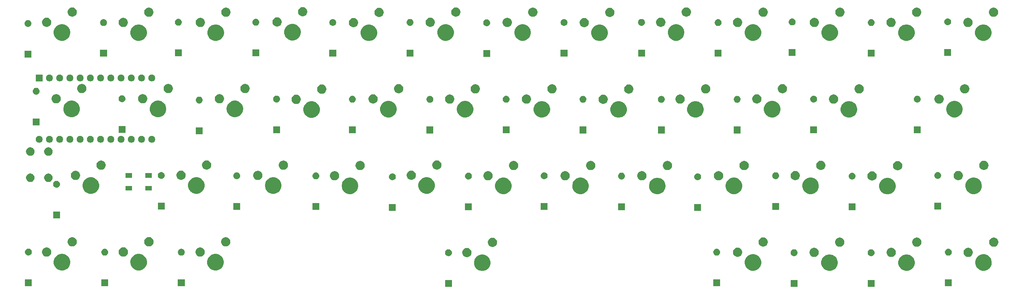
<source format=gts>
G04 #@! TF.GenerationSoftware,KiCad,Pcbnew,(5.0.2)-1*
G04 #@! TF.CreationDate,2019-01-23T12:21:28-05:00*
G04 #@! TF.ProjectId,TG4x,54473478-2e6b-4696-9361-645f70636258,rev?*
G04 #@! TF.SameCoordinates,Original*
G04 #@! TF.FileFunction,Soldermask,Top*
G04 #@! TF.FilePolarity,Negative*
%FSLAX46Y46*%
G04 Gerber Fmt 4.6, Leading zero omitted, Abs format (unit mm)*
G04 Created by KiCad (PCBNEW (5.0.2)-1) date 1/23/2019 12:21:28 PM*
%MOMM*%
%LPD*%
G01*
G04 APERTURE LIST*
%ADD10C,0.100000*%
G04 APERTURE END LIST*
D10*
G36*
X131407000Y-111595000D02*
X129705000Y-111595000D01*
X129705000Y-109893000D01*
X131407000Y-109893000D01*
X131407000Y-111595000D01*
X131407000Y-111595000D01*
G37*
G36*
X217182800Y-111595000D02*
X215480800Y-111595000D01*
X215480800Y-109893000D01*
X217182800Y-109893000D01*
X217182800Y-111595000D01*
X217182800Y-111595000D01*
G37*
G36*
X236309000Y-111595000D02*
X234607000Y-111595000D01*
X234607000Y-109893000D01*
X236309000Y-109893000D01*
X236309000Y-111595000D01*
X236309000Y-111595000D01*
G37*
G36*
X255486000Y-111468000D02*
X253784000Y-111468000D01*
X253784000Y-109766000D01*
X255486000Y-109766000D01*
X255486000Y-111468000D01*
X255486000Y-111468000D01*
G37*
G36*
X197980400Y-111468000D02*
X196278400Y-111468000D01*
X196278400Y-109766000D01*
X197980400Y-109766000D01*
X197980400Y-111468000D01*
X197980400Y-111468000D01*
G37*
G36*
X46088400Y-111468000D02*
X44386400Y-111468000D01*
X44386400Y-109766000D01*
X46088400Y-109766000D01*
X46088400Y-111468000D01*
X46088400Y-111468000D01*
G37*
G36*
X65087600Y-111468000D02*
X63385600Y-111468000D01*
X63385600Y-109766000D01*
X65087600Y-109766000D01*
X65087600Y-111468000D01*
X65087600Y-111468000D01*
G37*
G36*
X27140000Y-111417200D02*
X25438000Y-111417200D01*
X25438000Y-109715200D01*
X27140000Y-109715200D01*
X27140000Y-111417200D01*
X27140000Y-111417200D01*
G37*
G36*
X139536252Y-103641018D02*
X139536254Y-103641019D01*
X139536255Y-103641019D01*
X139909513Y-103795627D01*
X140177963Y-103975000D01*
X140245439Y-104020086D01*
X140531114Y-104305761D01*
X140531116Y-104305764D01*
X140755573Y-104641687D01*
X140857576Y-104887945D01*
X140910182Y-105014948D01*
X140989000Y-105411193D01*
X140989000Y-105815207D01*
X140915234Y-106186055D01*
X140910181Y-106211455D01*
X140755573Y-106584713D01*
X140548088Y-106895236D01*
X140531114Y-106920639D01*
X140245439Y-107206314D01*
X140245436Y-107206316D01*
X139909513Y-107430773D01*
X139536255Y-107585381D01*
X139536254Y-107585381D01*
X139536252Y-107585382D01*
X139140007Y-107664200D01*
X138735993Y-107664200D01*
X138339748Y-107585382D01*
X138339746Y-107585381D01*
X138339745Y-107585381D01*
X137966487Y-107430773D01*
X137630564Y-107206316D01*
X137630561Y-107206314D01*
X137344886Y-106920639D01*
X137327912Y-106895236D01*
X137120427Y-106584713D01*
X136965819Y-106211455D01*
X136960767Y-106186055D01*
X136887000Y-105815207D01*
X136887000Y-105411193D01*
X136965818Y-105014948D01*
X137018424Y-104887945D01*
X137120427Y-104641687D01*
X137344884Y-104305764D01*
X137344886Y-104305761D01*
X137630561Y-104020086D01*
X137698037Y-103975000D01*
X137966487Y-103795627D01*
X138339745Y-103641019D01*
X138339746Y-103641019D01*
X138339748Y-103641018D01*
X138735993Y-103562200D01*
X139140007Y-103562200D01*
X139536252Y-103641018D01*
X139536252Y-103641018D01*
G37*
G36*
X225718452Y-103615618D02*
X225718454Y-103615619D01*
X225718455Y-103615619D01*
X226091713Y-103770227D01*
X226366004Y-103953503D01*
X226427639Y-103994686D01*
X226713314Y-104280361D01*
X226713316Y-104280364D01*
X226937773Y-104616287D01*
X227050297Y-104887945D01*
X227092382Y-104989548D01*
X227171200Y-105385793D01*
X227171200Y-105789807D01*
X227097434Y-106160655D01*
X227092381Y-106186055D01*
X226937773Y-106559313D01*
X226730288Y-106869836D01*
X226713314Y-106895239D01*
X226427639Y-107180914D01*
X226427636Y-107180916D01*
X226091713Y-107405373D01*
X225718455Y-107559981D01*
X225718454Y-107559981D01*
X225718452Y-107559982D01*
X225322207Y-107638800D01*
X224918193Y-107638800D01*
X224521948Y-107559982D01*
X224521946Y-107559981D01*
X224521945Y-107559981D01*
X224148687Y-107405373D01*
X223812764Y-107180916D01*
X223812761Y-107180914D01*
X223527086Y-106895239D01*
X223510112Y-106869836D01*
X223302627Y-106559313D01*
X223148019Y-106186055D01*
X223142967Y-106160655D01*
X223069200Y-105789807D01*
X223069200Y-105385793D01*
X223148018Y-104989548D01*
X223190103Y-104887945D01*
X223302627Y-104616287D01*
X223527084Y-104280364D01*
X223527086Y-104280361D01*
X223812761Y-103994686D01*
X223874396Y-103953503D01*
X224148687Y-103770227D01*
X224521945Y-103615619D01*
X224521946Y-103615619D01*
X224521948Y-103615618D01*
X224918193Y-103536800D01*
X225322207Y-103536800D01*
X225718452Y-103615618D01*
X225718452Y-103615618D01*
G37*
G36*
X244844652Y-103615618D02*
X244844654Y-103615619D01*
X244844655Y-103615619D01*
X245217913Y-103770227D01*
X245492204Y-103953503D01*
X245553839Y-103994686D01*
X245839514Y-104280361D01*
X245839516Y-104280364D01*
X246063973Y-104616287D01*
X246176497Y-104887945D01*
X246218582Y-104989548D01*
X246297400Y-105385793D01*
X246297400Y-105789807D01*
X246223634Y-106160655D01*
X246218581Y-106186055D01*
X246063973Y-106559313D01*
X245856488Y-106869836D01*
X245839514Y-106895239D01*
X245553839Y-107180914D01*
X245553836Y-107180916D01*
X245217913Y-107405373D01*
X244844655Y-107559981D01*
X244844654Y-107559981D01*
X244844652Y-107559982D01*
X244448407Y-107638800D01*
X244044393Y-107638800D01*
X243648148Y-107559982D01*
X243648146Y-107559981D01*
X243648145Y-107559981D01*
X243274887Y-107405373D01*
X242938964Y-107180916D01*
X242938961Y-107180914D01*
X242653286Y-106895239D01*
X242636312Y-106869836D01*
X242428827Y-106559313D01*
X242274219Y-106186055D01*
X242269167Y-106160655D01*
X242195400Y-105789807D01*
X242195400Y-105385793D01*
X242274218Y-104989548D01*
X242316303Y-104887945D01*
X242428827Y-104616287D01*
X242653284Y-104280364D01*
X242653286Y-104280361D01*
X242938961Y-103994686D01*
X243000596Y-103953503D01*
X243274887Y-103770227D01*
X243648145Y-103615619D01*
X243648146Y-103615619D01*
X243648148Y-103615618D01*
X244044393Y-103536800D01*
X244448407Y-103536800D01*
X244844652Y-103615618D01*
X244844652Y-103615618D01*
G37*
G36*
X263945452Y-103590218D02*
X263945454Y-103590219D01*
X263945455Y-103590219D01*
X264318713Y-103744827D01*
X264613560Y-103941838D01*
X264654639Y-103969286D01*
X264940314Y-104254961D01*
X264940316Y-104254964D01*
X265164773Y-104590887D01*
X265287818Y-104887945D01*
X265319382Y-104964148D01*
X265398200Y-105360393D01*
X265398200Y-105764407D01*
X265324434Y-106135255D01*
X265319381Y-106160655D01*
X265164773Y-106533913D01*
X265130829Y-106584713D01*
X264940314Y-106869839D01*
X264654639Y-107155514D01*
X264654636Y-107155516D01*
X264318713Y-107379973D01*
X263945455Y-107534581D01*
X263945454Y-107534581D01*
X263945452Y-107534582D01*
X263549207Y-107613400D01*
X263145193Y-107613400D01*
X262748948Y-107534582D01*
X262748946Y-107534581D01*
X262748945Y-107534581D01*
X262375687Y-107379973D01*
X262039764Y-107155516D01*
X262039761Y-107155514D01*
X261754086Y-106869839D01*
X261563571Y-106584713D01*
X261529627Y-106533913D01*
X261375019Y-106160655D01*
X261369967Y-106135255D01*
X261296200Y-105764407D01*
X261296200Y-105360393D01*
X261375018Y-104964148D01*
X261406582Y-104887945D01*
X261529627Y-104590887D01*
X261754084Y-104254964D01*
X261754086Y-104254961D01*
X262039761Y-103969286D01*
X262080840Y-103941838D01*
X262375687Y-103744827D01*
X262748945Y-103590219D01*
X262748946Y-103590219D01*
X262748948Y-103590218D01*
X263145193Y-103511400D01*
X263549207Y-103511400D01*
X263945452Y-103590218D01*
X263945452Y-103590218D01*
G37*
G36*
X206719252Y-103564818D02*
X206719254Y-103564819D01*
X206719255Y-103564819D01*
X207092513Y-103719427D01*
X207383746Y-103914023D01*
X207428439Y-103943886D01*
X207714114Y-104229561D01*
X207714116Y-104229564D01*
X207938573Y-104565487D01*
X208072139Y-104887945D01*
X208093182Y-104938748D01*
X208172000Y-105334993D01*
X208172000Y-105739007D01*
X208103287Y-106084452D01*
X208093181Y-106135255D01*
X207938573Y-106508513D01*
X207717143Y-106839905D01*
X207714114Y-106844439D01*
X207428439Y-107130114D01*
X207428436Y-107130116D01*
X207092513Y-107354573D01*
X206719255Y-107509181D01*
X206719254Y-107509181D01*
X206719252Y-107509182D01*
X206323007Y-107588000D01*
X205918993Y-107588000D01*
X205522748Y-107509182D01*
X205522746Y-107509181D01*
X205522745Y-107509181D01*
X205149487Y-107354573D01*
X204813564Y-107130116D01*
X204813561Y-107130114D01*
X204527886Y-106844439D01*
X204524857Y-106839905D01*
X204303427Y-106508513D01*
X204148819Y-106135255D01*
X204138714Y-106084452D01*
X204070000Y-105739007D01*
X204070000Y-105334993D01*
X204148818Y-104938748D01*
X204169861Y-104887945D01*
X204303427Y-104565487D01*
X204527884Y-104229564D01*
X204527886Y-104229561D01*
X204813561Y-103943886D01*
X204858254Y-103914023D01*
X205149487Y-103719427D01*
X205522745Y-103564819D01*
X205522746Y-103564819D01*
X205522748Y-103564818D01*
X205918993Y-103486000D01*
X206323007Y-103486000D01*
X206719252Y-103564818D01*
X206719252Y-103564818D01*
G37*
G36*
X73318452Y-103514018D02*
X73318454Y-103514019D01*
X73318455Y-103514019D01*
X73691713Y-103668627D01*
X73960163Y-103848000D01*
X74027639Y-103893086D01*
X74313314Y-104178761D01*
X74313316Y-104178764D01*
X74537773Y-104514687D01*
X74692381Y-104887945D01*
X74692382Y-104887948D01*
X74771200Y-105284193D01*
X74771200Y-105688207D01*
X74694908Y-106071755D01*
X74692381Y-106084455D01*
X74537773Y-106457713D01*
X74486857Y-106533914D01*
X74313314Y-106793639D01*
X74027639Y-107079314D01*
X74027636Y-107079316D01*
X73691713Y-107303773D01*
X73318455Y-107458381D01*
X73318454Y-107458381D01*
X73318452Y-107458382D01*
X72922207Y-107537200D01*
X72518193Y-107537200D01*
X72121948Y-107458382D01*
X72121946Y-107458381D01*
X72121945Y-107458381D01*
X71748687Y-107303773D01*
X71412764Y-107079316D01*
X71412761Y-107079314D01*
X71127086Y-106793639D01*
X70953543Y-106533914D01*
X70902627Y-106457713D01*
X70748019Y-106084455D01*
X70745493Y-106071755D01*
X70669200Y-105688207D01*
X70669200Y-105284193D01*
X70748018Y-104887948D01*
X70748019Y-104887945D01*
X70902627Y-104514687D01*
X71127084Y-104178764D01*
X71127086Y-104178761D01*
X71412761Y-103893086D01*
X71480237Y-103848000D01*
X71748687Y-103668627D01*
X72121945Y-103514019D01*
X72121946Y-103514019D01*
X72121948Y-103514018D01*
X72518193Y-103435200D01*
X72922207Y-103435200D01*
X73318452Y-103514018D01*
X73318452Y-103514018D01*
G37*
G36*
X35218452Y-103514018D02*
X35218454Y-103514019D01*
X35218455Y-103514019D01*
X35591713Y-103668627D01*
X35860163Y-103848000D01*
X35927639Y-103893086D01*
X36213314Y-104178761D01*
X36213316Y-104178764D01*
X36437773Y-104514687D01*
X36592381Y-104887945D01*
X36592382Y-104887948D01*
X36671200Y-105284193D01*
X36671200Y-105688207D01*
X36594908Y-106071755D01*
X36592381Y-106084455D01*
X36437773Y-106457713D01*
X36386857Y-106533914D01*
X36213314Y-106793639D01*
X35927639Y-107079314D01*
X35927636Y-107079316D01*
X35591713Y-107303773D01*
X35218455Y-107458381D01*
X35218454Y-107458381D01*
X35218452Y-107458382D01*
X34822207Y-107537200D01*
X34418193Y-107537200D01*
X34021948Y-107458382D01*
X34021946Y-107458381D01*
X34021945Y-107458381D01*
X33648687Y-107303773D01*
X33312764Y-107079316D01*
X33312761Y-107079314D01*
X33027086Y-106793639D01*
X32853543Y-106533914D01*
X32802627Y-106457713D01*
X32648019Y-106084455D01*
X32645493Y-106071755D01*
X32569200Y-105688207D01*
X32569200Y-105284193D01*
X32648018Y-104887948D01*
X32648019Y-104887945D01*
X32802627Y-104514687D01*
X33027084Y-104178764D01*
X33027086Y-104178761D01*
X33312761Y-103893086D01*
X33380237Y-103848000D01*
X33648687Y-103668627D01*
X34021945Y-103514019D01*
X34021946Y-103514019D01*
X34021948Y-103514018D01*
X34418193Y-103435200D01*
X34822207Y-103435200D01*
X35218452Y-103514018D01*
X35218452Y-103514018D01*
G37*
G36*
X54255752Y-103501318D02*
X54255754Y-103501319D01*
X54255755Y-103501319D01*
X54629013Y-103655927D01*
X54897020Y-103835004D01*
X54964939Y-103880386D01*
X55250614Y-104166061D01*
X55250616Y-104166064D01*
X55475073Y-104501987D01*
X55480333Y-104514686D01*
X55629682Y-104875248D01*
X55708500Y-105271493D01*
X55708500Y-105675507D01*
X55685765Y-105789806D01*
X55629681Y-106071755D01*
X55475073Y-106445013D01*
X55253643Y-106776405D01*
X55250614Y-106780939D01*
X54964939Y-107066614D01*
X54964936Y-107066616D01*
X54629013Y-107291073D01*
X54255755Y-107445681D01*
X54255754Y-107445681D01*
X54255752Y-107445682D01*
X53859507Y-107524500D01*
X53455493Y-107524500D01*
X53059248Y-107445682D01*
X53059246Y-107445681D01*
X53059245Y-107445681D01*
X52685987Y-107291073D01*
X52350064Y-107066616D01*
X52350061Y-107066614D01*
X52064386Y-106780939D01*
X52061357Y-106776405D01*
X51839927Y-106445013D01*
X51685319Y-106071755D01*
X51629236Y-105789806D01*
X51606500Y-105675507D01*
X51606500Y-105271493D01*
X51685318Y-104875248D01*
X51834667Y-104514686D01*
X51839927Y-104501987D01*
X52064384Y-104166064D01*
X52064386Y-104166061D01*
X52350061Y-103880386D01*
X52417980Y-103835004D01*
X52685987Y-103655927D01*
X53059245Y-103501319D01*
X53059246Y-103501319D01*
X53059248Y-103501318D01*
X53455493Y-103422500D01*
X53859507Y-103422500D01*
X54255752Y-103501318D01*
X54255752Y-103501318D01*
G37*
G36*
X135463734Y-101966432D02*
X135673202Y-102053196D01*
X135861723Y-102179162D01*
X136022038Y-102339477D01*
X136148004Y-102527998D01*
X136234768Y-102737466D01*
X136279000Y-102959835D01*
X136279000Y-103186565D01*
X136234768Y-103408934D01*
X136148004Y-103618402D01*
X136022038Y-103806923D01*
X135861723Y-103967238D01*
X135673202Y-104093204D01*
X135463734Y-104179968D01*
X135241365Y-104224200D01*
X135014635Y-104224200D01*
X134792266Y-104179968D01*
X134582798Y-104093204D01*
X134394277Y-103967238D01*
X134233962Y-103806923D01*
X134107996Y-103618402D01*
X134021232Y-103408934D01*
X133977000Y-103186565D01*
X133977000Y-102959835D01*
X134021232Y-102737466D01*
X134107996Y-102527998D01*
X134233962Y-102339477D01*
X134394277Y-102179162D01*
X134582798Y-102053196D01*
X134792266Y-101966432D01*
X135014635Y-101922200D01*
X135241365Y-101922200D01*
X135463734Y-101966432D01*
X135463734Y-101966432D01*
G37*
G36*
X221645934Y-101941032D02*
X221855402Y-102027796D01*
X222043923Y-102153762D01*
X222204238Y-102314077D01*
X222330204Y-102502598D01*
X222416968Y-102712066D01*
X222461200Y-102934435D01*
X222461200Y-103161165D01*
X222416968Y-103383534D01*
X222330204Y-103593002D01*
X222204238Y-103781523D01*
X222043923Y-103941838D01*
X221855402Y-104067804D01*
X221645934Y-104154568D01*
X221423565Y-104198800D01*
X221196835Y-104198800D01*
X220974466Y-104154568D01*
X220764998Y-104067804D01*
X220576477Y-103941838D01*
X220416162Y-103781523D01*
X220290196Y-103593002D01*
X220203432Y-103383534D01*
X220159200Y-103161165D01*
X220159200Y-102934435D01*
X220203432Y-102712066D01*
X220290196Y-102502598D01*
X220416162Y-102314077D01*
X220576477Y-102153762D01*
X220764998Y-102027796D01*
X220974466Y-101941032D01*
X221196835Y-101896800D01*
X221423565Y-101896800D01*
X221645934Y-101941032D01*
X221645934Y-101941032D01*
G37*
G36*
X240772134Y-101941032D02*
X240981602Y-102027796D01*
X241170123Y-102153762D01*
X241330438Y-102314077D01*
X241456404Y-102502598D01*
X241543168Y-102712066D01*
X241587400Y-102934435D01*
X241587400Y-103161165D01*
X241543168Y-103383534D01*
X241456404Y-103593002D01*
X241330438Y-103781523D01*
X241170123Y-103941838D01*
X240981602Y-104067804D01*
X240772134Y-104154568D01*
X240549765Y-104198800D01*
X240323035Y-104198800D01*
X240100666Y-104154568D01*
X239891198Y-104067804D01*
X239702677Y-103941838D01*
X239542362Y-103781523D01*
X239416396Y-103593002D01*
X239329632Y-103383534D01*
X239285400Y-103161165D01*
X239285400Y-102934435D01*
X239329632Y-102712066D01*
X239416396Y-102502598D01*
X239542362Y-102314077D01*
X239702677Y-102153762D01*
X239891198Y-102027796D01*
X240100666Y-101941032D01*
X240323035Y-101896800D01*
X240549765Y-101896800D01*
X240772134Y-101941032D01*
X240772134Y-101941032D01*
G37*
G36*
X259872934Y-101915632D02*
X260082402Y-102002396D01*
X260270923Y-102128362D01*
X260431238Y-102288677D01*
X260557204Y-102477198D01*
X260643968Y-102686666D01*
X260688200Y-102909035D01*
X260688200Y-103135765D01*
X260643968Y-103358134D01*
X260557204Y-103567602D01*
X260431238Y-103756123D01*
X260270923Y-103916438D01*
X260082402Y-104042404D01*
X259872934Y-104129168D01*
X259650565Y-104173400D01*
X259423835Y-104173400D01*
X259201466Y-104129168D01*
X258991998Y-104042404D01*
X258803477Y-103916438D01*
X258643162Y-103756123D01*
X258517196Y-103567602D01*
X258430432Y-103358134D01*
X258386200Y-103135765D01*
X258386200Y-102909035D01*
X258430432Y-102686666D01*
X258517196Y-102477198D01*
X258643162Y-102288677D01*
X258803477Y-102128362D01*
X258991998Y-102002396D01*
X259201466Y-101915632D01*
X259423835Y-101871400D01*
X259650565Y-101871400D01*
X259872934Y-101915632D01*
X259872934Y-101915632D01*
G37*
G36*
X202646734Y-101890232D02*
X202856202Y-101976996D01*
X203044723Y-102102962D01*
X203205038Y-102263277D01*
X203331004Y-102451798D01*
X203417768Y-102661266D01*
X203462000Y-102883635D01*
X203462000Y-103110365D01*
X203417768Y-103332734D01*
X203331004Y-103542202D01*
X203205038Y-103730723D01*
X203044723Y-103891038D01*
X202856202Y-104017004D01*
X202646734Y-104103768D01*
X202424365Y-104148000D01*
X202197635Y-104148000D01*
X201975266Y-104103768D01*
X201765798Y-104017004D01*
X201577277Y-103891038D01*
X201416962Y-103730723D01*
X201290996Y-103542202D01*
X201204232Y-103332734D01*
X201160000Y-103110365D01*
X201160000Y-102883635D01*
X201204232Y-102661266D01*
X201290996Y-102451798D01*
X201416962Y-102263277D01*
X201577277Y-102102962D01*
X201765798Y-101976996D01*
X201975266Y-101890232D01*
X202197635Y-101846000D01*
X202424365Y-101846000D01*
X202646734Y-101890232D01*
X202646734Y-101890232D01*
G37*
G36*
X31145934Y-101839432D02*
X31355402Y-101926196D01*
X31543923Y-102052162D01*
X31704238Y-102212477D01*
X31830204Y-102400998D01*
X31916968Y-102610466D01*
X31961200Y-102832835D01*
X31961200Y-103059565D01*
X31916968Y-103281934D01*
X31830204Y-103491402D01*
X31704238Y-103679923D01*
X31543923Y-103840238D01*
X31355402Y-103966204D01*
X31145934Y-104052968D01*
X30923565Y-104097200D01*
X30696835Y-104097200D01*
X30474466Y-104052968D01*
X30264998Y-103966204D01*
X30076477Y-103840238D01*
X29916162Y-103679923D01*
X29790196Y-103491402D01*
X29703432Y-103281934D01*
X29659200Y-103059565D01*
X29659200Y-102832835D01*
X29703432Y-102610466D01*
X29790196Y-102400998D01*
X29916162Y-102212477D01*
X30076477Y-102052162D01*
X30264998Y-101926196D01*
X30474466Y-101839432D01*
X30696835Y-101795200D01*
X30923565Y-101795200D01*
X31145934Y-101839432D01*
X31145934Y-101839432D01*
G37*
G36*
X69245934Y-101839432D02*
X69455402Y-101926196D01*
X69643923Y-102052162D01*
X69804238Y-102212477D01*
X69930204Y-102400998D01*
X70016968Y-102610466D01*
X70061200Y-102832835D01*
X70061200Y-103059565D01*
X70016968Y-103281934D01*
X69930204Y-103491402D01*
X69804238Y-103679923D01*
X69643923Y-103840238D01*
X69455402Y-103966204D01*
X69245934Y-104052968D01*
X69023565Y-104097200D01*
X68796835Y-104097200D01*
X68574466Y-104052968D01*
X68364998Y-103966204D01*
X68176477Y-103840238D01*
X68016162Y-103679923D01*
X67890196Y-103491402D01*
X67803432Y-103281934D01*
X67759200Y-103059565D01*
X67759200Y-102832835D01*
X67803432Y-102610466D01*
X67890196Y-102400998D01*
X68016162Y-102212477D01*
X68176477Y-102052162D01*
X68364998Y-101926196D01*
X68574466Y-101839432D01*
X68796835Y-101795200D01*
X69023565Y-101795200D01*
X69245934Y-101839432D01*
X69245934Y-101839432D01*
G37*
G36*
X50183234Y-101826732D02*
X50392702Y-101913496D01*
X50581223Y-102039462D01*
X50741538Y-102199777D01*
X50867504Y-102388298D01*
X50954268Y-102597766D01*
X50998500Y-102820135D01*
X50998500Y-103046865D01*
X50954268Y-103269234D01*
X50867504Y-103478702D01*
X50741538Y-103667223D01*
X50581223Y-103827538D01*
X50392702Y-103953504D01*
X50183234Y-104040268D01*
X49960865Y-104084500D01*
X49734135Y-104084500D01*
X49511766Y-104040268D01*
X49302298Y-103953504D01*
X49113777Y-103827538D01*
X48953462Y-103667223D01*
X48827496Y-103478702D01*
X48740732Y-103269234D01*
X48696500Y-103046865D01*
X48696500Y-102820135D01*
X48740732Y-102597766D01*
X48827496Y-102388298D01*
X48953462Y-102199777D01*
X49113777Y-102039462D01*
X49302298Y-101913496D01*
X49511766Y-101826732D01*
X49734135Y-101782500D01*
X49960865Y-101782500D01*
X50183234Y-101826732D01*
X50183234Y-101826732D01*
G37*
G36*
X130722821Y-102285313D02*
X130722824Y-102285314D01*
X130722825Y-102285314D01*
X130883239Y-102333975D01*
X130883241Y-102333976D01*
X130883244Y-102333977D01*
X131031078Y-102412995D01*
X131160659Y-102519341D01*
X131267005Y-102648922D01*
X131346023Y-102796756D01*
X131346024Y-102796759D01*
X131346025Y-102796761D01*
X131356968Y-102832836D01*
X131394687Y-102957179D01*
X131411117Y-103124000D01*
X131394687Y-103290821D01*
X131394686Y-103290824D01*
X131394686Y-103290825D01*
X131354743Y-103422500D01*
X131346023Y-103451244D01*
X131267005Y-103599078D01*
X131160659Y-103728659D01*
X131031078Y-103835005D01*
X130883244Y-103914023D01*
X130883241Y-103914024D01*
X130883239Y-103914025D01*
X130722825Y-103962686D01*
X130722824Y-103962686D01*
X130722821Y-103962687D01*
X130597804Y-103975000D01*
X130514196Y-103975000D01*
X130389179Y-103962687D01*
X130389176Y-103962686D01*
X130389175Y-103962686D01*
X130228761Y-103914025D01*
X130228759Y-103914024D01*
X130228756Y-103914023D01*
X130080922Y-103835005D01*
X129951341Y-103728659D01*
X129844995Y-103599078D01*
X129765977Y-103451244D01*
X129757258Y-103422500D01*
X129717314Y-103290825D01*
X129717314Y-103290824D01*
X129717313Y-103290821D01*
X129700883Y-103124000D01*
X129717313Y-102957179D01*
X129755032Y-102832836D01*
X129765975Y-102796761D01*
X129765976Y-102796759D01*
X129765977Y-102796756D01*
X129844995Y-102648922D01*
X129951341Y-102519341D01*
X130080922Y-102412995D01*
X130228756Y-102333977D01*
X130228759Y-102333976D01*
X130228761Y-102333975D01*
X130389175Y-102285314D01*
X130389176Y-102285314D01*
X130389179Y-102285313D01*
X130514196Y-102273000D01*
X130597804Y-102273000D01*
X130722821Y-102285313D01*
X130722821Y-102285313D01*
G37*
G36*
X235624821Y-102285313D02*
X235624824Y-102285314D01*
X235624825Y-102285314D01*
X235785239Y-102333975D01*
X235785241Y-102333976D01*
X235785244Y-102333977D01*
X235933078Y-102412995D01*
X236062659Y-102519341D01*
X236169005Y-102648922D01*
X236248023Y-102796756D01*
X236248024Y-102796759D01*
X236248025Y-102796761D01*
X236258968Y-102832836D01*
X236296687Y-102957179D01*
X236313117Y-103124000D01*
X236296687Y-103290821D01*
X236296686Y-103290824D01*
X236296686Y-103290825D01*
X236256743Y-103422500D01*
X236248023Y-103451244D01*
X236169005Y-103599078D01*
X236062659Y-103728659D01*
X235933078Y-103835005D01*
X235785244Y-103914023D01*
X235785241Y-103914024D01*
X235785239Y-103914025D01*
X235624825Y-103962686D01*
X235624824Y-103962686D01*
X235624821Y-103962687D01*
X235499804Y-103975000D01*
X235416196Y-103975000D01*
X235291179Y-103962687D01*
X235291176Y-103962686D01*
X235291175Y-103962686D01*
X235130761Y-103914025D01*
X235130759Y-103914024D01*
X235130756Y-103914023D01*
X234982922Y-103835005D01*
X234853341Y-103728659D01*
X234746995Y-103599078D01*
X234667977Y-103451244D01*
X234659258Y-103422500D01*
X234619314Y-103290825D01*
X234619314Y-103290824D01*
X234619313Y-103290821D01*
X234602883Y-103124000D01*
X234619313Y-102957179D01*
X234657032Y-102832836D01*
X234667975Y-102796761D01*
X234667976Y-102796759D01*
X234667977Y-102796756D01*
X234746995Y-102648922D01*
X234853341Y-102519341D01*
X234982922Y-102412995D01*
X235130756Y-102333977D01*
X235130759Y-102333976D01*
X235130761Y-102333975D01*
X235291175Y-102285314D01*
X235291176Y-102285314D01*
X235291179Y-102285313D01*
X235416196Y-102273000D01*
X235499804Y-102273000D01*
X235624821Y-102285313D01*
X235624821Y-102285313D01*
G37*
G36*
X216498621Y-102285313D02*
X216498624Y-102285314D01*
X216498625Y-102285314D01*
X216659039Y-102333975D01*
X216659041Y-102333976D01*
X216659044Y-102333977D01*
X216806878Y-102412995D01*
X216936459Y-102519341D01*
X217042805Y-102648922D01*
X217121823Y-102796756D01*
X217121824Y-102796759D01*
X217121825Y-102796761D01*
X217132768Y-102832836D01*
X217170487Y-102957179D01*
X217186917Y-103124000D01*
X217170487Y-103290821D01*
X217170486Y-103290824D01*
X217170486Y-103290825D01*
X217130543Y-103422500D01*
X217121823Y-103451244D01*
X217042805Y-103599078D01*
X216936459Y-103728659D01*
X216806878Y-103835005D01*
X216659044Y-103914023D01*
X216659041Y-103914024D01*
X216659039Y-103914025D01*
X216498625Y-103962686D01*
X216498624Y-103962686D01*
X216498621Y-103962687D01*
X216373604Y-103975000D01*
X216289996Y-103975000D01*
X216164979Y-103962687D01*
X216164976Y-103962686D01*
X216164975Y-103962686D01*
X216004561Y-103914025D01*
X216004559Y-103914024D01*
X216004556Y-103914023D01*
X215856722Y-103835005D01*
X215727141Y-103728659D01*
X215620795Y-103599078D01*
X215541777Y-103451244D01*
X215533058Y-103422500D01*
X215493114Y-103290825D01*
X215493114Y-103290824D01*
X215493113Y-103290821D01*
X215476683Y-103124000D01*
X215493113Y-102957179D01*
X215530832Y-102832836D01*
X215541775Y-102796761D01*
X215541776Y-102796759D01*
X215541777Y-102796756D01*
X215620795Y-102648922D01*
X215727141Y-102519341D01*
X215856722Y-102412995D01*
X216004556Y-102333977D01*
X216004559Y-102333976D01*
X216004561Y-102333975D01*
X216164975Y-102285314D01*
X216164976Y-102285314D01*
X216164979Y-102285313D01*
X216289996Y-102273000D01*
X216373604Y-102273000D01*
X216498621Y-102285313D01*
X216498621Y-102285313D01*
G37*
G36*
X64403421Y-102158313D02*
X64403424Y-102158314D01*
X64403425Y-102158314D01*
X64563839Y-102206975D01*
X64563841Y-102206976D01*
X64563844Y-102206977D01*
X64711678Y-102285995D01*
X64841259Y-102392341D01*
X64947605Y-102521922D01*
X65026623Y-102669756D01*
X65026624Y-102669759D01*
X65026625Y-102669761D01*
X65075286Y-102830175D01*
X65075287Y-102830179D01*
X65091717Y-102997000D01*
X65075287Y-103163821D01*
X65075286Y-103163824D01*
X65075286Y-103163825D01*
X65043311Y-103269234D01*
X65026623Y-103324244D01*
X64947605Y-103472078D01*
X64841259Y-103601659D01*
X64711678Y-103708005D01*
X64563844Y-103787023D01*
X64563841Y-103787024D01*
X64563839Y-103787025D01*
X64403425Y-103835686D01*
X64403424Y-103835686D01*
X64403421Y-103835687D01*
X64278404Y-103848000D01*
X64194796Y-103848000D01*
X64069779Y-103835687D01*
X64069776Y-103835686D01*
X64069775Y-103835686D01*
X63909361Y-103787025D01*
X63909359Y-103787024D01*
X63909356Y-103787023D01*
X63761522Y-103708005D01*
X63631941Y-103601659D01*
X63525595Y-103472078D01*
X63446577Y-103324244D01*
X63429890Y-103269234D01*
X63397914Y-103163825D01*
X63397914Y-103163824D01*
X63397913Y-103163821D01*
X63381483Y-102997000D01*
X63397913Y-102830179D01*
X63397914Y-102830175D01*
X63446575Y-102669761D01*
X63446576Y-102669759D01*
X63446577Y-102669756D01*
X63525595Y-102521922D01*
X63631941Y-102392341D01*
X63761522Y-102285995D01*
X63909356Y-102206977D01*
X63909359Y-102206976D01*
X63909361Y-102206975D01*
X64069775Y-102158314D01*
X64069776Y-102158314D01*
X64069779Y-102158313D01*
X64194796Y-102146000D01*
X64278404Y-102146000D01*
X64403421Y-102158313D01*
X64403421Y-102158313D01*
G37*
G36*
X197296221Y-102158313D02*
X197296224Y-102158314D01*
X197296225Y-102158314D01*
X197456639Y-102206975D01*
X197456641Y-102206976D01*
X197456644Y-102206977D01*
X197604478Y-102285995D01*
X197734059Y-102392341D01*
X197840405Y-102521922D01*
X197919423Y-102669756D01*
X197919424Y-102669759D01*
X197919425Y-102669761D01*
X197968086Y-102830175D01*
X197968087Y-102830179D01*
X197984517Y-102997000D01*
X197968087Y-103163821D01*
X197968086Y-103163824D01*
X197968086Y-103163825D01*
X197936111Y-103269234D01*
X197919423Y-103324244D01*
X197840405Y-103472078D01*
X197734059Y-103601659D01*
X197604478Y-103708005D01*
X197456644Y-103787023D01*
X197456641Y-103787024D01*
X197456639Y-103787025D01*
X197296225Y-103835686D01*
X197296224Y-103835686D01*
X197296221Y-103835687D01*
X197171204Y-103848000D01*
X197087596Y-103848000D01*
X196962579Y-103835687D01*
X196962576Y-103835686D01*
X196962575Y-103835686D01*
X196802161Y-103787025D01*
X196802159Y-103787024D01*
X196802156Y-103787023D01*
X196654322Y-103708005D01*
X196524741Y-103601659D01*
X196418395Y-103472078D01*
X196339377Y-103324244D01*
X196322690Y-103269234D01*
X196290714Y-103163825D01*
X196290714Y-103163824D01*
X196290713Y-103163821D01*
X196274283Y-102997000D01*
X196290713Y-102830179D01*
X196290714Y-102830175D01*
X196339375Y-102669761D01*
X196339376Y-102669759D01*
X196339377Y-102669756D01*
X196418395Y-102521922D01*
X196524741Y-102392341D01*
X196654322Y-102285995D01*
X196802156Y-102206977D01*
X196802159Y-102206976D01*
X196802161Y-102206975D01*
X196962575Y-102158314D01*
X196962576Y-102158314D01*
X196962579Y-102158313D01*
X197087596Y-102146000D01*
X197171204Y-102146000D01*
X197296221Y-102158313D01*
X197296221Y-102158313D01*
G37*
G36*
X45404221Y-102158313D02*
X45404224Y-102158314D01*
X45404225Y-102158314D01*
X45564639Y-102206975D01*
X45564641Y-102206976D01*
X45564644Y-102206977D01*
X45712478Y-102285995D01*
X45842059Y-102392341D01*
X45948405Y-102521922D01*
X46027423Y-102669756D01*
X46027424Y-102669759D01*
X46027425Y-102669761D01*
X46076086Y-102830175D01*
X46076087Y-102830179D01*
X46092517Y-102997000D01*
X46076087Y-103163821D01*
X46076086Y-103163824D01*
X46076086Y-103163825D01*
X46044111Y-103269234D01*
X46027423Y-103324244D01*
X45948405Y-103472078D01*
X45842059Y-103601659D01*
X45712478Y-103708005D01*
X45564644Y-103787023D01*
X45564641Y-103787024D01*
X45564639Y-103787025D01*
X45404225Y-103835686D01*
X45404224Y-103835686D01*
X45404221Y-103835687D01*
X45279204Y-103848000D01*
X45195596Y-103848000D01*
X45070579Y-103835687D01*
X45070576Y-103835686D01*
X45070575Y-103835686D01*
X44910161Y-103787025D01*
X44910159Y-103787024D01*
X44910156Y-103787023D01*
X44762322Y-103708005D01*
X44632741Y-103601659D01*
X44526395Y-103472078D01*
X44447377Y-103324244D01*
X44430690Y-103269234D01*
X44398714Y-103163825D01*
X44398714Y-103163824D01*
X44398713Y-103163821D01*
X44382283Y-102997000D01*
X44398713Y-102830179D01*
X44398714Y-102830175D01*
X44447375Y-102669761D01*
X44447376Y-102669759D01*
X44447377Y-102669756D01*
X44526395Y-102521922D01*
X44632741Y-102392341D01*
X44762322Y-102285995D01*
X44910156Y-102206977D01*
X44910159Y-102206976D01*
X44910161Y-102206975D01*
X45070575Y-102158314D01*
X45070576Y-102158314D01*
X45070579Y-102158313D01*
X45195596Y-102146000D01*
X45279204Y-102146000D01*
X45404221Y-102158313D01*
X45404221Y-102158313D01*
G37*
G36*
X254801821Y-102158313D02*
X254801824Y-102158314D01*
X254801825Y-102158314D01*
X254962239Y-102206975D01*
X254962241Y-102206976D01*
X254962244Y-102206977D01*
X255110078Y-102285995D01*
X255239659Y-102392341D01*
X255346005Y-102521922D01*
X255425023Y-102669756D01*
X255425024Y-102669759D01*
X255425025Y-102669761D01*
X255473686Y-102830175D01*
X255473687Y-102830179D01*
X255490117Y-102997000D01*
X255473687Y-103163821D01*
X255473686Y-103163824D01*
X255473686Y-103163825D01*
X255441711Y-103269234D01*
X255425023Y-103324244D01*
X255346005Y-103472078D01*
X255239659Y-103601659D01*
X255110078Y-103708005D01*
X254962244Y-103787023D01*
X254962241Y-103787024D01*
X254962239Y-103787025D01*
X254801825Y-103835686D01*
X254801824Y-103835686D01*
X254801821Y-103835687D01*
X254676804Y-103848000D01*
X254593196Y-103848000D01*
X254468179Y-103835687D01*
X254468176Y-103835686D01*
X254468175Y-103835686D01*
X254307761Y-103787025D01*
X254307759Y-103787024D01*
X254307756Y-103787023D01*
X254159922Y-103708005D01*
X254030341Y-103601659D01*
X253923995Y-103472078D01*
X253844977Y-103324244D01*
X253828290Y-103269234D01*
X253796314Y-103163825D01*
X253796314Y-103163824D01*
X253796313Y-103163821D01*
X253779883Y-102997000D01*
X253796313Y-102830179D01*
X253796314Y-102830175D01*
X253844975Y-102669761D01*
X253844976Y-102669759D01*
X253844977Y-102669756D01*
X253923995Y-102521922D01*
X254030341Y-102392341D01*
X254159922Y-102285995D01*
X254307756Y-102206977D01*
X254307759Y-102206976D01*
X254307761Y-102206975D01*
X254468175Y-102158314D01*
X254468176Y-102158314D01*
X254468179Y-102158313D01*
X254593196Y-102146000D01*
X254676804Y-102146000D01*
X254801821Y-102158313D01*
X254801821Y-102158313D01*
G37*
G36*
X26455821Y-102107513D02*
X26455824Y-102107514D01*
X26455825Y-102107514D01*
X26616239Y-102156175D01*
X26616241Y-102156176D01*
X26616244Y-102156177D01*
X26764078Y-102235195D01*
X26893659Y-102341541D01*
X27000005Y-102471122D01*
X27079023Y-102618956D01*
X27079024Y-102618959D01*
X27079025Y-102618961D01*
X27091858Y-102661266D01*
X27127687Y-102779379D01*
X27144117Y-102946200D01*
X27127687Y-103113021D01*
X27127686Y-103113024D01*
X27127686Y-103113025D01*
X27080301Y-103269234D01*
X27079023Y-103273444D01*
X27000005Y-103421278D01*
X26893659Y-103550859D01*
X26764078Y-103657205D01*
X26616244Y-103736223D01*
X26616241Y-103736224D01*
X26616239Y-103736225D01*
X26455825Y-103784886D01*
X26455824Y-103784886D01*
X26455821Y-103784887D01*
X26330804Y-103797200D01*
X26247196Y-103797200D01*
X26122179Y-103784887D01*
X26122176Y-103784886D01*
X26122175Y-103784886D01*
X25961761Y-103736225D01*
X25961759Y-103736224D01*
X25961756Y-103736223D01*
X25813922Y-103657205D01*
X25684341Y-103550859D01*
X25577995Y-103421278D01*
X25498977Y-103273444D01*
X25497700Y-103269234D01*
X25450314Y-103113025D01*
X25450314Y-103113024D01*
X25450313Y-103113021D01*
X25433883Y-102946200D01*
X25450313Y-102779379D01*
X25486142Y-102661266D01*
X25498975Y-102618961D01*
X25498976Y-102618959D01*
X25498977Y-102618956D01*
X25577995Y-102471122D01*
X25684341Y-102341541D01*
X25813922Y-102235195D01*
X25961756Y-102156177D01*
X25961759Y-102156176D01*
X25961761Y-102156175D01*
X26122175Y-102107514D01*
X26122176Y-102107514D01*
X26122179Y-102107513D01*
X26247196Y-102095200D01*
X26330804Y-102095200D01*
X26455821Y-102107513D01*
X26455821Y-102107513D01*
G37*
G36*
X141813734Y-99426432D02*
X142023202Y-99513196D01*
X142211723Y-99639162D01*
X142372038Y-99799477D01*
X142498004Y-99987998D01*
X142584768Y-100197466D01*
X142629000Y-100419835D01*
X142629000Y-100646565D01*
X142584768Y-100868934D01*
X142498004Y-101078402D01*
X142372038Y-101266923D01*
X142211723Y-101427238D01*
X142023202Y-101553204D01*
X141813734Y-101639968D01*
X141591365Y-101684200D01*
X141364635Y-101684200D01*
X141142266Y-101639968D01*
X140932798Y-101553204D01*
X140744277Y-101427238D01*
X140583962Y-101266923D01*
X140457996Y-101078402D01*
X140371232Y-100868934D01*
X140327000Y-100646565D01*
X140327000Y-100419835D01*
X140371232Y-100197466D01*
X140457996Y-99987998D01*
X140583962Y-99799477D01*
X140744277Y-99639162D01*
X140932798Y-99513196D01*
X141142266Y-99426432D01*
X141364635Y-99382200D01*
X141591365Y-99382200D01*
X141813734Y-99426432D01*
X141813734Y-99426432D01*
G37*
G36*
X227995934Y-99401032D02*
X228205402Y-99487796D01*
X228393923Y-99613762D01*
X228554238Y-99774077D01*
X228680204Y-99962598D01*
X228766968Y-100172066D01*
X228811200Y-100394435D01*
X228811200Y-100621165D01*
X228766968Y-100843534D01*
X228680204Y-101053002D01*
X228554238Y-101241523D01*
X228393923Y-101401838D01*
X228205402Y-101527804D01*
X227995934Y-101614568D01*
X227773565Y-101658800D01*
X227546835Y-101658800D01*
X227324466Y-101614568D01*
X227114998Y-101527804D01*
X226926477Y-101401838D01*
X226766162Y-101241523D01*
X226640196Y-101053002D01*
X226553432Y-100843534D01*
X226509200Y-100621165D01*
X226509200Y-100394435D01*
X226553432Y-100172066D01*
X226640196Y-99962598D01*
X226766162Y-99774077D01*
X226926477Y-99613762D01*
X227114998Y-99487796D01*
X227324466Y-99401032D01*
X227546835Y-99356800D01*
X227773565Y-99356800D01*
X227995934Y-99401032D01*
X227995934Y-99401032D01*
G37*
G36*
X247122134Y-99401032D02*
X247331602Y-99487796D01*
X247520123Y-99613762D01*
X247680438Y-99774077D01*
X247806404Y-99962598D01*
X247893168Y-100172066D01*
X247937400Y-100394435D01*
X247937400Y-100621165D01*
X247893168Y-100843534D01*
X247806404Y-101053002D01*
X247680438Y-101241523D01*
X247520123Y-101401838D01*
X247331602Y-101527804D01*
X247122134Y-101614568D01*
X246899765Y-101658800D01*
X246673035Y-101658800D01*
X246450666Y-101614568D01*
X246241198Y-101527804D01*
X246052677Y-101401838D01*
X245892362Y-101241523D01*
X245766396Y-101053002D01*
X245679632Y-100843534D01*
X245635400Y-100621165D01*
X245635400Y-100394435D01*
X245679632Y-100172066D01*
X245766396Y-99962598D01*
X245892362Y-99774077D01*
X246052677Y-99613762D01*
X246241198Y-99487796D01*
X246450666Y-99401032D01*
X246673035Y-99356800D01*
X246899765Y-99356800D01*
X247122134Y-99401032D01*
X247122134Y-99401032D01*
G37*
G36*
X266222934Y-99375632D02*
X266432402Y-99462396D01*
X266620923Y-99588362D01*
X266781238Y-99748677D01*
X266907204Y-99937198D01*
X266993968Y-100146666D01*
X267038200Y-100369035D01*
X267038200Y-100595765D01*
X266993968Y-100818134D01*
X266907204Y-101027602D01*
X266781238Y-101216123D01*
X266620923Y-101376438D01*
X266432402Y-101502404D01*
X266222934Y-101589168D01*
X266000565Y-101633400D01*
X265773835Y-101633400D01*
X265551466Y-101589168D01*
X265341998Y-101502404D01*
X265153477Y-101376438D01*
X264993162Y-101216123D01*
X264867196Y-101027602D01*
X264780432Y-100818134D01*
X264736200Y-100595765D01*
X264736200Y-100369035D01*
X264780432Y-100146666D01*
X264867196Y-99937198D01*
X264993162Y-99748677D01*
X265153477Y-99588362D01*
X265341998Y-99462396D01*
X265551466Y-99375632D01*
X265773835Y-99331400D01*
X266000565Y-99331400D01*
X266222934Y-99375632D01*
X266222934Y-99375632D01*
G37*
G36*
X208996734Y-99350232D02*
X209206202Y-99436996D01*
X209394723Y-99562962D01*
X209555038Y-99723277D01*
X209681004Y-99911798D01*
X209767768Y-100121266D01*
X209812000Y-100343635D01*
X209812000Y-100570365D01*
X209767768Y-100792734D01*
X209681004Y-101002202D01*
X209555038Y-101190723D01*
X209394723Y-101351038D01*
X209206202Y-101477004D01*
X208996734Y-101563768D01*
X208774365Y-101608000D01*
X208547635Y-101608000D01*
X208325266Y-101563768D01*
X208115798Y-101477004D01*
X207927277Y-101351038D01*
X207766962Y-101190723D01*
X207640996Y-101002202D01*
X207554232Y-100792734D01*
X207510000Y-100570365D01*
X207510000Y-100343635D01*
X207554232Y-100121266D01*
X207640996Y-99911798D01*
X207766962Y-99723277D01*
X207927277Y-99562962D01*
X208115798Y-99436996D01*
X208325266Y-99350232D01*
X208547635Y-99306000D01*
X208774365Y-99306000D01*
X208996734Y-99350232D01*
X208996734Y-99350232D01*
G37*
G36*
X37495934Y-99299432D02*
X37705402Y-99386196D01*
X37893923Y-99512162D01*
X38054238Y-99672477D01*
X38180204Y-99860998D01*
X38266968Y-100070466D01*
X38311200Y-100292835D01*
X38311200Y-100519565D01*
X38266968Y-100741934D01*
X38180204Y-100951402D01*
X38054238Y-101139923D01*
X37893923Y-101300238D01*
X37705402Y-101426204D01*
X37495934Y-101512968D01*
X37273565Y-101557200D01*
X37046835Y-101557200D01*
X36824466Y-101512968D01*
X36614998Y-101426204D01*
X36426477Y-101300238D01*
X36266162Y-101139923D01*
X36140196Y-100951402D01*
X36053432Y-100741934D01*
X36009200Y-100519565D01*
X36009200Y-100292835D01*
X36053432Y-100070466D01*
X36140196Y-99860998D01*
X36266162Y-99672477D01*
X36426477Y-99512162D01*
X36614998Y-99386196D01*
X36824466Y-99299432D01*
X37046835Y-99255200D01*
X37273565Y-99255200D01*
X37495934Y-99299432D01*
X37495934Y-99299432D01*
G37*
G36*
X75595934Y-99299432D02*
X75805402Y-99386196D01*
X75993923Y-99512162D01*
X76154238Y-99672477D01*
X76280204Y-99860998D01*
X76366968Y-100070466D01*
X76411200Y-100292835D01*
X76411200Y-100519565D01*
X76366968Y-100741934D01*
X76280204Y-100951402D01*
X76154238Y-101139923D01*
X75993923Y-101300238D01*
X75805402Y-101426204D01*
X75595934Y-101512968D01*
X75373565Y-101557200D01*
X75146835Y-101557200D01*
X74924466Y-101512968D01*
X74714998Y-101426204D01*
X74526477Y-101300238D01*
X74366162Y-101139923D01*
X74240196Y-100951402D01*
X74153432Y-100741934D01*
X74109200Y-100519565D01*
X74109200Y-100292835D01*
X74153432Y-100070466D01*
X74240196Y-99860998D01*
X74366162Y-99672477D01*
X74526477Y-99512162D01*
X74714998Y-99386196D01*
X74924466Y-99299432D01*
X75146835Y-99255200D01*
X75373565Y-99255200D01*
X75595934Y-99299432D01*
X75595934Y-99299432D01*
G37*
G36*
X56533234Y-99286732D02*
X56742702Y-99373496D01*
X56931223Y-99499462D01*
X57091538Y-99659777D01*
X57217504Y-99848298D01*
X57304268Y-100057766D01*
X57348500Y-100280135D01*
X57348500Y-100506865D01*
X57304268Y-100729234D01*
X57217504Y-100938702D01*
X57091538Y-101127223D01*
X56931223Y-101287538D01*
X56742702Y-101413504D01*
X56533234Y-101500268D01*
X56310865Y-101544500D01*
X56084135Y-101544500D01*
X55861766Y-101500268D01*
X55652298Y-101413504D01*
X55463777Y-101287538D01*
X55303462Y-101127223D01*
X55177496Y-100938702D01*
X55090732Y-100729234D01*
X55046500Y-100506865D01*
X55046500Y-100280135D01*
X55090732Y-100057766D01*
X55177496Y-99848298D01*
X55303462Y-99659777D01*
X55463777Y-99499462D01*
X55652298Y-99373496D01*
X55861766Y-99286732D01*
X56084135Y-99242500D01*
X56310865Y-99242500D01*
X56533234Y-99286732D01*
X56533234Y-99286732D01*
G37*
G36*
X34125000Y-94577000D02*
X32423000Y-94577000D01*
X32423000Y-92875000D01*
X34125000Y-92875000D01*
X34125000Y-94577000D01*
X34125000Y-94577000D01*
G37*
G36*
X117487800Y-92722800D02*
X115785800Y-92722800D01*
X115785800Y-91020800D01*
X117487800Y-91020800D01*
X117487800Y-92722800D01*
X117487800Y-92722800D01*
G37*
G36*
X193256000Y-92722800D02*
X191554000Y-92722800D01*
X191554000Y-91020800D01*
X193256000Y-91020800D01*
X193256000Y-92722800D01*
X193256000Y-92722800D01*
G37*
G36*
X231584600Y-92570400D02*
X229882600Y-92570400D01*
X229882600Y-90868400D01*
X231584600Y-90868400D01*
X231584600Y-92570400D01*
X231584600Y-92570400D01*
G37*
G36*
X136360000Y-92545000D02*
X134658000Y-92545000D01*
X134658000Y-90843000D01*
X136360000Y-90843000D01*
X136360000Y-92545000D01*
X136360000Y-92545000D01*
G37*
G36*
X174358400Y-92545000D02*
X172656400Y-92545000D01*
X172656400Y-90843000D01*
X174358400Y-90843000D01*
X174358400Y-92545000D01*
X174358400Y-92545000D01*
G37*
G36*
X98488600Y-92494200D02*
X96786600Y-92494200D01*
X96786600Y-90792200D01*
X98488600Y-90792200D01*
X98488600Y-92494200D01*
X98488600Y-92494200D01*
G37*
G36*
X155156000Y-92468800D02*
X153454000Y-92468800D01*
X153454000Y-90766800D01*
X155156000Y-90766800D01*
X155156000Y-92468800D01*
X155156000Y-92468800D01*
G37*
G36*
X78854400Y-92468800D02*
X77152400Y-92468800D01*
X77152400Y-90766800D01*
X78854400Y-90766800D01*
X78854400Y-92468800D01*
X78854400Y-92468800D01*
G37*
G36*
X212610800Y-92443400D02*
X210908800Y-92443400D01*
X210908800Y-90741400D01*
X212610800Y-90741400D01*
X212610800Y-92443400D01*
X212610800Y-92443400D01*
G37*
G36*
X60109200Y-92392600D02*
X58407200Y-92392600D01*
X58407200Y-90690600D01*
X60109200Y-90690600D01*
X60109200Y-92392600D01*
X60109200Y-92392600D01*
G37*
G36*
X252844400Y-92392600D02*
X251142400Y-92392600D01*
X251142400Y-90690600D01*
X252844400Y-90690600D01*
X252844400Y-92392600D01*
X252844400Y-92392600D01*
G37*
G36*
X240094852Y-84591018D02*
X240094854Y-84591019D01*
X240094855Y-84591019D01*
X240468113Y-84745627D01*
X240736563Y-84925000D01*
X240804039Y-84970086D01*
X241089714Y-85255761D01*
X241089716Y-85255764D01*
X241314173Y-85591687D01*
X241458108Y-85939179D01*
X241468782Y-85964948D01*
X241547600Y-86361193D01*
X241547600Y-86765207D01*
X241473834Y-87136055D01*
X241468781Y-87161455D01*
X241314173Y-87534713D01*
X241106688Y-87845236D01*
X241089714Y-87870639D01*
X240804039Y-88156314D01*
X240804036Y-88156316D01*
X240468113Y-88380773D01*
X240094855Y-88535381D01*
X240094854Y-88535381D01*
X240094852Y-88535382D01*
X239698607Y-88614200D01*
X239294593Y-88614200D01*
X238898348Y-88535382D01*
X238898346Y-88535381D01*
X238898345Y-88535381D01*
X238525087Y-88380773D01*
X238189164Y-88156316D01*
X238189161Y-88156314D01*
X237903486Y-87870639D01*
X237886512Y-87845236D01*
X237679027Y-87534713D01*
X237524419Y-87161455D01*
X237519367Y-87136055D01*
X237445600Y-86765207D01*
X237445600Y-86361193D01*
X237524418Y-85964948D01*
X237535092Y-85939179D01*
X237679027Y-85591687D01*
X237903484Y-85255764D01*
X237903486Y-85255761D01*
X238189161Y-84970086D01*
X238256637Y-84925000D01*
X238525087Y-84745627D01*
X238898345Y-84591019D01*
X238898346Y-84591019D01*
X238898348Y-84591018D01*
X239294593Y-84512200D01*
X239698607Y-84512200D01*
X240094852Y-84591018D01*
X240094852Y-84591018D01*
G37*
G36*
X182970252Y-84565618D02*
X182970254Y-84565619D01*
X182970255Y-84565619D01*
X183343513Y-84720227D01*
X183631548Y-84912686D01*
X183679439Y-84944686D01*
X183965114Y-85230361D01*
X183965116Y-85230364D01*
X184189573Y-85566287D01*
X184344029Y-85939179D01*
X184344182Y-85939548D01*
X184423000Y-86335793D01*
X184423000Y-86739807D01*
X184349234Y-87110655D01*
X184344181Y-87136055D01*
X184189573Y-87509313D01*
X183982088Y-87819836D01*
X183965114Y-87845239D01*
X183679439Y-88130914D01*
X183679436Y-88130916D01*
X183343513Y-88355373D01*
X182970255Y-88509981D01*
X182970254Y-88509981D01*
X182970252Y-88509982D01*
X182574007Y-88588800D01*
X182169993Y-88588800D01*
X181773748Y-88509982D01*
X181773746Y-88509981D01*
X181773745Y-88509981D01*
X181400487Y-88355373D01*
X181064564Y-88130916D01*
X181064561Y-88130914D01*
X180778886Y-87845239D01*
X180761912Y-87819836D01*
X180554427Y-87509313D01*
X180399819Y-87136055D01*
X180394767Y-87110655D01*
X180321000Y-86739807D01*
X180321000Y-86335793D01*
X180399818Y-85939548D01*
X180399971Y-85939179D01*
X180554427Y-85566287D01*
X180778884Y-85230364D01*
X180778886Y-85230361D01*
X181064561Y-84944686D01*
X181112452Y-84912686D01*
X181400487Y-84720227D01*
X181773745Y-84565619D01*
X181773746Y-84565619D01*
X181773748Y-84565618D01*
X182169993Y-84486800D01*
X182574007Y-84486800D01*
X182970252Y-84565618D01*
X182970252Y-84565618D01*
G37*
G36*
X163920252Y-84540218D02*
X163920254Y-84540219D01*
X163920255Y-84540219D01*
X164293513Y-84694827D01*
X164561963Y-84874200D01*
X164629439Y-84919286D01*
X164915114Y-85204961D01*
X164915116Y-85204964D01*
X165139573Y-85540887D01*
X165238101Y-85778756D01*
X165294182Y-85914148D01*
X165373000Y-86310393D01*
X165373000Y-86714407D01*
X165299234Y-87085255D01*
X165294181Y-87110655D01*
X165139573Y-87483913D01*
X165105629Y-87534713D01*
X164915114Y-87819839D01*
X164629439Y-88105514D01*
X164629436Y-88105516D01*
X164293513Y-88329973D01*
X163920255Y-88484581D01*
X163920254Y-88484581D01*
X163920252Y-88484582D01*
X163524007Y-88563400D01*
X163119993Y-88563400D01*
X162723748Y-88484582D01*
X162723746Y-88484581D01*
X162723745Y-88484581D01*
X162350487Y-88329973D01*
X162014564Y-88105516D01*
X162014561Y-88105514D01*
X161728886Y-87819839D01*
X161538371Y-87534713D01*
X161504427Y-87483913D01*
X161349819Y-87110655D01*
X161344767Y-87085255D01*
X161271000Y-86714407D01*
X161271000Y-86310393D01*
X161349818Y-85914148D01*
X161405899Y-85778756D01*
X161504427Y-85540887D01*
X161728884Y-85204964D01*
X161728886Y-85204961D01*
X162014561Y-84919286D01*
X162082037Y-84874200D01*
X162350487Y-84694827D01*
X162723745Y-84540219D01*
X162723746Y-84540219D01*
X162723748Y-84540218D01*
X163119993Y-84461400D01*
X163524007Y-84461400D01*
X163920252Y-84540218D01*
X163920252Y-84540218D01*
G37*
G36*
X106694052Y-84540218D02*
X106694054Y-84540219D01*
X106694055Y-84540219D01*
X107067313Y-84694827D01*
X107335763Y-84874200D01*
X107403239Y-84919286D01*
X107688914Y-85204961D01*
X107688916Y-85204964D01*
X107913373Y-85540887D01*
X108011901Y-85778756D01*
X108067982Y-85914148D01*
X108146800Y-86310393D01*
X108146800Y-86714407D01*
X108073034Y-87085255D01*
X108067981Y-87110655D01*
X107913373Y-87483913D01*
X107879429Y-87534713D01*
X107688914Y-87819839D01*
X107403239Y-88105514D01*
X107403236Y-88105516D01*
X107067313Y-88329973D01*
X106694055Y-88484581D01*
X106694054Y-88484581D01*
X106694052Y-88484582D01*
X106297807Y-88563400D01*
X105893793Y-88563400D01*
X105497548Y-88484582D01*
X105497546Y-88484581D01*
X105497545Y-88484581D01*
X105124287Y-88329973D01*
X104788364Y-88105516D01*
X104788361Y-88105514D01*
X104502686Y-87819839D01*
X104312171Y-87534713D01*
X104278227Y-87483913D01*
X104123619Y-87110655D01*
X104118567Y-87085255D01*
X104044800Y-86714407D01*
X104044800Y-86310393D01*
X104123618Y-85914148D01*
X104179699Y-85778756D01*
X104278227Y-85540887D01*
X104502684Y-85204964D01*
X104502686Y-85204961D01*
X104788361Y-84919286D01*
X104855837Y-84874200D01*
X105124287Y-84694827D01*
X105497545Y-84540219D01*
X105497546Y-84540219D01*
X105497548Y-84540218D01*
X105893793Y-84461400D01*
X106297807Y-84461400D01*
X106694052Y-84540218D01*
X106694052Y-84540218D01*
G37*
G36*
X144768652Y-84540218D02*
X144768654Y-84540219D01*
X144768655Y-84540219D01*
X145141913Y-84694827D01*
X145410363Y-84874200D01*
X145477839Y-84919286D01*
X145763514Y-85204961D01*
X145763516Y-85204964D01*
X145987973Y-85540887D01*
X146086501Y-85778756D01*
X146142582Y-85914148D01*
X146221400Y-86310393D01*
X146221400Y-86714407D01*
X146147634Y-87085255D01*
X146142581Y-87110655D01*
X145987973Y-87483913D01*
X145954029Y-87534713D01*
X145763514Y-87819839D01*
X145477839Y-88105514D01*
X145477836Y-88105516D01*
X145141913Y-88329973D01*
X144768655Y-88484581D01*
X144768654Y-88484581D01*
X144768652Y-88484582D01*
X144372407Y-88563400D01*
X143968393Y-88563400D01*
X143572148Y-88484582D01*
X143572146Y-88484581D01*
X143572145Y-88484581D01*
X143198887Y-88329973D01*
X142862964Y-88105516D01*
X142862961Y-88105514D01*
X142577286Y-87819839D01*
X142386771Y-87534713D01*
X142352827Y-87483913D01*
X142198219Y-87110655D01*
X142193167Y-87085255D01*
X142119400Y-86714407D01*
X142119400Y-86310393D01*
X142198218Y-85914148D01*
X142254299Y-85778756D01*
X142352827Y-85540887D01*
X142577284Y-85204964D01*
X142577286Y-85204961D01*
X142862961Y-84919286D01*
X142930437Y-84874200D01*
X143198887Y-84694827D01*
X143572145Y-84540219D01*
X143572146Y-84540219D01*
X143572148Y-84540218D01*
X143968393Y-84461400D01*
X144372407Y-84461400D01*
X144768652Y-84540218D01*
X144768652Y-84540218D01*
G37*
G36*
X201994852Y-84540218D02*
X201994854Y-84540219D01*
X201994855Y-84540219D01*
X202368113Y-84694827D01*
X202636563Y-84874200D01*
X202704039Y-84919286D01*
X202989714Y-85204961D01*
X202989716Y-85204964D01*
X203214173Y-85540887D01*
X203312701Y-85778756D01*
X203368782Y-85914148D01*
X203447600Y-86310393D01*
X203447600Y-86714407D01*
X203373834Y-87085255D01*
X203368781Y-87110655D01*
X203214173Y-87483913D01*
X203180229Y-87534713D01*
X202989714Y-87819839D01*
X202704039Y-88105514D01*
X202704036Y-88105516D01*
X202368113Y-88329973D01*
X201994855Y-88484581D01*
X201994854Y-88484581D01*
X201994852Y-88484582D01*
X201598607Y-88563400D01*
X201194593Y-88563400D01*
X200798348Y-88484582D01*
X200798346Y-88484581D01*
X200798345Y-88484581D01*
X200425087Y-88329973D01*
X200089164Y-88105516D01*
X200089161Y-88105514D01*
X199803486Y-87819839D01*
X199612971Y-87534713D01*
X199579027Y-87483913D01*
X199424419Y-87110655D01*
X199419367Y-87085255D01*
X199345600Y-86714407D01*
X199345600Y-86310393D01*
X199424418Y-85914148D01*
X199480499Y-85778756D01*
X199579027Y-85540887D01*
X199803484Y-85204964D01*
X199803486Y-85204961D01*
X200089161Y-84919286D01*
X200156637Y-84874200D01*
X200425087Y-84694827D01*
X200798345Y-84540219D01*
X200798346Y-84540219D01*
X200798348Y-84540218D01*
X201194593Y-84461400D01*
X201598607Y-84461400D01*
X201994852Y-84540218D01*
X201994852Y-84540218D01*
G37*
G36*
X221019452Y-84514818D02*
X221019454Y-84514819D01*
X221019455Y-84514819D01*
X221392713Y-84669427D01*
X221661163Y-84848800D01*
X221728639Y-84893886D01*
X222014314Y-85179561D01*
X222014316Y-85179564D01*
X222238773Y-85515487D01*
X222347822Y-85778756D01*
X222393382Y-85888748D01*
X222472200Y-86284993D01*
X222472200Y-86689007D01*
X222403487Y-87034452D01*
X222393381Y-87085255D01*
X222238773Y-87458513D01*
X222017343Y-87789905D01*
X222014314Y-87794439D01*
X221728639Y-88080114D01*
X221728636Y-88080116D01*
X221392713Y-88304573D01*
X221019455Y-88459181D01*
X221019454Y-88459181D01*
X221019452Y-88459182D01*
X220623207Y-88538000D01*
X220219193Y-88538000D01*
X219822948Y-88459182D01*
X219822946Y-88459181D01*
X219822945Y-88459181D01*
X219449687Y-88304573D01*
X219113764Y-88080116D01*
X219113761Y-88080114D01*
X218828086Y-87794439D01*
X218825057Y-87789905D01*
X218603627Y-87458513D01*
X218449019Y-87085255D01*
X218438914Y-87034452D01*
X218370200Y-86689007D01*
X218370200Y-86284993D01*
X218449018Y-85888748D01*
X218494578Y-85778756D01*
X218603627Y-85515487D01*
X218828084Y-85179564D01*
X218828086Y-85179561D01*
X219113761Y-84893886D01*
X219181237Y-84848800D01*
X219449687Y-84669427D01*
X219822945Y-84514819D01*
X219822946Y-84514819D01*
X219822948Y-84514818D01*
X220219193Y-84436000D01*
X220623207Y-84436000D01*
X221019452Y-84514818D01*
X221019452Y-84514818D01*
G37*
G36*
X261481652Y-84514818D02*
X261481654Y-84514819D01*
X261481655Y-84514819D01*
X261854913Y-84669427D01*
X262123363Y-84848800D01*
X262190839Y-84893886D01*
X262476514Y-85179561D01*
X262476516Y-85179564D01*
X262700973Y-85515487D01*
X262810022Y-85778756D01*
X262855582Y-85888748D01*
X262934400Y-86284993D01*
X262934400Y-86689007D01*
X262865687Y-87034452D01*
X262855581Y-87085255D01*
X262700973Y-87458513D01*
X262479543Y-87789905D01*
X262476514Y-87794439D01*
X262190839Y-88080114D01*
X262190836Y-88080116D01*
X261854913Y-88304573D01*
X261481655Y-88459181D01*
X261481654Y-88459181D01*
X261481652Y-88459182D01*
X261085407Y-88538000D01*
X260681393Y-88538000D01*
X260285148Y-88459182D01*
X260285146Y-88459181D01*
X260285145Y-88459181D01*
X259911887Y-88304573D01*
X259575964Y-88080116D01*
X259575961Y-88080114D01*
X259290286Y-87794439D01*
X259287257Y-87789905D01*
X259065827Y-87458513D01*
X258911219Y-87085255D01*
X258901114Y-87034452D01*
X258832400Y-86689007D01*
X258832400Y-86284993D01*
X258911218Y-85888748D01*
X258956778Y-85778756D01*
X259065827Y-85515487D01*
X259290284Y-85179564D01*
X259290286Y-85179561D01*
X259575961Y-84893886D01*
X259643437Y-84848800D01*
X259911887Y-84669427D01*
X260285145Y-84514819D01*
X260285146Y-84514819D01*
X260285148Y-84514818D01*
X260681393Y-84436000D01*
X261085407Y-84436000D01*
X261481652Y-84514818D01*
X261481652Y-84514818D01*
G37*
G36*
X87644052Y-84464018D02*
X87644054Y-84464019D01*
X87644055Y-84464019D01*
X88017313Y-84618627D01*
X88305348Y-84811086D01*
X88353239Y-84843086D01*
X88638914Y-85128761D01*
X88638916Y-85128764D01*
X88863373Y-85464687D01*
X88993464Y-85778756D01*
X89017982Y-85837948D01*
X89096800Y-86234193D01*
X89096800Y-86638207D01*
X89023034Y-87009055D01*
X89017981Y-87034455D01*
X88863373Y-87407713D01*
X88655888Y-87718236D01*
X88638914Y-87743639D01*
X88353239Y-88029314D01*
X88353236Y-88029316D01*
X88017313Y-88253773D01*
X87644055Y-88408381D01*
X87644054Y-88408381D01*
X87644052Y-88408382D01*
X87247807Y-88487200D01*
X86843793Y-88487200D01*
X86447548Y-88408382D01*
X86447546Y-88408381D01*
X86447545Y-88408381D01*
X86074287Y-88253773D01*
X85738364Y-88029316D01*
X85738361Y-88029314D01*
X85452686Y-87743639D01*
X85435712Y-87718236D01*
X85228227Y-87407713D01*
X85073619Y-87034455D01*
X85068567Y-87009055D01*
X84994800Y-86638207D01*
X84994800Y-86234193D01*
X85073618Y-85837948D01*
X85098136Y-85778756D01*
X85228227Y-85464687D01*
X85452684Y-85128764D01*
X85452686Y-85128761D01*
X85738361Y-84843086D01*
X85786252Y-84811086D01*
X86074287Y-84618627D01*
X86447545Y-84464019D01*
X86447546Y-84464019D01*
X86447548Y-84464018D01*
X86843793Y-84385200D01*
X87247807Y-84385200D01*
X87644052Y-84464018D01*
X87644052Y-84464018D01*
G37*
G36*
X42381252Y-84464018D02*
X42381254Y-84464019D01*
X42381255Y-84464019D01*
X42754513Y-84618627D01*
X43042548Y-84811086D01*
X43090439Y-84843086D01*
X43376114Y-85128761D01*
X43376116Y-85128764D01*
X43600573Y-85464687D01*
X43730664Y-85778756D01*
X43755182Y-85837948D01*
X43834000Y-86234193D01*
X43834000Y-86638207D01*
X43760234Y-87009055D01*
X43755181Y-87034455D01*
X43600573Y-87407713D01*
X43393088Y-87718236D01*
X43376114Y-87743639D01*
X43090439Y-88029314D01*
X43090436Y-88029316D01*
X42754513Y-88253773D01*
X42381255Y-88408381D01*
X42381254Y-88408381D01*
X42381252Y-88408382D01*
X41985007Y-88487200D01*
X41580993Y-88487200D01*
X41184748Y-88408382D01*
X41184746Y-88408381D01*
X41184745Y-88408381D01*
X40811487Y-88253773D01*
X40475564Y-88029316D01*
X40475561Y-88029314D01*
X40189886Y-87743639D01*
X40172912Y-87718236D01*
X39965427Y-87407713D01*
X39810819Y-87034455D01*
X39805767Y-87009055D01*
X39732000Y-86638207D01*
X39732000Y-86234193D01*
X39810818Y-85837948D01*
X39835336Y-85778756D01*
X39965427Y-85464687D01*
X40189884Y-85128764D01*
X40189886Y-85128761D01*
X40475561Y-84843086D01*
X40523452Y-84811086D01*
X40811487Y-84618627D01*
X41184745Y-84464019D01*
X41184746Y-84464019D01*
X41184748Y-84464018D01*
X41580993Y-84385200D01*
X41985007Y-84385200D01*
X42381252Y-84464018D01*
X42381252Y-84464018D01*
G37*
G36*
X125718652Y-84438618D02*
X125718654Y-84438619D01*
X125718655Y-84438619D01*
X126091913Y-84593227D01*
X126383146Y-84787823D01*
X126427839Y-84817686D01*
X126713514Y-85103361D01*
X126713516Y-85103364D01*
X126937973Y-85439287D01*
X127078585Y-85778756D01*
X127092582Y-85812548D01*
X127171400Y-86208793D01*
X127171400Y-86612807D01*
X127102936Y-86957000D01*
X127092581Y-87009055D01*
X126937973Y-87382313D01*
X126887057Y-87458514D01*
X126713514Y-87718239D01*
X126427839Y-88003914D01*
X126427836Y-88003916D01*
X126091913Y-88228373D01*
X125718655Y-88382981D01*
X125718654Y-88382981D01*
X125718652Y-88382982D01*
X125322407Y-88461800D01*
X124918393Y-88461800D01*
X124522148Y-88382982D01*
X124522146Y-88382981D01*
X124522145Y-88382981D01*
X124148887Y-88228373D01*
X123812964Y-88003916D01*
X123812961Y-88003914D01*
X123527286Y-87718239D01*
X123353743Y-87458514D01*
X123302827Y-87382313D01*
X123148219Y-87009055D01*
X123137865Y-86957000D01*
X123069400Y-86612807D01*
X123069400Y-86208793D01*
X123148218Y-85812548D01*
X123162215Y-85778756D01*
X123302827Y-85439287D01*
X123527284Y-85103364D01*
X123527286Y-85103361D01*
X123812961Y-84817686D01*
X123857654Y-84787823D01*
X124148887Y-84593227D01*
X124522145Y-84438619D01*
X124522146Y-84438619D01*
X124522148Y-84438618D01*
X124918393Y-84359800D01*
X125322407Y-84359800D01*
X125718652Y-84438618D01*
X125718652Y-84438618D01*
G37*
G36*
X68568652Y-84438618D02*
X68568654Y-84438619D01*
X68568655Y-84438619D01*
X68941913Y-84593227D01*
X69233146Y-84787823D01*
X69277839Y-84817686D01*
X69563514Y-85103361D01*
X69563516Y-85103364D01*
X69787973Y-85439287D01*
X69928585Y-85778756D01*
X69942582Y-85812548D01*
X70021400Y-86208793D01*
X70021400Y-86612807D01*
X69952936Y-86957000D01*
X69942581Y-87009055D01*
X69787973Y-87382313D01*
X69737057Y-87458514D01*
X69563514Y-87718239D01*
X69277839Y-88003914D01*
X69277836Y-88003916D01*
X68941913Y-88228373D01*
X68568655Y-88382981D01*
X68568654Y-88382981D01*
X68568652Y-88382982D01*
X68172407Y-88461800D01*
X67768393Y-88461800D01*
X67372148Y-88382982D01*
X67372146Y-88382981D01*
X67372145Y-88382981D01*
X66998887Y-88228373D01*
X66662964Y-88003916D01*
X66662961Y-88003914D01*
X66377286Y-87718239D01*
X66203743Y-87458514D01*
X66152827Y-87382313D01*
X65998219Y-87009055D01*
X65987865Y-86957000D01*
X65919400Y-86612807D01*
X65919400Y-86208793D01*
X65998218Y-85812548D01*
X66012215Y-85778756D01*
X66152827Y-85439287D01*
X66377284Y-85103364D01*
X66377286Y-85103361D01*
X66662961Y-84817686D01*
X66707654Y-84787823D01*
X66998887Y-84593227D01*
X67372145Y-84438619D01*
X67372146Y-84438619D01*
X67372148Y-84438618D01*
X67768393Y-84359800D01*
X68172407Y-84359800D01*
X68568652Y-84438618D01*
X68568652Y-84438618D01*
G37*
G36*
X52035000Y-87673000D02*
X50433000Y-87673000D01*
X50433000Y-86571000D01*
X52035000Y-86571000D01*
X52035000Y-87673000D01*
X52035000Y-87673000D01*
G37*
G36*
X56935000Y-87673000D02*
X55333000Y-87673000D01*
X55333000Y-86571000D01*
X56935000Y-86571000D01*
X56935000Y-87673000D01*
X56935000Y-87673000D01*
G37*
G36*
X33440821Y-85267313D02*
X33440824Y-85267314D01*
X33440825Y-85267314D01*
X33601239Y-85315975D01*
X33601241Y-85315976D01*
X33601244Y-85315977D01*
X33749078Y-85394995D01*
X33878659Y-85501341D01*
X33985005Y-85630922D01*
X34064023Y-85778756D01*
X34112687Y-85939179D01*
X34129117Y-86106000D01*
X34112687Y-86272821D01*
X34112686Y-86272824D01*
X34112686Y-86272825D01*
X34085880Y-86361194D01*
X34064023Y-86433244D01*
X33985005Y-86581078D01*
X33878659Y-86710659D01*
X33749078Y-86817005D01*
X33601244Y-86896023D01*
X33601241Y-86896024D01*
X33601239Y-86896025D01*
X33440825Y-86944686D01*
X33440824Y-86944686D01*
X33440821Y-86944687D01*
X33315804Y-86957000D01*
X33232196Y-86957000D01*
X33107179Y-86944687D01*
X33107176Y-86944686D01*
X33107175Y-86944686D01*
X32946761Y-86896025D01*
X32946759Y-86896024D01*
X32946756Y-86896023D01*
X32798922Y-86817005D01*
X32669341Y-86710659D01*
X32562995Y-86581078D01*
X32483977Y-86433244D01*
X32462121Y-86361194D01*
X32435314Y-86272825D01*
X32435314Y-86272824D01*
X32435313Y-86272821D01*
X32418883Y-86106000D01*
X32435313Y-85939179D01*
X32483977Y-85778756D01*
X32562995Y-85630922D01*
X32669341Y-85501341D01*
X32798922Y-85394995D01*
X32946756Y-85315977D01*
X32946759Y-85315976D01*
X32946761Y-85315975D01*
X33107175Y-85267314D01*
X33107176Y-85267314D01*
X33107179Y-85267313D01*
X33232196Y-85255000D01*
X33315804Y-85255000D01*
X33440821Y-85267313D01*
X33440821Y-85267313D01*
G37*
G36*
X31548565Y-83467389D02*
X31739834Y-83546615D01*
X31911976Y-83661637D01*
X32058363Y-83808024D01*
X32173385Y-83980166D01*
X32252611Y-84171435D01*
X32293000Y-84374484D01*
X32293000Y-84581516D01*
X32252611Y-84784565D01*
X32173385Y-84975834D01*
X32058363Y-85147976D01*
X31911976Y-85294363D01*
X31739834Y-85409385D01*
X31548565Y-85488611D01*
X31345516Y-85529000D01*
X31138484Y-85529000D01*
X30935435Y-85488611D01*
X30744166Y-85409385D01*
X30572024Y-85294363D01*
X30425637Y-85147976D01*
X30310615Y-84975834D01*
X30231389Y-84784565D01*
X30191000Y-84581516D01*
X30191000Y-84374484D01*
X30231389Y-84171435D01*
X30310615Y-83980166D01*
X30425637Y-83808024D01*
X30572024Y-83661637D01*
X30744166Y-83546615D01*
X30935435Y-83467389D01*
X31138484Y-83427000D01*
X31345516Y-83427000D01*
X31548565Y-83467389D01*
X31548565Y-83467389D01*
G37*
G36*
X27048565Y-83467389D02*
X27239834Y-83546615D01*
X27411976Y-83661637D01*
X27558363Y-83808024D01*
X27673385Y-83980166D01*
X27752611Y-84171435D01*
X27793000Y-84374484D01*
X27793000Y-84581516D01*
X27752611Y-84784565D01*
X27673385Y-84975834D01*
X27558363Y-85147976D01*
X27411976Y-85294363D01*
X27239834Y-85409385D01*
X27048565Y-85488611D01*
X26845516Y-85529000D01*
X26638484Y-85529000D01*
X26435435Y-85488611D01*
X26244166Y-85409385D01*
X26072024Y-85294363D01*
X25925637Y-85147976D01*
X25810615Y-84975834D01*
X25731389Y-84784565D01*
X25691000Y-84581516D01*
X25691000Y-84374484D01*
X25731389Y-84171435D01*
X25810615Y-83980166D01*
X25925637Y-83808024D01*
X26072024Y-83661637D01*
X26244166Y-83546615D01*
X26435435Y-83467389D01*
X26638484Y-83427000D01*
X26845516Y-83427000D01*
X27048565Y-83467389D01*
X27048565Y-83467389D01*
G37*
G36*
X236022334Y-82916432D02*
X236231802Y-83003196D01*
X236420323Y-83129162D01*
X236580638Y-83289477D01*
X236706604Y-83477998D01*
X236793368Y-83687466D01*
X236837600Y-83909835D01*
X236837600Y-84136565D01*
X236793368Y-84358934D01*
X236706604Y-84568402D01*
X236580638Y-84756923D01*
X236420323Y-84917238D01*
X236231802Y-85043204D01*
X236022334Y-85129968D01*
X235799965Y-85174200D01*
X235573235Y-85174200D01*
X235350866Y-85129968D01*
X235141398Y-85043204D01*
X234952877Y-84917238D01*
X234792562Y-84756923D01*
X234666596Y-84568402D01*
X234579832Y-84358934D01*
X234535600Y-84136565D01*
X234535600Y-83909835D01*
X234579832Y-83687466D01*
X234666596Y-83477998D01*
X234792562Y-83289477D01*
X234952877Y-83129162D01*
X235141398Y-83003196D01*
X235350866Y-82916432D01*
X235573235Y-82872200D01*
X235799965Y-82872200D01*
X236022334Y-82916432D01*
X236022334Y-82916432D01*
G37*
G36*
X178897734Y-82891032D02*
X179107202Y-82977796D01*
X179295723Y-83103762D01*
X179456038Y-83264077D01*
X179582004Y-83452598D01*
X179668768Y-83662066D01*
X179713000Y-83884435D01*
X179713000Y-84111165D01*
X179668768Y-84333534D01*
X179582004Y-84543002D01*
X179456038Y-84731523D01*
X179295723Y-84891838D01*
X179107202Y-85017804D01*
X178897734Y-85104568D01*
X178675365Y-85148800D01*
X178448635Y-85148800D01*
X178226266Y-85104568D01*
X178016798Y-85017804D01*
X177828277Y-84891838D01*
X177667962Y-84731523D01*
X177541996Y-84543002D01*
X177455232Y-84333534D01*
X177411000Y-84111165D01*
X177411000Y-83884435D01*
X177455232Y-83662066D01*
X177541996Y-83452598D01*
X177667962Y-83264077D01*
X177828277Y-83103762D01*
X178016798Y-82977796D01*
X178226266Y-82891032D01*
X178448635Y-82846800D01*
X178675365Y-82846800D01*
X178897734Y-82891032D01*
X178897734Y-82891032D01*
G37*
G36*
X197922334Y-82865632D02*
X198131802Y-82952396D01*
X198320323Y-83078362D01*
X198480638Y-83238677D01*
X198606604Y-83427198D01*
X198693368Y-83636666D01*
X198737600Y-83859035D01*
X198737600Y-84085765D01*
X198693368Y-84308134D01*
X198606604Y-84517602D01*
X198480638Y-84706123D01*
X198320323Y-84866438D01*
X198131802Y-84992404D01*
X197922334Y-85079168D01*
X197699965Y-85123400D01*
X197473235Y-85123400D01*
X197250866Y-85079168D01*
X197041398Y-84992404D01*
X196852877Y-84866438D01*
X196692562Y-84706123D01*
X196566596Y-84517602D01*
X196479832Y-84308134D01*
X196435600Y-84085765D01*
X196435600Y-83859035D01*
X196479832Y-83636666D01*
X196566596Y-83427198D01*
X196692562Y-83238677D01*
X196852877Y-83078362D01*
X197041398Y-82952396D01*
X197250866Y-82865632D01*
X197473235Y-82821400D01*
X197699965Y-82821400D01*
X197922334Y-82865632D01*
X197922334Y-82865632D01*
G37*
G36*
X159847734Y-82865632D02*
X160057202Y-82952396D01*
X160245723Y-83078362D01*
X160406038Y-83238677D01*
X160532004Y-83427198D01*
X160618768Y-83636666D01*
X160663000Y-83859035D01*
X160663000Y-84085765D01*
X160618768Y-84308134D01*
X160532004Y-84517602D01*
X160406038Y-84706123D01*
X160245723Y-84866438D01*
X160057202Y-84992404D01*
X159847734Y-85079168D01*
X159625365Y-85123400D01*
X159398635Y-85123400D01*
X159176266Y-85079168D01*
X158966798Y-84992404D01*
X158778277Y-84866438D01*
X158617962Y-84706123D01*
X158491996Y-84517602D01*
X158405232Y-84308134D01*
X158361000Y-84085765D01*
X158361000Y-83859035D01*
X158405232Y-83636666D01*
X158491996Y-83427198D01*
X158617962Y-83238677D01*
X158778277Y-83078362D01*
X158966798Y-82952396D01*
X159176266Y-82865632D01*
X159398635Y-82821400D01*
X159625365Y-82821400D01*
X159847734Y-82865632D01*
X159847734Y-82865632D01*
G37*
G36*
X140696134Y-82865632D02*
X140905602Y-82952396D01*
X141094123Y-83078362D01*
X141254438Y-83238677D01*
X141380404Y-83427198D01*
X141467168Y-83636666D01*
X141511400Y-83859035D01*
X141511400Y-84085765D01*
X141467168Y-84308134D01*
X141380404Y-84517602D01*
X141254438Y-84706123D01*
X141094123Y-84866438D01*
X140905602Y-84992404D01*
X140696134Y-85079168D01*
X140473765Y-85123400D01*
X140247035Y-85123400D01*
X140024666Y-85079168D01*
X139815198Y-84992404D01*
X139626677Y-84866438D01*
X139466362Y-84706123D01*
X139340396Y-84517602D01*
X139253632Y-84308134D01*
X139209400Y-84085765D01*
X139209400Y-83859035D01*
X139253632Y-83636666D01*
X139340396Y-83427198D01*
X139466362Y-83238677D01*
X139626677Y-83078362D01*
X139815198Y-82952396D01*
X140024666Y-82865632D01*
X140247035Y-82821400D01*
X140473765Y-82821400D01*
X140696134Y-82865632D01*
X140696134Y-82865632D01*
G37*
G36*
X102621534Y-82865632D02*
X102831002Y-82952396D01*
X103019523Y-83078362D01*
X103179838Y-83238677D01*
X103305804Y-83427198D01*
X103392568Y-83636666D01*
X103436800Y-83859035D01*
X103436800Y-84085765D01*
X103392568Y-84308134D01*
X103305804Y-84517602D01*
X103179838Y-84706123D01*
X103019523Y-84866438D01*
X102831002Y-84992404D01*
X102621534Y-85079168D01*
X102399165Y-85123400D01*
X102172435Y-85123400D01*
X101950066Y-85079168D01*
X101740598Y-84992404D01*
X101552077Y-84866438D01*
X101391762Y-84706123D01*
X101265796Y-84517602D01*
X101179032Y-84308134D01*
X101134800Y-84085765D01*
X101134800Y-83859035D01*
X101179032Y-83636666D01*
X101265796Y-83427198D01*
X101391762Y-83238677D01*
X101552077Y-83078362D01*
X101740598Y-82952396D01*
X101950066Y-82865632D01*
X102172435Y-82821400D01*
X102399165Y-82821400D01*
X102621534Y-82865632D01*
X102621534Y-82865632D01*
G37*
G36*
X192571821Y-83413113D02*
X192571824Y-83413114D01*
X192571825Y-83413114D01*
X192732239Y-83461775D01*
X192732241Y-83461776D01*
X192732244Y-83461777D01*
X192880078Y-83540795D01*
X193009659Y-83647141D01*
X193116005Y-83776722D01*
X193195023Y-83924556D01*
X193195024Y-83924559D01*
X193195025Y-83924561D01*
X193240357Y-84074000D01*
X193243687Y-84084979D01*
X193260117Y-84251800D01*
X193243687Y-84418621D01*
X193243686Y-84418624D01*
X193243686Y-84418625D01*
X193195626Y-84577059D01*
X193195023Y-84579044D01*
X193116005Y-84726878D01*
X193009659Y-84856459D01*
X192880078Y-84962805D01*
X192732244Y-85041823D01*
X192732241Y-85041824D01*
X192732239Y-85041825D01*
X192571825Y-85090486D01*
X192571824Y-85090486D01*
X192571821Y-85090487D01*
X192446804Y-85102800D01*
X192363196Y-85102800D01*
X192238179Y-85090487D01*
X192238176Y-85090486D01*
X192238175Y-85090486D01*
X192077761Y-85041825D01*
X192077759Y-85041824D01*
X192077756Y-85041823D01*
X191929922Y-84962805D01*
X191800341Y-84856459D01*
X191693995Y-84726878D01*
X191614977Y-84579044D01*
X191614375Y-84577059D01*
X191566314Y-84418625D01*
X191566314Y-84418624D01*
X191566313Y-84418621D01*
X191549883Y-84251800D01*
X191566313Y-84084979D01*
X191569643Y-84074000D01*
X191614975Y-83924561D01*
X191614976Y-83924559D01*
X191614977Y-83924556D01*
X191693995Y-83776722D01*
X191800341Y-83647141D01*
X191929922Y-83540795D01*
X192077756Y-83461777D01*
X192077759Y-83461776D01*
X192077761Y-83461775D01*
X192238175Y-83413114D01*
X192238176Y-83413114D01*
X192238179Y-83413113D01*
X192363196Y-83400800D01*
X192446804Y-83400800D01*
X192571821Y-83413113D01*
X192571821Y-83413113D01*
G37*
G36*
X116803621Y-83413113D02*
X116803624Y-83413114D01*
X116803625Y-83413114D01*
X116964039Y-83461775D01*
X116964041Y-83461776D01*
X116964044Y-83461777D01*
X117111878Y-83540795D01*
X117241459Y-83647141D01*
X117347805Y-83776722D01*
X117426823Y-83924556D01*
X117426824Y-83924559D01*
X117426825Y-83924561D01*
X117472157Y-84074000D01*
X117475487Y-84084979D01*
X117491917Y-84251800D01*
X117475487Y-84418621D01*
X117475486Y-84418624D01*
X117475486Y-84418625D01*
X117427426Y-84577059D01*
X117426823Y-84579044D01*
X117347805Y-84726878D01*
X117241459Y-84856459D01*
X117111878Y-84962805D01*
X116964044Y-85041823D01*
X116964041Y-85041824D01*
X116964039Y-85041825D01*
X116803625Y-85090486D01*
X116803624Y-85090486D01*
X116803621Y-85090487D01*
X116678604Y-85102800D01*
X116594996Y-85102800D01*
X116469979Y-85090487D01*
X116469976Y-85090486D01*
X116469975Y-85090486D01*
X116309561Y-85041825D01*
X116309559Y-85041824D01*
X116309556Y-85041823D01*
X116161722Y-84962805D01*
X116032141Y-84856459D01*
X115925795Y-84726878D01*
X115846777Y-84579044D01*
X115846175Y-84577059D01*
X115798114Y-84418625D01*
X115798114Y-84418624D01*
X115798113Y-84418621D01*
X115781683Y-84251800D01*
X115798113Y-84084979D01*
X115801443Y-84074000D01*
X115846775Y-83924561D01*
X115846776Y-83924559D01*
X115846777Y-83924556D01*
X115925795Y-83776722D01*
X116032141Y-83647141D01*
X116161722Y-83540795D01*
X116309556Y-83461777D01*
X116309559Y-83461776D01*
X116309561Y-83461775D01*
X116469975Y-83413114D01*
X116469976Y-83413114D01*
X116469979Y-83413113D01*
X116594996Y-83400800D01*
X116678604Y-83400800D01*
X116803621Y-83413113D01*
X116803621Y-83413113D01*
G37*
G36*
X257409134Y-82840232D02*
X257618602Y-82926996D01*
X257807123Y-83052962D01*
X257967438Y-83213277D01*
X258093404Y-83401798D01*
X258180168Y-83611266D01*
X258224400Y-83833635D01*
X258224400Y-84060365D01*
X258180168Y-84282734D01*
X258093404Y-84492202D01*
X257967438Y-84680723D01*
X257807123Y-84841038D01*
X257618602Y-84967004D01*
X257409134Y-85053768D01*
X257186765Y-85098000D01*
X256960035Y-85098000D01*
X256737666Y-85053768D01*
X256528198Y-84967004D01*
X256339677Y-84841038D01*
X256179362Y-84680723D01*
X256053396Y-84492202D01*
X255966632Y-84282734D01*
X255922400Y-84060365D01*
X255922400Y-83833635D01*
X255966632Y-83611266D01*
X256053396Y-83401798D01*
X256179362Y-83213277D01*
X256339677Y-83052962D01*
X256528198Y-82926996D01*
X256737666Y-82840232D01*
X256960035Y-82796000D01*
X257186765Y-82796000D01*
X257409134Y-82840232D01*
X257409134Y-82840232D01*
G37*
G36*
X216946934Y-82840232D02*
X217156402Y-82926996D01*
X217344923Y-83052962D01*
X217505238Y-83213277D01*
X217631204Y-83401798D01*
X217717968Y-83611266D01*
X217762200Y-83833635D01*
X217762200Y-84060365D01*
X217717968Y-84282734D01*
X217631204Y-84492202D01*
X217505238Y-84680723D01*
X217344923Y-84841038D01*
X217156402Y-84967004D01*
X216946934Y-85053768D01*
X216724565Y-85098000D01*
X216497835Y-85098000D01*
X216275466Y-85053768D01*
X216065998Y-84967004D01*
X215877477Y-84841038D01*
X215717162Y-84680723D01*
X215591196Y-84492202D01*
X215504432Y-84282734D01*
X215460200Y-84060365D01*
X215460200Y-83833635D01*
X215504432Y-83611266D01*
X215591196Y-83401798D01*
X215717162Y-83213277D01*
X215877477Y-83052962D01*
X216065998Y-82926996D01*
X216275466Y-82840232D01*
X216497835Y-82796000D01*
X216724565Y-82796000D01*
X216946934Y-82840232D01*
X216946934Y-82840232D01*
G37*
G36*
X38308734Y-82789432D02*
X38518202Y-82876196D01*
X38706723Y-83002162D01*
X38867038Y-83162477D01*
X38993004Y-83350998D01*
X39079768Y-83560466D01*
X39124000Y-83782835D01*
X39124000Y-84009565D01*
X39079768Y-84231934D01*
X38993004Y-84441402D01*
X38867038Y-84629923D01*
X38706723Y-84790238D01*
X38518202Y-84916204D01*
X38308734Y-85002968D01*
X38086365Y-85047200D01*
X37859635Y-85047200D01*
X37637266Y-85002968D01*
X37427798Y-84916204D01*
X37239277Y-84790238D01*
X37078962Y-84629923D01*
X36952996Y-84441402D01*
X36866232Y-84231934D01*
X36822000Y-84009565D01*
X36822000Y-83782835D01*
X36866232Y-83560466D01*
X36952996Y-83350998D01*
X37078962Y-83162477D01*
X37239277Y-83002162D01*
X37427798Y-82876196D01*
X37637266Y-82789432D01*
X37859635Y-82745200D01*
X38086365Y-82745200D01*
X38308734Y-82789432D01*
X38308734Y-82789432D01*
G37*
G36*
X83571534Y-82789432D02*
X83781002Y-82876196D01*
X83969523Y-83002162D01*
X84129838Y-83162477D01*
X84255804Y-83350998D01*
X84342568Y-83560466D01*
X84386800Y-83782835D01*
X84386800Y-84009565D01*
X84342568Y-84231934D01*
X84255804Y-84441402D01*
X84129838Y-84629923D01*
X83969523Y-84790238D01*
X83781002Y-84916204D01*
X83571534Y-85002968D01*
X83349165Y-85047200D01*
X83122435Y-85047200D01*
X82900066Y-85002968D01*
X82690598Y-84916204D01*
X82502077Y-84790238D01*
X82341762Y-84629923D01*
X82215796Y-84441402D01*
X82129032Y-84231934D01*
X82084800Y-84009565D01*
X82084800Y-83782835D01*
X82129032Y-83560466D01*
X82215796Y-83350998D01*
X82341762Y-83162477D01*
X82502077Y-83002162D01*
X82690598Y-82876196D01*
X82900066Y-82789432D01*
X83122435Y-82745200D01*
X83349165Y-82745200D01*
X83571534Y-82789432D01*
X83571534Y-82789432D01*
G37*
G36*
X121646134Y-82764032D02*
X121855602Y-82850796D01*
X122044123Y-82976762D01*
X122204438Y-83137077D01*
X122330404Y-83325598D01*
X122417168Y-83535066D01*
X122461400Y-83757435D01*
X122461400Y-83984165D01*
X122417168Y-84206534D01*
X122330404Y-84416002D01*
X122204438Y-84604523D01*
X122044123Y-84764838D01*
X121855602Y-84890804D01*
X121646134Y-84977568D01*
X121423765Y-85021800D01*
X121197035Y-85021800D01*
X120974666Y-84977568D01*
X120765198Y-84890804D01*
X120576677Y-84764838D01*
X120416362Y-84604523D01*
X120290396Y-84416002D01*
X120203632Y-84206534D01*
X120159400Y-83984165D01*
X120159400Y-83757435D01*
X120203632Y-83535066D01*
X120290396Y-83325598D01*
X120416362Y-83137077D01*
X120576677Y-82976762D01*
X120765198Y-82850796D01*
X120974666Y-82764032D01*
X121197035Y-82719800D01*
X121423765Y-82719800D01*
X121646134Y-82764032D01*
X121646134Y-82764032D01*
G37*
G36*
X64496134Y-82764032D02*
X64705602Y-82850796D01*
X64894123Y-82976762D01*
X65054438Y-83137077D01*
X65180404Y-83325598D01*
X65267168Y-83535066D01*
X65311400Y-83757435D01*
X65311400Y-83984165D01*
X65267168Y-84206534D01*
X65180404Y-84416002D01*
X65054438Y-84604523D01*
X64894123Y-84764838D01*
X64705602Y-84890804D01*
X64496134Y-84977568D01*
X64273765Y-85021800D01*
X64047035Y-85021800D01*
X63824666Y-84977568D01*
X63615198Y-84890804D01*
X63426677Y-84764838D01*
X63266362Y-84604523D01*
X63140396Y-84416002D01*
X63053632Y-84206534D01*
X63009400Y-83984165D01*
X63009400Y-83757435D01*
X63053632Y-83535066D01*
X63140396Y-83325598D01*
X63266362Y-83137077D01*
X63426677Y-82976762D01*
X63615198Y-82850796D01*
X63824666Y-82764032D01*
X64047035Y-82719800D01*
X64273765Y-82719800D01*
X64496134Y-82764032D01*
X64496134Y-82764032D01*
G37*
G36*
X230900421Y-83260713D02*
X230900424Y-83260714D01*
X230900425Y-83260714D01*
X231060839Y-83309375D01*
X231060841Y-83309376D01*
X231060844Y-83309377D01*
X231208678Y-83388395D01*
X231338259Y-83494741D01*
X231444605Y-83624322D01*
X231523623Y-83772156D01*
X231523624Y-83772159D01*
X231523625Y-83772161D01*
X231541466Y-83830975D01*
X231572287Y-83932579D01*
X231588717Y-84099400D01*
X231572287Y-84266221D01*
X231572286Y-84266224D01*
X231572286Y-84266225D01*
X231526852Y-84416002D01*
X231523623Y-84426644D01*
X231444605Y-84574478D01*
X231338259Y-84704059D01*
X231208678Y-84810405D01*
X231060844Y-84889423D01*
X231060841Y-84889424D01*
X231060839Y-84889425D01*
X230900425Y-84938086D01*
X230900424Y-84938086D01*
X230900421Y-84938087D01*
X230775404Y-84950400D01*
X230691796Y-84950400D01*
X230566779Y-84938087D01*
X230566776Y-84938086D01*
X230566775Y-84938086D01*
X230406361Y-84889425D01*
X230406359Y-84889424D01*
X230406356Y-84889423D01*
X230258522Y-84810405D01*
X230128941Y-84704059D01*
X230022595Y-84574478D01*
X229943577Y-84426644D01*
X229940349Y-84416002D01*
X229894914Y-84266225D01*
X229894914Y-84266224D01*
X229894913Y-84266221D01*
X229878483Y-84099400D01*
X229894913Y-83932579D01*
X229925734Y-83830975D01*
X229943575Y-83772161D01*
X229943576Y-83772159D01*
X229943577Y-83772156D01*
X230022595Y-83624322D01*
X230128941Y-83494741D01*
X230258522Y-83388395D01*
X230406356Y-83309377D01*
X230406359Y-83309376D01*
X230406361Y-83309375D01*
X230566775Y-83260714D01*
X230566776Y-83260714D01*
X230566779Y-83260713D01*
X230691796Y-83248400D01*
X230775404Y-83248400D01*
X230900421Y-83260713D01*
X230900421Y-83260713D01*
G37*
G36*
X173674221Y-83235313D02*
X173674224Y-83235314D01*
X173674225Y-83235314D01*
X173834639Y-83283975D01*
X173834641Y-83283976D01*
X173834644Y-83283977D01*
X173982478Y-83362995D01*
X174112059Y-83469341D01*
X174218405Y-83598922D01*
X174297423Y-83746756D01*
X174297424Y-83746759D01*
X174297425Y-83746761D01*
X174322971Y-83830975D01*
X174346087Y-83907179D01*
X174362517Y-84074000D01*
X174346087Y-84240821D01*
X174346086Y-84240824D01*
X174346086Y-84240825D01*
X174298809Y-84396678D01*
X174297423Y-84401244D01*
X174218405Y-84549078D01*
X174112059Y-84678659D01*
X173982478Y-84785005D01*
X173834644Y-84864023D01*
X173834641Y-84864024D01*
X173834639Y-84864025D01*
X173674225Y-84912686D01*
X173674224Y-84912686D01*
X173674221Y-84912687D01*
X173549204Y-84925000D01*
X173465596Y-84925000D01*
X173340579Y-84912687D01*
X173340576Y-84912686D01*
X173340575Y-84912686D01*
X173180161Y-84864025D01*
X173180159Y-84864024D01*
X173180156Y-84864023D01*
X173032322Y-84785005D01*
X172902741Y-84678659D01*
X172796395Y-84549078D01*
X172717377Y-84401244D01*
X172715992Y-84396678D01*
X172668714Y-84240825D01*
X172668714Y-84240824D01*
X172668713Y-84240821D01*
X172652283Y-84074000D01*
X172668713Y-83907179D01*
X172691829Y-83830975D01*
X172717375Y-83746761D01*
X172717376Y-83746759D01*
X172717377Y-83746756D01*
X172796395Y-83598922D01*
X172902741Y-83469341D01*
X173032322Y-83362995D01*
X173180156Y-83283977D01*
X173180159Y-83283976D01*
X173180161Y-83283975D01*
X173340575Y-83235314D01*
X173340576Y-83235314D01*
X173340579Y-83235313D01*
X173465596Y-83223000D01*
X173549204Y-83223000D01*
X173674221Y-83235313D01*
X173674221Y-83235313D01*
G37*
G36*
X135675821Y-83235313D02*
X135675824Y-83235314D01*
X135675825Y-83235314D01*
X135836239Y-83283975D01*
X135836241Y-83283976D01*
X135836244Y-83283977D01*
X135984078Y-83362995D01*
X136113659Y-83469341D01*
X136220005Y-83598922D01*
X136299023Y-83746756D01*
X136299024Y-83746759D01*
X136299025Y-83746761D01*
X136324571Y-83830975D01*
X136347687Y-83907179D01*
X136364117Y-84074000D01*
X136347687Y-84240821D01*
X136347686Y-84240824D01*
X136347686Y-84240825D01*
X136300409Y-84396678D01*
X136299023Y-84401244D01*
X136220005Y-84549078D01*
X136113659Y-84678659D01*
X135984078Y-84785005D01*
X135836244Y-84864023D01*
X135836241Y-84864024D01*
X135836239Y-84864025D01*
X135675825Y-84912686D01*
X135675824Y-84912686D01*
X135675821Y-84912687D01*
X135550804Y-84925000D01*
X135467196Y-84925000D01*
X135342179Y-84912687D01*
X135342176Y-84912686D01*
X135342175Y-84912686D01*
X135181761Y-84864025D01*
X135181759Y-84864024D01*
X135181756Y-84864023D01*
X135033922Y-84785005D01*
X134904341Y-84678659D01*
X134797995Y-84549078D01*
X134718977Y-84401244D01*
X134717592Y-84396678D01*
X134670314Y-84240825D01*
X134670314Y-84240824D01*
X134670313Y-84240821D01*
X134653883Y-84074000D01*
X134670313Y-83907179D01*
X134693429Y-83830975D01*
X134718975Y-83746761D01*
X134718976Y-83746759D01*
X134718977Y-83746756D01*
X134797995Y-83598922D01*
X134904341Y-83469341D01*
X135033922Y-83362995D01*
X135181756Y-83283977D01*
X135181759Y-83283976D01*
X135181761Y-83283975D01*
X135342175Y-83235314D01*
X135342176Y-83235314D01*
X135342179Y-83235313D01*
X135467196Y-83223000D01*
X135550804Y-83223000D01*
X135675821Y-83235313D01*
X135675821Y-83235313D01*
G37*
G36*
X97804421Y-83184513D02*
X97804424Y-83184514D01*
X97804425Y-83184514D01*
X97964839Y-83233175D01*
X97964841Y-83233176D01*
X97964844Y-83233177D01*
X98112678Y-83312195D01*
X98242259Y-83418541D01*
X98348605Y-83548122D01*
X98427623Y-83695956D01*
X98427624Y-83695959D01*
X98427625Y-83695961D01*
X98453978Y-83782835D01*
X98476287Y-83856379D01*
X98492717Y-84023200D01*
X98476287Y-84190021D01*
X98476286Y-84190024D01*
X98476286Y-84190025D01*
X98457547Y-84251800D01*
X98427623Y-84350444D01*
X98348605Y-84498278D01*
X98242259Y-84627859D01*
X98112678Y-84734205D01*
X97964844Y-84813223D01*
X97964841Y-84813224D01*
X97964839Y-84813225D01*
X97804425Y-84861886D01*
X97804424Y-84861886D01*
X97804421Y-84861887D01*
X97679404Y-84874200D01*
X97595796Y-84874200D01*
X97470779Y-84861887D01*
X97470776Y-84861886D01*
X97470775Y-84861886D01*
X97310361Y-84813225D01*
X97310359Y-84813224D01*
X97310356Y-84813223D01*
X97162522Y-84734205D01*
X97032941Y-84627859D01*
X96926595Y-84498278D01*
X96847577Y-84350444D01*
X96817654Y-84251800D01*
X96798914Y-84190025D01*
X96798914Y-84190024D01*
X96798913Y-84190021D01*
X96782483Y-84023200D01*
X96798913Y-83856379D01*
X96821222Y-83782835D01*
X96847575Y-83695961D01*
X96847576Y-83695959D01*
X96847577Y-83695956D01*
X96926595Y-83548122D01*
X97032941Y-83418541D01*
X97162522Y-83312195D01*
X97310356Y-83233177D01*
X97310359Y-83233176D01*
X97310361Y-83233175D01*
X97470775Y-83184514D01*
X97470776Y-83184514D01*
X97470779Y-83184513D01*
X97595796Y-83172200D01*
X97679404Y-83172200D01*
X97804421Y-83184513D01*
X97804421Y-83184513D01*
G37*
G36*
X78170221Y-83159113D02*
X78170224Y-83159114D01*
X78170225Y-83159114D01*
X78330639Y-83207775D01*
X78330641Y-83207776D01*
X78330644Y-83207777D01*
X78478478Y-83286795D01*
X78608059Y-83393141D01*
X78714405Y-83522722D01*
X78793423Y-83670556D01*
X78793424Y-83670559D01*
X78793425Y-83670561D01*
X78827483Y-83782835D01*
X78842087Y-83830979D01*
X78858517Y-83997800D01*
X78842087Y-84164621D01*
X78842086Y-84164624D01*
X78842086Y-84164625D01*
X78815642Y-84251800D01*
X78793423Y-84325044D01*
X78714405Y-84472878D01*
X78608059Y-84602459D01*
X78478478Y-84708805D01*
X78330644Y-84787823D01*
X78330641Y-84787824D01*
X78330639Y-84787825D01*
X78170225Y-84836486D01*
X78170224Y-84836486D01*
X78170221Y-84836487D01*
X78045204Y-84848800D01*
X77961596Y-84848800D01*
X77836579Y-84836487D01*
X77836576Y-84836486D01*
X77836575Y-84836486D01*
X77676161Y-84787825D01*
X77676159Y-84787824D01*
X77676156Y-84787823D01*
X77528322Y-84708805D01*
X77398741Y-84602459D01*
X77292395Y-84472878D01*
X77213377Y-84325044D01*
X77191159Y-84251800D01*
X77164714Y-84164625D01*
X77164714Y-84164624D01*
X77164713Y-84164621D01*
X77148283Y-83997800D01*
X77164713Y-83830979D01*
X77179317Y-83782835D01*
X77213375Y-83670561D01*
X77213376Y-83670559D01*
X77213377Y-83670556D01*
X77292395Y-83522722D01*
X77398741Y-83393141D01*
X77528322Y-83286795D01*
X77676156Y-83207777D01*
X77676159Y-83207776D01*
X77676161Y-83207775D01*
X77836575Y-83159114D01*
X77836576Y-83159114D01*
X77836579Y-83159113D01*
X77961596Y-83146800D01*
X78045204Y-83146800D01*
X78170221Y-83159113D01*
X78170221Y-83159113D01*
G37*
G36*
X154471821Y-83159113D02*
X154471824Y-83159114D01*
X154471825Y-83159114D01*
X154632239Y-83207775D01*
X154632241Y-83207776D01*
X154632244Y-83207777D01*
X154780078Y-83286795D01*
X154909659Y-83393141D01*
X155016005Y-83522722D01*
X155095023Y-83670556D01*
X155095024Y-83670559D01*
X155095025Y-83670561D01*
X155129083Y-83782835D01*
X155143687Y-83830979D01*
X155160117Y-83997800D01*
X155143687Y-84164621D01*
X155143686Y-84164624D01*
X155143686Y-84164625D01*
X155117242Y-84251800D01*
X155095023Y-84325044D01*
X155016005Y-84472878D01*
X154909659Y-84602459D01*
X154780078Y-84708805D01*
X154632244Y-84787823D01*
X154632241Y-84787824D01*
X154632239Y-84787825D01*
X154471825Y-84836486D01*
X154471824Y-84836486D01*
X154471821Y-84836487D01*
X154346804Y-84848800D01*
X154263196Y-84848800D01*
X154138179Y-84836487D01*
X154138176Y-84836486D01*
X154138175Y-84836486D01*
X153977761Y-84787825D01*
X153977759Y-84787824D01*
X153977756Y-84787823D01*
X153829922Y-84708805D01*
X153700341Y-84602459D01*
X153593995Y-84472878D01*
X153514977Y-84325044D01*
X153492759Y-84251800D01*
X153466314Y-84164625D01*
X153466314Y-84164624D01*
X153466313Y-84164621D01*
X153449883Y-83997800D01*
X153466313Y-83830979D01*
X153480917Y-83782835D01*
X153514975Y-83670561D01*
X153514976Y-83670559D01*
X153514977Y-83670556D01*
X153593995Y-83522722D01*
X153700341Y-83393141D01*
X153829922Y-83286795D01*
X153977756Y-83207777D01*
X153977759Y-83207776D01*
X153977761Y-83207775D01*
X154138175Y-83159114D01*
X154138176Y-83159114D01*
X154138179Y-83159113D01*
X154263196Y-83146800D01*
X154346804Y-83146800D01*
X154471821Y-83159113D01*
X154471821Y-83159113D01*
G37*
G36*
X211926621Y-83133713D02*
X211926624Y-83133714D01*
X211926625Y-83133714D01*
X212087039Y-83182375D01*
X212087041Y-83182376D01*
X212087044Y-83182377D01*
X212234878Y-83261395D01*
X212364459Y-83367741D01*
X212470805Y-83497322D01*
X212549823Y-83645156D01*
X212549824Y-83645159D01*
X212549825Y-83645161D01*
X212591588Y-83782835D01*
X212598487Y-83805579D01*
X212614917Y-83972400D01*
X212598487Y-84139221D01*
X212598486Y-84139224D01*
X212598486Y-84139225D01*
X212564337Y-84251800D01*
X212549823Y-84299644D01*
X212470805Y-84447478D01*
X212364459Y-84577059D01*
X212234878Y-84683405D01*
X212087044Y-84762423D01*
X212087041Y-84762424D01*
X212087039Y-84762425D01*
X211926625Y-84811086D01*
X211926624Y-84811086D01*
X211926621Y-84811087D01*
X211801604Y-84823400D01*
X211717996Y-84823400D01*
X211592979Y-84811087D01*
X211592976Y-84811086D01*
X211592975Y-84811086D01*
X211432561Y-84762425D01*
X211432559Y-84762424D01*
X211432556Y-84762423D01*
X211284722Y-84683405D01*
X211155141Y-84577059D01*
X211048795Y-84447478D01*
X210969777Y-84299644D01*
X210955264Y-84251800D01*
X210921114Y-84139225D01*
X210921114Y-84139224D01*
X210921113Y-84139221D01*
X210904683Y-83972400D01*
X210921113Y-83805579D01*
X210928012Y-83782835D01*
X210969775Y-83645161D01*
X210969776Y-83645159D01*
X210969777Y-83645156D01*
X211048795Y-83497322D01*
X211155141Y-83367741D01*
X211284722Y-83261395D01*
X211432556Y-83182377D01*
X211432559Y-83182376D01*
X211432561Y-83182375D01*
X211592975Y-83133714D01*
X211592976Y-83133714D01*
X211592979Y-83133713D01*
X211717996Y-83121400D01*
X211801604Y-83121400D01*
X211926621Y-83133713D01*
X211926621Y-83133713D01*
G37*
G36*
X59425021Y-83082913D02*
X59425024Y-83082914D01*
X59425025Y-83082914D01*
X59585439Y-83131575D01*
X59585441Y-83131576D01*
X59585444Y-83131577D01*
X59733278Y-83210595D01*
X59862859Y-83316941D01*
X59969205Y-83446522D01*
X60048223Y-83594356D01*
X60048224Y-83594359D01*
X60048225Y-83594361D01*
X60068632Y-83661635D01*
X60096887Y-83754779D01*
X60113317Y-83921600D01*
X60096887Y-84088421D01*
X60048223Y-84248844D01*
X59969205Y-84396678D01*
X59862859Y-84526259D01*
X59733278Y-84632605D01*
X59585444Y-84711623D01*
X59585441Y-84711624D01*
X59585439Y-84711625D01*
X59425025Y-84760286D01*
X59425024Y-84760286D01*
X59425021Y-84760287D01*
X59300004Y-84772600D01*
X59216396Y-84772600D01*
X59091379Y-84760287D01*
X59091376Y-84760286D01*
X59091375Y-84760286D01*
X58930961Y-84711625D01*
X58930959Y-84711624D01*
X58930956Y-84711623D01*
X58783122Y-84632605D01*
X58653541Y-84526259D01*
X58547195Y-84396678D01*
X58468177Y-84248844D01*
X58419513Y-84088421D01*
X58403083Y-83921600D01*
X58419513Y-83754779D01*
X58447768Y-83661635D01*
X58468175Y-83594361D01*
X58468176Y-83594359D01*
X58468177Y-83594356D01*
X58547195Y-83446522D01*
X58653541Y-83316941D01*
X58783122Y-83210595D01*
X58930956Y-83131577D01*
X58930959Y-83131576D01*
X58930961Y-83131575D01*
X59091375Y-83082914D01*
X59091376Y-83082914D01*
X59091379Y-83082913D01*
X59216396Y-83070600D01*
X59300004Y-83070600D01*
X59425021Y-83082913D01*
X59425021Y-83082913D01*
G37*
G36*
X252160221Y-83082913D02*
X252160224Y-83082914D01*
X252160225Y-83082914D01*
X252320639Y-83131575D01*
X252320641Y-83131576D01*
X252320644Y-83131577D01*
X252468478Y-83210595D01*
X252598059Y-83316941D01*
X252704405Y-83446522D01*
X252783423Y-83594356D01*
X252783424Y-83594359D01*
X252783425Y-83594361D01*
X252803832Y-83661635D01*
X252832087Y-83754779D01*
X252848517Y-83921600D01*
X252832087Y-84088421D01*
X252783423Y-84248844D01*
X252704405Y-84396678D01*
X252598059Y-84526259D01*
X252468478Y-84632605D01*
X252320644Y-84711623D01*
X252320641Y-84711624D01*
X252320639Y-84711625D01*
X252160225Y-84760286D01*
X252160224Y-84760286D01*
X252160221Y-84760287D01*
X252035204Y-84772600D01*
X251951596Y-84772600D01*
X251826579Y-84760287D01*
X251826576Y-84760286D01*
X251826575Y-84760286D01*
X251666161Y-84711625D01*
X251666159Y-84711624D01*
X251666156Y-84711623D01*
X251518322Y-84632605D01*
X251388741Y-84526259D01*
X251282395Y-84396678D01*
X251203377Y-84248844D01*
X251154713Y-84088421D01*
X251138283Y-83921600D01*
X251154713Y-83754779D01*
X251182968Y-83661635D01*
X251203375Y-83594361D01*
X251203376Y-83594359D01*
X251203377Y-83594356D01*
X251282395Y-83446522D01*
X251388741Y-83316941D01*
X251518322Y-83210595D01*
X251666156Y-83131577D01*
X251666159Y-83131576D01*
X251666161Y-83131575D01*
X251826575Y-83082914D01*
X251826576Y-83082914D01*
X251826579Y-83082913D01*
X251951596Y-83070600D01*
X252035204Y-83070600D01*
X252160221Y-83082913D01*
X252160221Y-83082913D01*
G37*
G36*
X56935000Y-84473000D02*
X55333000Y-84473000D01*
X55333000Y-83371000D01*
X56935000Y-83371000D01*
X56935000Y-84473000D01*
X56935000Y-84473000D01*
G37*
G36*
X52035000Y-84473000D02*
X50433000Y-84473000D01*
X50433000Y-83371000D01*
X52035000Y-83371000D01*
X52035000Y-84473000D01*
X52035000Y-84473000D01*
G37*
G36*
X242372334Y-80376432D02*
X242581802Y-80463196D01*
X242770323Y-80589162D01*
X242930638Y-80749477D01*
X243056604Y-80937998D01*
X243143368Y-81147466D01*
X243187600Y-81369835D01*
X243187600Y-81596565D01*
X243143368Y-81818934D01*
X243056604Y-82028402D01*
X242930638Y-82216923D01*
X242770323Y-82377238D01*
X242581802Y-82503204D01*
X242372334Y-82589968D01*
X242149965Y-82634200D01*
X241923235Y-82634200D01*
X241700866Y-82589968D01*
X241491398Y-82503204D01*
X241302877Y-82377238D01*
X241142562Y-82216923D01*
X241016596Y-82028402D01*
X240929832Y-81818934D01*
X240885600Y-81596565D01*
X240885600Y-81369835D01*
X240929832Y-81147466D01*
X241016596Y-80937998D01*
X241142562Y-80749477D01*
X241302877Y-80589162D01*
X241491398Y-80463196D01*
X241700866Y-80376432D01*
X241923235Y-80332200D01*
X242149965Y-80332200D01*
X242372334Y-80376432D01*
X242372334Y-80376432D01*
G37*
G36*
X185247734Y-80351032D02*
X185457202Y-80437796D01*
X185645723Y-80563762D01*
X185806038Y-80724077D01*
X185932004Y-80912598D01*
X186018768Y-81122066D01*
X186063000Y-81344435D01*
X186063000Y-81571165D01*
X186018768Y-81793534D01*
X185932004Y-82003002D01*
X185806038Y-82191523D01*
X185645723Y-82351838D01*
X185457202Y-82477804D01*
X185247734Y-82564568D01*
X185025365Y-82608800D01*
X184798635Y-82608800D01*
X184576266Y-82564568D01*
X184366798Y-82477804D01*
X184178277Y-82351838D01*
X184017962Y-82191523D01*
X183891996Y-82003002D01*
X183805232Y-81793534D01*
X183761000Y-81571165D01*
X183761000Y-81344435D01*
X183805232Y-81122066D01*
X183891996Y-80912598D01*
X184017962Y-80724077D01*
X184178277Y-80563762D01*
X184366798Y-80437796D01*
X184576266Y-80351032D01*
X184798635Y-80306800D01*
X185025365Y-80306800D01*
X185247734Y-80351032D01*
X185247734Y-80351032D01*
G37*
G36*
X166197734Y-80325632D02*
X166407202Y-80412396D01*
X166595723Y-80538362D01*
X166756038Y-80698677D01*
X166882004Y-80887198D01*
X166968768Y-81096666D01*
X167013000Y-81319035D01*
X167013000Y-81545765D01*
X166968768Y-81768134D01*
X166882004Y-81977602D01*
X166756038Y-82166123D01*
X166595723Y-82326438D01*
X166407202Y-82452404D01*
X166197734Y-82539168D01*
X165975365Y-82583400D01*
X165748635Y-82583400D01*
X165526266Y-82539168D01*
X165316798Y-82452404D01*
X165128277Y-82326438D01*
X164967962Y-82166123D01*
X164841996Y-81977602D01*
X164755232Y-81768134D01*
X164711000Y-81545765D01*
X164711000Y-81319035D01*
X164755232Y-81096666D01*
X164841996Y-80887198D01*
X164967962Y-80698677D01*
X165128277Y-80538362D01*
X165316798Y-80412396D01*
X165526266Y-80325632D01*
X165748635Y-80281400D01*
X165975365Y-80281400D01*
X166197734Y-80325632D01*
X166197734Y-80325632D01*
G37*
G36*
X204272334Y-80325632D02*
X204481802Y-80412396D01*
X204670323Y-80538362D01*
X204830638Y-80698677D01*
X204956604Y-80887198D01*
X205043368Y-81096666D01*
X205087600Y-81319035D01*
X205087600Y-81545765D01*
X205043368Y-81768134D01*
X204956604Y-81977602D01*
X204830638Y-82166123D01*
X204670323Y-82326438D01*
X204481802Y-82452404D01*
X204272334Y-82539168D01*
X204049965Y-82583400D01*
X203823235Y-82583400D01*
X203600866Y-82539168D01*
X203391398Y-82452404D01*
X203202877Y-82326438D01*
X203042562Y-82166123D01*
X202916596Y-81977602D01*
X202829832Y-81768134D01*
X202785600Y-81545765D01*
X202785600Y-81319035D01*
X202829832Y-81096666D01*
X202916596Y-80887198D01*
X203042562Y-80698677D01*
X203202877Y-80538362D01*
X203391398Y-80412396D01*
X203600866Y-80325632D01*
X203823235Y-80281400D01*
X204049965Y-80281400D01*
X204272334Y-80325632D01*
X204272334Y-80325632D01*
G37*
G36*
X108971534Y-80325632D02*
X109181002Y-80412396D01*
X109369523Y-80538362D01*
X109529838Y-80698677D01*
X109655804Y-80887198D01*
X109742568Y-81096666D01*
X109786800Y-81319035D01*
X109786800Y-81545765D01*
X109742568Y-81768134D01*
X109655804Y-81977602D01*
X109529838Y-82166123D01*
X109369523Y-82326438D01*
X109181002Y-82452404D01*
X108971534Y-82539168D01*
X108749165Y-82583400D01*
X108522435Y-82583400D01*
X108300066Y-82539168D01*
X108090598Y-82452404D01*
X107902077Y-82326438D01*
X107741762Y-82166123D01*
X107615796Y-81977602D01*
X107529032Y-81768134D01*
X107484800Y-81545765D01*
X107484800Y-81319035D01*
X107529032Y-81096666D01*
X107615796Y-80887198D01*
X107741762Y-80698677D01*
X107902077Y-80538362D01*
X108090598Y-80412396D01*
X108300066Y-80325632D01*
X108522435Y-80281400D01*
X108749165Y-80281400D01*
X108971534Y-80325632D01*
X108971534Y-80325632D01*
G37*
G36*
X147046134Y-80325632D02*
X147255602Y-80412396D01*
X147444123Y-80538362D01*
X147604438Y-80698677D01*
X147730404Y-80887198D01*
X147817168Y-81096666D01*
X147861400Y-81319035D01*
X147861400Y-81545765D01*
X147817168Y-81768134D01*
X147730404Y-81977602D01*
X147604438Y-82166123D01*
X147444123Y-82326438D01*
X147255602Y-82452404D01*
X147046134Y-82539168D01*
X146823765Y-82583400D01*
X146597035Y-82583400D01*
X146374666Y-82539168D01*
X146165198Y-82452404D01*
X145976677Y-82326438D01*
X145816362Y-82166123D01*
X145690396Y-81977602D01*
X145603632Y-81768134D01*
X145559400Y-81545765D01*
X145559400Y-81319035D01*
X145603632Y-81096666D01*
X145690396Y-80887198D01*
X145816362Y-80698677D01*
X145976677Y-80538362D01*
X146165198Y-80412396D01*
X146374666Y-80325632D01*
X146597035Y-80281400D01*
X146823765Y-80281400D01*
X147046134Y-80325632D01*
X147046134Y-80325632D01*
G37*
G36*
X263759134Y-80300232D02*
X263968602Y-80386996D01*
X264157123Y-80512962D01*
X264317438Y-80673277D01*
X264443404Y-80861798D01*
X264530168Y-81071266D01*
X264574400Y-81293635D01*
X264574400Y-81520365D01*
X264530168Y-81742734D01*
X264443404Y-81952202D01*
X264317438Y-82140723D01*
X264157123Y-82301038D01*
X263968602Y-82427004D01*
X263759134Y-82513768D01*
X263536765Y-82558000D01*
X263310035Y-82558000D01*
X263087666Y-82513768D01*
X262878198Y-82427004D01*
X262689677Y-82301038D01*
X262529362Y-82140723D01*
X262403396Y-81952202D01*
X262316632Y-81742734D01*
X262272400Y-81520365D01*
X262272400Y-81293635D01*
X262316632Y-81071266D01*
X262403396Y-80861798D01*
X262529362Y-80673277D01*
X262689677Y-80512962D01*
X262878198Y-80386996D01*
X263087666Y-80300232D01*
X263310035Y-80256000D01*
X263536765Y-80256000D01*
X263759134Y-80300232D01*
X263759134Y-80300232D01*
G37*
G36*
X223296934Y-80300232D02*
X223506402Y-80386996D01*
X223694923Y-80512962D01*
X223855238Y-80673277D01*
X223981204Y-80861798D01*
X224067968Y-81071266D01*
X224112200Y-81293635D01*
X224112200Y-81520365D01*
X224067968Y-81742734D01*
X223981204Y-81952202D01*
X223855238Y-82140723D01*
X223694923Y-82301038D01*
X223506402Y-82427004D01*
X223296934Y-82513768D01*
X223074565Y-82558000D01*
X222847835Y-82558000D01*
X222625466Y-82513768D01*
X222415998Y-82427004D01*
X222227477Y-82301038D01*
X222067162Y-82140723D01*
X221941196Y-81952202D01*
X221854432Y-81742734D01*
X221810200Y-81520365D01*
X221810200Y-81293635D01*
X221854432Y-81071266D01*
X221941196Y-80861798D01*
X222067162Y-80673277D01*
X222227477Y-80512962D01*
X222415998Y-80386996D01*
X222625466Y-80300232D01*
X222847835Y-80256000D01*
X223074565Y-80256000D01*
X223296934Y-80300232D01*
X223296934Y-80300232D01*
G37*
G36*
X89921534Y-80249432D02*
X90131002Y-80336196D01*
X90319523Y-80462162D01*
X90479838Y-80622477D01*
X90605804Y-80810998D01*
X90692568Y-81020466D01*
X90736800Y-81242835D01*
X90736800Y-81469565D01*
X90692568Y-81691934D01*
X90605804Y-81901402D01*
X90479838Y-82089923D01*
X90319523Y-82250238D01*
X90131002Y-82376204D01*
X89921534Y-82462968D01*
X89699165Y-82507200D01*
X89472435Y-82507200D01*
X89250066Y-82462968D01*
X89040598Y-82376204D01*
X88852077Y-82250238D01*
X88691762Y-82089923D01*
X88565796Y-81901402D01*
X88479032Y-81691934D01*
X88434800Y-81469565D01*
X88434800Y-81242835D01*
X88479032Y-81020466D01*
X88565796Y-80810998D01*
X88691762Y-80622477D01*
X88852077Y-80462162D01*
X89040598Y-80336196D01*
X89250066Y-80249432D01*
X89472435Y-80205200D01*
X89699165Y-80205200D01*
X89921534Y-80249432D01*
X89921534Y-80249432D01*
G37*
G36*
X44658734Y-80249432D02*
X44868202Y-80336196D01*
X45056723Y-80462162D01*
X45217038Y-80622477D01*
X45343004Y-80810998D01*
X45429768Y-81020466D01*
X45474000Y-81242835D01*
X45474000Y-81469565D01*
X45429768Y-81691934D01*
X45343004Y-81901402D01*
X45217038Y-82089923D01*
X45056723Y-82250238D01*
X44868202Y-82376204D01*
X44658734Y-82462968D01*
X44436365Y-82507200D01*
X44209635Y-82507200D01*
X43987266Y-82462968D01*
X43777798Y-82376204D01*
X43589277Y-82250238D01*
X43428962Y-82089923D01*
X43302996Y-81901402D01*
X43216232Y-81691934D01*
X43172000Y-81469565D01*
X43172000Y-81242835D01*
X43216232Y-81020466D01*
X43302996Y-80810998D01*
X43428962Y-80622477D01*
X43589277Y-80462162D01*
X43777798Y-80336196D01*
X43987266Y-80249432D01*
X44209635Y-80205200D01*
X44436365Y-80205200D01*
X44658734Y-80249432D01*
X44658734Y-80249432D01*
G37*
G36*
X70846134Y-80224032D02*
X71055602Y-80310796D01*
X71244123Y-80436762D01*
X71404438Y-80597077D01*
X71530404Y-80785598D01*
X71617168Y-80995066D01*
X71661400Y-81217435D01*
X71661400Y-81444165D01*
X71617168Y-81666534D01*
X71530404Y-81876002D01*
X71404438Y-82064523D01*
X71244123Y-82224838D01*
X71055602Y-82350804D01*
X70846134Y-82437568D01*
X70623765Y-82481800D01*
X70397035Y-82481800D01*
X70174666Y-82437568D01*
X69965198Y-82350804D01*
X69776677Y-82224838D01*
X69616362Y-82064523D01*
X69490396Y-81876002D01*
X69403632Y-81666534D01*
X69359400Y-81444165D01*
X69359400Y-81217435D01*
X69403632Y-80995066D01*
X69490396Y-80785598D01*
X69616362Y-80597077D01*
X69776677Y-80436762D01*
X69965198Y-80310796D01*
X70174666Y-80224032D01*
X70397035Y-80179800D01*
X70623765Y-80179800D01*
X70846134Y-80224032D01*
X70846134Y-80224032D01*
G37*
G36*
X127996134Y-80224032D02*
X128205602Y-80310796D01*
X128394123Y-80436762D01*
X128554438Y-80597077D01*
X128680404Y-80785598D01*
X128767168Y-80995066D01*
X128811400Y-81217435D01*
X128811400Y-81444165D01*
X128767168Y-81666534D01*
X128680404Y-81876002D01*
X128554438Y-82064523D01*
X128394123Y-82224838D01*
X128205602Y-82350804D01*
X127996134Y-82437568D01*
X127773765Y-82481800D01*
X127547035Y-82481800D01*
X127324666Y-82437568D01*
X127115198Y-82350804D01*
X126926677Y-82224838D01*
X126766362Y-82064523D01*
X126640396Y-81876002D01*
X126553632Y-81666534D01*
X126509400Y-81444165D01*
X126509400Y-81217435D01*
X126553632Y-80995066D01*
X126640396Y-80785598D01*
X126766362Y-80597077D01*
X126926677Y-80436762D01*
X127115198Y-80310796D01*
X127324666Y-80224032D01*
X127547035Y-80179800D01*
X127773765Y-80179800D01*
X127996134Y-80224032D01*
X127996134Y-80224032D01*
G37*
G36*
X27048565Y-76967389D02*
X27239834Y-77046615D01*
X27411976Y-77161637D01*
X27558363Y-77308024D01*
X27673385Y-77480166D01*
X27752611Y-77671435D01*
X27793000Y-77874484D01*
X27793000Y-78081516D01*
X27752611Y-78284565D01*
X27673385Y-78475834D01*
X27558363Y-78647976D01*
X27411976Y-78794363D01*
X27239834Y-78909385D01*
X27048565Y-78988611D01*
X26845516Y-79029000D01*
X26638484Y-79029000D01*
X26435435Y-78988611D01*
X26244166Y-78909385D01*
X26072024Y-78794363D01*
X25925637Y-78647976D01*
X25810615Y-78475834D01*
X25731389Y-78284565D01*
X25691000Y-78081516D01*
X25691000Y-77874484D01*
X25731389Y-77671435D01*
X25810615Y-77480166D01*
X25925637Y-77308024D01*
X26072024Y-77161637D01*
X26244166Y-77046615D01*
X26435435Y-76967389D01*
X26638484Y-76927000D01*
X26845516Y-76927000D01*
X27048565Y-76967389D01*
X27048565Y-76967389D01*
G37*
G36*
X31548565Y-76967389D02*
X31739834Y-77046615D01*
X31911976Y-77161637D01*
X32058363Y-77308024D01*
X32173385Y-77480166D01*
X32252611Y-77671435D01*
X32293000Y-77874484D01*
X32293000Y-78081516D01*
X32252611Y-78284565D01*
X32173385Y-78475834D01*
X32058363Y-78647976D01*
X31911976Y-78794363D01*
X31739834Y-78909385D01*
X31548565Y-78988611D01*
X31345516Y-79029000D01*
X31138484Y-79029000D01*
X30935435Y-78988611D01*
X30744166Y-78909385D01*
X30572024Y-78794363D01*
X30425637Y-78647976D01*
X30310615Y-78475834D01*
X30231389Y-78284565D01*
X30191000Y-78081516D01*
X30191000Y-77874484D01*
X30231389Y-77671435D01*
X30310615Y-77480166D01*
X30425637Y-77308024D01*
X30572024Y-77161637D01*
X30744166Y-77046615D01*
X30935435Y-76967389D01*
X31138484Y-76927000D01*
X31345516Y-76927000D01*
X31548565Y-76967389D01*
X31548565Y-76967389D01*
G37*
G36*
X34284228Y-74111703D02*
X34439100Y-74175853D01*
X34578481Y-74268985D01*
X34697015Y-74387519D01*
X34790147Y-74526900D01*
X34854297Y-74681772D01*
X34887000Y-74846184D01*
X34887000Y-75013816D01*
X34854297Y-75178228D01*
X34790147Y-75333100D01*
X34697015Y-75472481D01*
X34578481Y-75591015D01*
X34439100Y-75684147D01*
X34284228Y-75748297D01*
X34119816Y-75781000D01*
X33952184Y-75781000D01*
X33787772Y-75748297D01*
X33632900Y-75684147D01*
X33493519Y-75591015D01*
X33374985Y-75472481D01*
X33281853Y-75333100D01*
X33217703Y-75178228D01*
X33185000Y-75013816D01*
X33185000Y-74846184D01*
X33217703Y-74681772D01*
X33281853Y-74526900D01*
X33374985Y-74387519D01*
X33493519Y-74268985D01*
X33632900Y-74175853D01*
X33787772Y-74111703D01*
X33952184Y-74079000D01*
X34119816Y-74079000D01*
X34284228Y-74111703D01*
X34284228Y-74111703D01*
G37*
G36*
X49524228Y-74111703D02*
X49679100Y-74175853D01*
X49818481Y-74268985D01*
X49937015Y-74387519D01*
X50030147Y-74526900D01*
X50094297Y-74681772D01*
X50127000Y-74846184D01*
X50127000Y-75013816D01*
X50094297Y-75178228D01*
X50030147Y-75333100D01*
X49937015Y-75472481D01*
X49818481Y-75591015D01*
X49679100Y-75684147D01*
X49524228Y-75748297D01*
X49359816Y-75781000D01*
X49192184Y-75781000D01*
X49027772Y-75748297D01*
X48872900Y-75684147D01*
X48733519Y-75591015D01*
X48614985Y-75472481D01*
X48521853Y-75333100D01*
X48457703Y-75178228D01*
X48425000Y-75013816D01*
X48425000Y-74846184D01*
X48457703Y-74681772D01*
X48521853Y-74526900D01*
X48614985Y-74387519D01*
X48733519Y-74268985D01*
X48872900Y-74175853D01*
X49027772Y-74111703D01*
X49192184Y-74079000D01*
X49359816Y-74079000D01*
X49524228Y-74111703D01*
X49524228Y-74111703D01*
G37*
G36*
X46984228Y-74111703D02*
X47139100Y-74175853D01*
X47278481Y-74268985D01*
X47397015Y-74387519D01*
X47490147Y-74526900D01*
X47554297Y-74681772D01*
X47587000Y-74846184D01*
X47587000Y-75013816D01*
X47554297Y-75178228D01*
X47490147Y-75333100D01*
X47397015Y-75472481D01*
X47278481Y-75591015D01*
X47139100Y-75684147D01*
X46984228Y-75748297D01*
X46819816Y-75781000D01*
X46652184Y-75781000D01*
X46487772Y-75748297D01*
X46332900Y-75684147D01*
X46193519Y-75591015D01*
X46074985Y-75472481D01*
X45981853Y-75333100D01*
X45917703Y-75178228D01*
X45885000Y-75013816D01*
X45885000Y-74846184D01*
X45917703Y-74681772D01*
X45981853Y-74526900D01*
X46074985Y-74387519D01*
X46193519Y-74268985D01*
X46332900Y-74175853D01*
X46487772Y-74111703D01*
X46652184Y-74079000D01*
X46819816Y-74079000D01*
X46984228Y-74111703D01*
X46984228Y-74111703D01*
G37*
G36*
X44444228Y-74111703D02*
X44599100Y-74175853D01*
X44738481Y-74268985D01*
X44857015Y-74387519D01*
X44950147Y-74526900D01*
X45014297Y-74681772D01*
X45047000Y-74846184D01*
X45047000Y-75013816D01*
X45014297Y-75178228D01*
X44950147Y-75333100D01*
X44857015Y-75472481D01*
X44738481Y-75591015D01*
X44599100Y-75684147D01*
X44444228Y-75748297D01*
X44279816Y-75781000D01*
X44112184Y-75781000D01*
X43947772Y-75748297D01*
X43792900Y-75684147D01*
X43653519Y-75591015D01*
X43534985Y-75472481D01*
X43441853Y-75333100D01*
X43377703Y-75178228D01*
X43345000Y-75013816D01*
X43345000Y-74846184D01*
X43377703Y-74681772D01*
X43441853Y-74526900D01*
X43534985Y-74387519D01*
X43653519Y-74268985D01*
X43792900Y-74175853D01*
X43947772Y-74111703D01*
X44112184Y-74079000D01*
X44279816Y-74079000D01*
X44444228Y-74111703D01*
X44444228Y-74111703D01*
G37*
G36*
X41904228Y-74111703D02*
X42059100Y-74175853D01*
X42198481Y-74268985D01*
X42317015Y-74387519D01*
X42410147Y-74526900D01*
X42474297Y-74681772D01*
X42507000Y-74846184D01*
X42507000Y-75013816D01*
X42474297Y-75178228D01*
X42410147Y-75333100D01*
X42317015Y-75472481D01*
X42198481Y-75591015D01*
X42059100Y-75684147D01*
X41904228Y-75748297D01*
X41739816Y-75781000D01*
X41572184Y-75781000D01*
X41407772Y-75748297D01*
X41252900Y-75684147D01*
X41113519Y-75591015D01*
X40994985Y-75472481D01*
X40901853Y-75333100D01*
X40837703Y-75178228D01*
X40805000Y-75013816D01*
X40805000Y-74846184D01*
X40837703Y-74681772D01*
X40901853Y-74526900D01*
X40994985Y-74387519D01*
X41113519Y-74268985D01*
X41252900Y-74175853D01*
X41407772Y-74111703D01*
X41572184Y-74079000D01*
X41739816Y-74079000D01*
X41904228Y-74111703D01*
X41904228Y-74111703D01*
G37*
G36*
X39364228Y-74111703D02*
X39519100Y-74175853D01*
X39658481Y-74268985D01*
X39777015Y-74387519D01*
X39870147Y-74526900D01*
X39934297Y-74681772D01*
X39967000Y-74846184D01*
X39967000Y-75013816D01*
X39934297Y-75178228D01*
X39870147Y-75333100D01*
X39777015Y-75472481D01*
X39658481Y-75591015D01*
X39519100Y-75684147D01*
X39364228Y-75748297D01*
X39199816Y-75781000D01*
X39032184Y-75781000D01*
X38867772Y-75748297D01*
X38712900Y-75684147D01*
X38573519Y-75591015D01*
X38454985Y-75472481D01*
X38361853Y-75333100D01*
X38297703Y-75178228D01*
X38265000Y-75013816D01*
X38265000Y-74846184D01*
X38297703Y-74681772D01*
X38361853Y-74526900D01*
X38454985Y-74387519D01*
X38573519Y-74268985D01*
X38712900Y-74175853D01*
X38867772Y-74111703D01*
X39032184Y-74079000D01*
X39199816Y-74079000D01*
X39364228Y-74111703D01*
X39364228Y-74111703D01*
G37*
G36*
X36824228Y-74111703D02*
X36979100Y-74175853D01*
X37118481Y-74268985D01*
X37237015Y-74387519D01*
X37330147Y-74526900D01*
X37394297Y-74681772D01*
X37427000Y-74846184D01*
X37427000Y-75013816D01*
X37394297Y-75178228D01*
X37330147Y-75333100D01*
X37237015Y-75472481D01*
X37118481Y-75591015D01*
X36979100Y-75684147D01*
X36824228Y-75748297D01*
X36659816Y-75781000D01*
X36492184Y-75781000D01*
X36327772Y-75748297D01*
X36172900Y-75684147D01*
X36033519Y-75591015D01*
X35914985Y-75472481D01*
X35821853Y-75333100D01*
X35757703Y-75178228D01*
X35725000Y-75013816D01*
X35725000Y-74846184D01*
X35757703Y-74681772D01*
X35821853Y-74526900D01*
X35914985Y-74387519D01*
X36033519Y-74268985D01*
X36172900Y-74175853D01*
X36327772Y-74111703D01*
X36492184Y-74079000D01*
X36659816Y-74079000D01*
X36824228Y-74111703D01*
X36824228Y-74111703D01*
G37*
G36*
X52064228Y-74111703D02*
X52219100Y-74175853D01*
X52358481Y-74268985D01*
X52477015Y-74387519D01*
X52570147Y-74526900D01*
X52634297Y-74681772D01*
X52667000Y-74846184D01*
X52667000Y-75013816D01*
X52634297Y-75178228D01*
X52570147Y-75333100D01*
X52477015Y-75472481D01*
X52358481Y-75591015D01*
X52219100Y-75684147D01*
X52064228Y-75748297D01*
X51899816Y-75781000D01*
X51732184Y-75781000D01*
X51567772Y-75748297D01*
X51412900Y-75684147D01*
X51273519Y-75591015D01*
X51154985Y-75472481D01*
X51061853Y-75333100D01*
X50997703Y-75178228D01*
X50965000Y-75013816D01*
X50965000Y-74846184D01*
X50997703Y-74681772D01*
X51061853Y-74526900D01*
X51154985Y-74387519D01*
X51273519Y-74268985D01*
X51412900Y-74175853D01*
X51567772Y-74111703D01*
X51732184Y-74079000D01*
X51899816Y-74079000D01*
X52064228Y-74111703D01*
X52064228Y-74111703D01*
G37*
G36*
X54604228Y-74111703D02*
X54759100Y-74175853D01*
X54898481Y-74268985D01*
X55017015Y-74387519D01*
X55110147Y-74526900D01*
X55174297Y-74681772D01*
X55207000Y-74846184D01*
X55207000Y-75013816D01*
X55174297Y-75178228D01*
X55110147Y-75333100D01*
X55017015Y-75472481D01*
X54898481Y-75591015D01*
X54759100Y-75684147D01*
X54604228Y-75748297D01*
X54439816Y-75781000D01*
X54272184Y-75781000D01*
X54107772Y-75748297D01*
X53952900Y-75684147D01*
X53813519Y-75591015D01*
X53694985Y-75472481D01*
X53601853Y-75333100D01*
X53537703Y-75178228D01*
X53505000Y-75013816D01*
X53505000Y-74846184D01*
X53537703Y-74681772D01*
X53601853Y-74526900D01*
X53694985Y-74387519D01*
X53813519Y-74268985D01*
X53952900Y-74175853D01*
X54107772Y-74111703D01*
X54272184Y-74079000D01*
X54439816Y-74079000D01*
X54604228Y-74111703D01*
X54604228Y-74111703D01*
G37*
G36*
X31744228Y-74111703D02*
X31899100Y-74175853D01*
X32038481Y-74268985D01*
X32157015Y-74387519D01*
X32250147Y-74526900D01*
X32314297Y-74681772D01*
X32347000Y-74846184D01*
X32347000Y-75013816D01*
X32314297Y-75178228D01*
X32250147Y-75333100D01*
X32157015Y-75472481D01*
X32038481Y-75591015D01*
X31899100Y-75684147D01*
X31744228Y-75748297D01*
X31579816Y-75781000D01*
X31412184Y-75781000D01*
X31247772Y-75748297D01*
X31092900Y-75684147D01*
X30953519Y-75591015D01*
X30834985Y-75472481D01*
X30741853Y-75333100D01*
X30677703Y-75178228D01*
X30645000Y-75013816D01*
X30645000Y-74846184D01*
X30677703Y-74681772D01*
X30741853Y-74526900D01*
X30834985Y-74387519D01*
X30953519Y-74268985D01*
X31092900Y-74175853D01*
X31247772Y-74111703D01*
X31412184Y-74079000D01*
X31579816Y-74079000D01*
X31744228Y-74111703D01*
X31744228Y-74111703D01*
G37*
G36*
X57144228Y-74111703D02*
X57299100Y-74175853D01*
X57438481Y-74268985D01*
X57557015Y-74387519D01*
X57650147Y-74526900D01*
X57714297Y-74681772D01*
X57747000Y-74846184D01*
X57747000Y-75013816D01*
X57714297Y-75178228D01*
X57650147Y-75333100D01*
X57557015Y-75472481D01*
X57438481Y-75591015D01*
X57299100Y-75684147D01*
X57144228Y-75748297D01*
X56979816Y-75781000D01*
X56812184Y-75781000D01*
X56647772Y-75748297D01*
X56492900Y-75684147D01*
X56353519Y-75591015D01*
X56234985Y-75472481D01*
X56141853Y-75333100D01*
X56077703Y-75178228D01*
X56045000Y-75013816D01*
X56045000Y-74846184D01*
X56077703Y-74681772D01*
X56141853Y-74526900D01*
X56234985Y-74387519D01*
X56353519Y-74268985D01*
X56492900Y-74175853D01*
X56647772Y-74111703D01*
X56812184Y-74079000D01*
X56979816Y-74079000D01*
X57144228Y-74111703D01*
X57144228Y-74111703D01*
G37*
G36*
X29204228Y-74111703D02*
X29359100Y-74175853D01*
X29498481Y-74268985D01*
X29617015Y-74387519D01*
X29710147Y-74526900D01*
X29774297Y-74681772D01*
X29807000Y-74846184D01*
X29807000Y-75013816D01*
X29774297Y-75178228D01*
X29710147Y-75333100D01*
X29617015Y-75472481D01*
X29498481Y-75591015D01*
X29359100Y-75684147D01*
X29204228Y-75748297D01*
X29039816Y-75781000D01*
X28872184Y-75781000D01*
X28707772Y-75748297D01*
X28552900Y-75684147D01*
X28413519Y-75591015D01*
X28294985Y-75472481D01*
X28201853Y-75333100D01*
X28137703Y-75178228D01*
X28105000Y-75013816D01*
X28105000Y-74846184D01*
X28137703Y-74681772D01*
X28201853Y-74526900D01*
X28294985Y-74387519D01*
X28413519Y-74268985D01*
X28552900Y-74175853D01*
X28707772Y-74111703D01*
X28872184Y-74079000D01*
X29039816Y-74079000D01*
X29204228Y-74111703D01*
X29204228Y-74111703D01*
G37*
G36*
X69532600Y-73647400D02*
X67830600Y-73647400D01*
X67830600Y-71945400D01*
X69532600Y-71945400D01*
X69532600Y-73647400D01*
X69532600Y-73647400D01*
G37*
G36*
X164782600Y-73469600D02*
X163080600Y-73469600D01*
X163080600Y-71767600D01*
X164782600Y-71767600D01*
X164782600Y-73469600D01*
X164782600Y-73469600D01*
G37*
G36*
X126784200Y-73469600D02*
X125082200Y-73469600D01*
X125082200Y-71767600D01*
X126784200Y-71767600D01*
X126784200Y-73469600D01*
X126784200Y-73469600D01*
G37*
G36*
X203060400Y-73469600D02*
X201358400Y-73469600D01*
X201358400Y-71767600D01*
X203060400Y-71767600D01*
X203060400Y-73469600D01*
X203060400Y-73469600D01*
G37*
G36*
X184239000Y-73469600D02*
X182537000Y-73469600D01*
X182537000Y-71767600D01*
X184239000Y-71767600D01*
X184239000Y-73469600D01*
X184239000Y-73469600D01*
G37*
G36*
X145707200Y-73444200D02*
X144005200Y-73444200D01*
X144005200Y-71742200D01*
X145707200Y-71742200D01*
X145707200Y-73444200D01*
X145707200Y-73444200D01*
G37*
G36*
X107556400Y-73444200D02*
X105854400Y-73444200D01*
X105854400Y-71742200D01*
X107556400Y-71742200D01*
X107556400Y-73444200D01*
X107556400Y-73444200D01*
G37*
G36*
X222034200Y-73418800D02*
X220332200Y-73418800D01*
X220332200Y-71716800D01*
X222034200Y-71716800D01*
X222034200Y-73418800D01*
X222034200Y-73418800D01*
G37*
G36*
X247764400Y-73418800D02*
X246062400Y-73418800D01*
X246062400Y-71716800D01*
X247764400Y-71716800D01*
X247764400Y-73418800D01*
X247764400Y-73418800D01*
G37*
G36*
X88735000Y-73393400D02*
X87033000Y-73393400D01*
X87033000Y-71691400D01*
X88735000Y-71691400D01*
X88735000Y-73393400D01*
X88735000Y-73393400D01*
G37*
G36*
X50381000Y-73317200D02*
X48679000Y-73317200D01*
X48679000Y-71615200D01*
X50381000Y-71615200D01*
X50381000Y-73317200D01*
X50381000Y-73317200D01*
G37*
G36*
X29070400Y-71463000D02*
X27368400Y-71463000D01*
X27368400Y-69761000D01*
X29070400Y-69761000D01*
X29070400Y-71463000D01*
X29070400Y-71463000D01*
G37*
G36*
X97169052Y-65566418D02*
X97169054Y-65566419D01*
X97169055Y-65566419D01*
X97542313Y-65721027D01*
X97835611Y-65917003D01*
X97878239Y-65945486D01*
X98163914Y-66231161D01*
X98163916Y-66231164D01*
X98388373Y-66567087D01*
X98479855Y-66787945D01*
X98542982Y-66940348D01*
X98621800Y-67336593D01*
X98621800Y-67740607D01*
X98548034Y-68111455D01*
X98542981Y-68136855D01*
X98388373Y-68510113D01*
X98180888Y-68820636D01*
X98163914Y-68846039D01*
X97878239Y-69131714D01*
X97878236Y-69131716D01*
X97542313Y-69356173D01*
X97169055Y-69510781D01*
X97169054Y-69510781D01*
X97169052Y-69510782D01*
X96772807Y-69589600D01*
X96368793Y-69589600D01*
X95972548Y-69510782D01*
X95972546Y-69510781D01*
X95972545Y-69510781D01*
X95599287Y-69356173D01*
X95263364Y-69131716D01*
X95263361Y-69131714D01*
X94977686Y-68846039D01*
X94960712Y-68820636D01*
X94753227Y-68510113D01*
X94598619Y-68136855D01*
X94593567Y-68111455D01*
X94519800Y-67740607D01*
X94519800Y-67336593D01*
X94598618Y-66940348D01*
X94661745Y-66787945D01*
X94753227Y-66567087D01*
X94977684Y-66231164D01*
X94977686Y-66231161D01*
X95263361Y-65945486D01*
X95305989Y-65917003D01*
X95599287Y-65721027D01*
X95972545Y-65566419D01*
X95972546Y-65566419D01*
X95972548Y-65566418D01*
X96368793Y-65487600D01*
X96772807Y-65487600D01*
X97169052Y-65566418D01*
X97169052Y-65566418D01*
G37*
G36*
X173369052Y-65541018D02*
X173369054Y-65541019D01*
X173369055Y-65541019D01*
X173742313Y-65695627D01*
X174037160Y-65892638D01*
X174078239Y-65920086D01*
X174363914Y-66205761D01*
X174363916Y-66205764D01*
X174588373Y-66541687D01*
X174690376Y-66787945D01*
X174742982Y-66914948D01*
X174821800Y-67311193D01*
X174821800Y-67715207D01*
X174748034Y-68086055D01*
X174742981Y-68111455D01*
X174588373Y-68484713D01*
X174380888Y-68795236D01*
X174363914Y-68820639D01*
X174078239Y-69106314D01*
X174078236Y-69106316D01*
X173742313Y-69330773D01*
X173369055Y-69485381D01*
X173369054Y-69485381D01*
X173369052Y-69485382D01*
X172972807Y-69564200D01*
X172568793Y-69564200D01*
X172172548Y-69485382D01*
X172172546Y-69485381D01*
X172172545Y-69485381D01*
X171799287Y-69330773D01*
X171463364Y-69106316D01*
X171463361Y-69106314D01*
X171177686Y-68820639D01*
X171160712Y-68795236D01*
X170953227Y-68484713D01*
X170798619Y-68111455D01*
X170793567Y-68086055D01*
X170719800Y-67715207D01*
X170719800Y-67311193D01*
X170798618Y-66914948D01*
X170851224Y-66787945D01*
X170953227Y-66541687D01*
X171177684Y-66205764D01*
X171177686Y-66205761D01*
X171463361Y-65920086D01*
X171504440Y-65892638D01*
X171799287Y-65695627D01*
X172172545Y-65541019D01*
X172172546Y-65541019D01*
X172172548Y-65541018D01*
X172568793Y-65462200D01*
X172972807Y-65462200D01*
X173369052Y-65541018D01*
X173369052Y-65541018D01*
G37*
G36*
X230544452Y-65515618D02*
X230544454Y-65515619D01*
X230544455Y-65515619D01*
X230917713Y-65670227D01*
X231186163Y-65849600D01*
X231253639Y-65894686D01*
X231539314Y-66180361D01*
X231539316Y-66180364D01*
X231763773Y-66516287D01*
X231876297Y-66787945D01*
X231918382Y-66889548D01*
X231997200Y-67285793D01*
X231997200Y-67689807D01*
X231923434Y-68060655D01*
X231918381Y-68086055D01*
X231763773Y-68459313D01*
X231556288Y-68769836D01*
X231539314Y-68795239D01*
X231253639Y-69080914D01*
X231253636Y-69080916D01*
X230917713Y-69305373D01*
X230544455Y-69459981D01*
X230544454Y-69459981D01*
X230544452Y-69459982D01*
X230148207Y-69538800D01*
X229744193Y-69538800D01*
X229347948Y-69459982D01*
X229347946Y-69459981D01*
X229347945Y-69459981D01*
X228974687Y-69305373D01*
X228638764Y-69080916D01*
X228638761Y-69080914D01*
X228353086Y-68795239D01*
X228336112Y-68769836D01*
X228128627Y-68459313D01*
X227974019Y-68086055D01*
X227968967Y-68060655D01*
X227895200Y-67689807D01*
X227895200Y-67285793D01*
X227974018Y-66889548D01*
X228016103Y-66787945D01*
X228128627Y-66516287D01*
X228353084Y-66180364D01*
X228353086Y-66180361D01*
X228638761Y-65894686D01*
X228706237Y-65849600D01*
X228974687Y-65670227D01*
X229347945Y-65515619D01*
X229347946Y-65515619D01*
X229347948Y-65515618D01*
X229744193Y-65436800D01*
X230148207Y-65436800D01*
X230544452Y-65515618D01*
X230544452Y-65515618D01*
G37*
G36*
X154319052Y-65515618D02*
X154319054Y-65515619D01*
X154319055Y-65515619D01*
X154692313Y-65670227D01*
X154960763Y-65849600D01*
X155028239Y-65894686D01*
X155313914Y-66180361D01*
X155313916Y-66180364D01*
X155538373Y-66516287D01*
X155650897Y-66787945D01*
X155692982Y-66889548D01*
X155771800Y-67285793D01*
X155771800Y-67689807D01*
X155698034Y-68060655D01*
X155692981Y-68086055D01*
X155538373Y-68459313D01*
X155330888Y-68769836D01*
X155313914Y-68795239D01*
X155028239Y-69080914D01*
X155028236Y-69080916D01*
X154692313Y-69305373D01*
X154319055Y-69459981D01*
X154319054Y-69459981D01*
X154319052Y-69459982D01*
X153922807Y-69538800D01*
X153518793Y-69538800D01*
X153122548Y-69459982D01*
X153122546Y-69459981D01*
X153122545Y-69459981D01*
X152749287Y-69305373D01*
X152413364Y-69080916D01*
X152413361Y-69080914D01*
X152127686Y-68795239D01*
X152110712Y-68769836D01*
X151903227Y-68459313D01*
X151748619Y-68086055D01*
X151743567Y-68060655D01*
X151669800Y-67689807D01*
X151669800Y-67285793D01*
X151748618Y-66889548D01*
X151790703Y-66787945D01*
X151903227Y-66516287D01*
X152127684Y-66180364D01*
X152127686Y-66180361D01*
X152413361Y-65894686D01*
X152480837Y-65849600D01*
X152749287Y-65670227D01*
X153122545Y-65515619D01*
X153122546Y-65515619D01*
X153122548Y-65515618D01*
X153518793Y-65436800D01*
X153922807Y-65436800D01*
X154319052Y-65515618D01*
X154319052Y-65515618D01*
G37*
G36*
X192444452Y-65515618D02*
X192444454Y-65515619D01*
X192444455Y-65515619D01*
X192817713Y-65670227D01*
X193086163Y-65849600D01*
X193153639Y-65894686D01*
X193439314Y-66180361D01*
X193439316Y-66180364D01*
X193663773Y-66516287D01*
X193776297Y-66787945D01*
X193818382Y-66889548D01*
X193897200Y-67285793D01*
X193897200Y-67689807D01*
X193823434Y-68060655D01*
X193818381Y-68086055D01*
X193663773Y-68459313D01*
X193456288Y-68769836D01*
X193439314Y-68795239D01*
X193153639Y-69080914D01*
X193153636Y-69080916D01*
X192817713Y-69305373D01*
X192444455Y-69459981D01*
X192444454Y-69459981D01*
X192444452Y-69459982D01*
X192048207Y-69538800D01*
X191644193Y-69538800D01*
X191247948Y-69459982D01*
X191247946Y-69459981D01*
X191247945Y-69459981D01*
X190874687Y-69305373D01*
X190538764Y-69080916D01*
X190538761Y-69080914D01*
X190253086Y-68795239D01*
X190236112Y-68769836D01*
X190028627Y-68459313D01*
X189874019Y-68086055D01*
X189868967Y-68060655D01*
X189795200Y-67689807D01*
X189795200Y-67285793D01*
X189874018Y-66889548D01*
X189916103Y-66787945D01*
X190028627Y-66516287D01*
X190253084Y-66180364D01*
X190253086Y-66180361D01*
X190538761Y-65894686D01*
X190606237Y-65849600D01*
X190874687Y-65670227D01*
X191247945Y-65515619D01*
X191247946Y-65515619D01*
X191247948Y-65515618D01*
X191644193Y-65436800D01*
X192048207Y-65436800D01*
X192444452Y-65515618D01*
X192444452Y-65515618D01*
G37*
G36*
X135269052Y-65490218D02*
X135269054Y-65490219D01*
X135269055Y-65490219D01*
X135642313Y-65644827D01*
X135910763Y-65824200D01*
X135978239Y-65869286D01*
X136263914Y-66154961D01*
X136263916Y-66154964D01*
X136488373Y-66490887D01*
X136611418Y-66787945D01*
X136642982Y-66864148D01*
X136721800Y-67260393D01*
X136721800Y-67664407D01*
X136648034Y-68035255D01*
X136642981Y-68060655D01*
X136488373Y-68433913D01*
X136437457Y-68510114D01*
X136263914Y-68769839D01*
X135978239Y-69055514D01*
X135978236Y-69055516D01*
X135642313Y-69279973D01*
X135269055Y-69434581D01*
X135269054Y-69434581D01*
X135269052Y-69434582D01*
X134872807Y-69513400D01*
X134468793Y-69513400D01*
X134072548Y-69434582D01*
X134072546Y-69434581D01*
X134072545Y-69434581D01*
X133699287Y-69279973D01*
X133363364Y-69055516D01*
X133363361Y-69055514D01*
X133077686Y-68769839D01*
X132904143Y-68510114D01*
X132853227Y-68433913D01*
X132698619Y-68060655D01*
X132693567Y-68035255D01*
X132619800Y-67664407D01*
X132619800Y-67260393D01*
X132698618Y-66864148D01*
X132730182Y-66787945D01*
X132853227Y-66490887D01*
X133077684Y-66154964D01*
X133077686Y-66154961D01*
X133363361Y-65869286D01*
X133430837Y-65824200D01*
X133699287Y-65644827D01*
X134072545Y-65490219D01*
X134072546Y-65490219D01*
X134072548Y-65490218D01*
X134468793Y-65411400D01*
X134872807Y-65411400D01*
X135269052Y-65490218D01*
X135269052Y-65490218D01*
G37*
G36*
X256731852Y-65490218D02*
X256731854Y-65490219D01*
X256731855Y-65490219D01*
X257105113Y-65644827D01*
X257373563Y-65824200D01*
X257441039Y-65869286D01*
X257726714Y-66154961D01*
X257726716Y-66154964D01*
X257951173Y-66490887D01*
X258074218Y-66787945D01*
X258105782Y-66864148D01*
X258184600Y-67260393D01*
X258184600Y-67664407D01*
X258110834Y-68035255D01*
X258105781Y-68060655D01*
X257951173Y-68433913D01*
X257900257Y-68510114D01*
X257726714Y-68769839D01*
X257441039Y-69055514D01*
X257441036Y-69055516D01*
X257105113Y-69279973D01*
X256731855Y-69434581D01*
X256731854Y-69434581D01*
X256731852Y-69434582D01*
X256335607Y-69513400D01*
X255931593Y-69513400D01*
X255535348Y-69434582D01*
X255535346Y-69434581D01*
X255535345Y-69434581D01*
X255162087Y-69279973D01*
X254826164Y-69055516D01*
X254826161Y-69055514D01*
X254540486Y-68769839D01*
X254366943Y-68510114D01*
X254316027Y-68433913D01*
X254161419Y-68060655D01*
X254156367Y-68035255D01*
X254082600Y-67664407D01*
X254082600Y-67260393D01*
X254161418Y-66864148D01*
X254192982Y-66787945D01*
X254316027Y-66490887D01*
X254540484Y-66154964D01*
X254540486Y-66154961D01*
X254826161Y-65869286D01*
X254893637Y-65824200D01*
X255162087Y-65644827D01*
X255535345Y-65490219D01*
X255535346Y-65490219D01*
X255535348Y-65490218D01*
X255931593Y-65411400D01*
X256335607Y-65411400D01*
X256731852Y-65490218D01*
X256731852Y-65490218D01*
G37*
G36*
X211494452Y-65464818D02*
X211494454Y-65464819D01*
X211494455Y-65464819D01*
X211867713Y-65619427D01*
X212136163Y-65798800D01*
X212203639Y-65843886D01*
X212489314Y-66129561D01*
X212489316Y-66129564D01*
X212713773Y-66465487D01*
X212847339Y-66787945D01*
X212868382Y-66838748D01*
X212947200Y-67234993D01*
X212947200Y-67639007D01*
X212878487Y-67984452D01*
X212868381Y-68035255D01*
X212713773Y-68408513D01*
X212492343Y-68739905D01*
X212489314Y-68744439D01*
X212203639Y-69030114D01*
X212203636Y-69030116D01*
X211867713Y-69254573D01*
X211494455Y-69409181D01*
X211494454Y-69409181D01*
X211494452Y-69409182D01*
X211098207Y-69488000D01*
X210694193Y-69488000D01*
X210297948Y-69409182D01*
X210297946Y-69409181D01*
X210297945Y-69409181D01*
X209924687Y-69254573D01*
X209588764Y-69030116D01*
X209588761Y-69030114D01*
X209303086Y-68744439D01*
X209300057Y-68739905D01*
X209078627Y-68408513D01*
X208924019Y-68035255D01*
X208913914Y-67984452D01*
X208845200Y-67639007D01*
X208845200Y-67234993D01*
X208924018Y-66838748D01*
X208945061Y-66787945D01*
X209078627Y-66465487D01*
X209303084Y-66129564D01*
X209303086Y-66129561D01*
X209588761Y-65843886D01*
X209656237Y-65798800D01*
X209924687Y-65619427D01*
X210297945Y-65464819D01*
X210297946Y-65464819D01*
X210297948Y-65464818D01*
X210694193Y-65386000D01*
X211098207Y-65386000D01*
X211494452Y-65464818D01*
X211494452Y-65464818D01*
G37*
G36*
X116244452Y-65464818D02*
X116244454Y-65464819D01*
X116244455Y-65464819D01*
X116617713Y-65619427D01*
X116886163Y-65798800D01*
X116953639Y-65843886D01*
X117239314Y-66129561D01*
X117239316Y-66129564D01*
X117463773Y-66465487D01*
X117597339Y-66787945D01*
X117618382Y-66838748D01*
X117697200Y-67234993D01*
X117697200Y-67639007D01*
X117628487Y-67984452D01*
X117618381Y-68035255D01*
X117463773Y-68408513D01*
X117242343Y-68739905D01*
X117239314Y-68744439D01*
X116953639Y-69030114D01*
X116953636Y-69030116D01*
X116617713Y-69254573D01*
X116244455Y-69409181D01*
X116244454Y-69409181D01*
X116244452Y-69409182D01*
X115848207Y-69488000D01*
X115444193Y-69488000D01*
X115047948Y-69409182D01*
X115047946Y-69409181D01*
X115047945Y-69409181D01*
X114674687Y-69254573D01*
X114338764Y-69030116D01*
X114338761Y-69030114D01*
X114053086Y-68744439D01*
X114050057Y-68739905D01*
X113828627Y-68408513D01*
X113674019Y-68035255D01*
X113663914Y-67984452D01*
X113595200Y-67639007D01*
X113595200Y-67234993D01*
X113674018Y-66838748D01*
X113695061Y-66787945D01*
X113828627Y-66465487D01*
X114053084Y-66129564D01*
X114053086Y-66129561D01*
X114338761Y-65843886D01*
X114406237Y-65798800D01*
X114674687Y-65619427D01*
X115047945Y-65464819D01*
X115047946Y-65464819D01*
X115047948Y-65464818D01*
X115444193Y-65386000D01*
X115848207Y-65386000D01*
X116244452Y-65464818D01*
X116244452Y-65464818D01*
G37*
G36*
X78119052Y-65414018D02*
X78119054Y-65414019D01*
X78119055Y-65414019D01*
X78492313Y-65568627D01*
X78780348Y-65761086D01*
X78828239Y-65793086D01*
X79113914Y-66078761D01*
X79113916Y-66078764D01*
X79338373Y-66414687D01*
X79492981Y-66787945D01*
X79492982Y-66787948D01*
X79571800Y-67184193D01*
X79571800Y-67588207D01*
X79541486Y-67740607D01*
X79492981Y-67984455D01*
X79338373Y-68357713D01*
X79287457Y-68433914D01*
X79113914Y-68693639D01*
X78828239Y-68979314D01*
X78828236Y-68979316D01*
X78492313Y-69203773D01*
X78119055Y-69358381D01*
X78119054Y-69358381D01*
X78119052Y-69358382D01*
X77722807Y-69437200D01*
X77318793Y-69437200D01*
X76922548Y-69358382D01*
X76922546Y-69358381D01*
X76922545Y-69358381D01*
X76549287Y-69203773D01*
X76213364Y-68979316D01*
X76213361Y-68979314D01*
X75927686Y-68693639D01*
X75754143Y-68433914D01*
X75703227Y-68357713D01*
X75548619Y-67984455D01*
X75500115Y-67740607D01*
X75469800Y-67588207D01*
X75469800Y-67184193D01*
X75548618Y-66787948D01*
X75548619Y-66787945D01*
X75703227Y-66414687D01*
X75927684Y-66078764D01*
X75927686Y-66078761D01*
X76213361Y-65793086D01*
X76261252Y-65761086D01*
X76549287Y-65568627D01*
X76922545Y-65414019D01*
X76922546Y-65414019D01*
X76922548Y-65414018D01*
X77318793Y-65335200D01*
X77722807Y-65335200D01*
X78119052Y-65414018D01*
X78119052Y-65414018D01*
G37*
G36*
X59043652Y-65414018D02*
X59043654Y-65414019D01*
X59043655Y-65414019D01*
X59416913Y-65568627D01*
X59704948Y-65761086D01*
X59752839Y-65793086D01*
X60038514Y-66078761D01*
X60038516Y-66078764D01*
X60262973Y-66414687D01*
X60417581Y-66787945D01*
X60417582Y-66787948D01*
X60496400Y-67184193D01*
X60496400Y-67588207D01*
X60466086Y-67740607D01*
X60417581Y-67984455D01*
X60262973Y-68357713D01*
X60212057Y-68433914D01*
X60038514Y-68693639D01*
X59752839Y-68979314D01*
X59752836Y-68979316D01*
X59416913Y-69203773D01*
X59043655Y-69358381D01*
X59043654Y-69358381D01*
X59043652Y-69358382D01*
X58647407Y-69437200D01*
X58243393Y-69437200D01*
X57847148Y-69358382D01*
X57847146Y-69358381D01*
X57847145Y-69358381D01*
X57473887Y-69203773D01*
X57137964Y-68979316D01*
X57137961Y-68979314D01*
X56852286Y-68693639D01*
X56678743Y-68433914D01*
X56627827Y-68357713D01*
X56473219Y-67984455D01*
X56424715Y-67740607D01*
X56394400Y-67588207D01*
X56394400Y-67184193D01*
X56473218Y-66787948D01*
X56473219Y-66787945D01*
X56627827Y-66414687D01*
X56852284Y-66078764D01*
X56852286Y-66078761D01*
X57137961Y-65793086D01*
X57185852Y-65761086D01*
X57473887Y-65568627D01*
X57847145Y-65414019D01*
X57847146Y-65414019D01*
X57847148Y-65414018D01*
X58243393Y-65335200D01*
X58647407Y-65335200D01*
X59043652Y-65414018D01*
X59043652Y-65414018D01*
G37*
G36*
X37606052Y-65414018D02*
X37606054Y-65414019D01*
X37606055Y-65414019D01*
X37979313Y-65568627D01*
X38267348Y-65761086D01*
X38315239Y-65793086D01*
X38600914Y-66078761D01*
X38600916Y-66078764D01*
X38825373Y-66414687D01*
X38979981Y-66787945D01*
X38979982Y-66787948D01*
X39058800Y-67184193D01*
X39058800Y-67588207D01*
X39028486Y-67740607D01*
X38979981Y-67984455D01*
X38825373Y-68357713D01*
X38774457Y-68433914D01*
X38600914Y-68693639D01*
X38315239Y-68979314D01*
X38315236Y-68979316D01*
X37979313Y-69203773D01*
X37606055Y-69358381D01*
X37606054Y-69358381D01*
X37606052Y-69358382D01*
X37209807Y-69437200D01*
X36805793Y-69437200D01*
X36409548Y-69358382D01*
X36409546Y-69358381D01*
X36409545Y-69358381D01*
X36036287Y-69203773D01*
X35700364Y-68979316D01*
X35700361Y-68979314D01*
X35414686Y-68693639D01*
X35241143Y-68433914D01*
X35190227Y-68357713D01*
X35035619Y-67984455D01*
X34987115Y-67740607D01*
X34956800Y-67588207D01*
X34956800Y-67184193D01*
X35035618Y-66787948D01*
X35035619Y-66787945D01*
X35190227Y-66414687D01*
X35414684Y-66078764D01*
X35414686Y-66078761D01*
X35700361Y-65793086D01*
X35748252Y-65761086D01*
X36036287Y-65568627D01*
X36409545Y-65414019D01*
X36409546Y-65414019D01*
X36409548Y-65414018D01*
X36805793Y-65335200D01*
X37209807Y-65335200D01*
X37606052Y-65414018D01*
X37606052Y-65414018D01*
G37*
G36*
X93096534Y-63891832D02*
X93306002Y-63978596D01*
X93494523Y-64104562D01*
X93654838Y-64264877D01*
X93780804Y-64453398D01*
X93867568Y-64662866D01*
X93911800Y-64885235D01*
X93911800Y-65111965D01*
X93867568Y-65334334D01*
X93780804Y-65543802D01*
X93654838Y-65732323D01*
X93494523Y-65892638D01*
X93306002Y-66018604D01*
X93096534Y-66105368D01*
X92874165Y-66149600D01*
X92647435Y-66149600D01*
X92425066Y-66105368D01*
X92215598Y-66018604D01*
X92027077Y-65892638D01*
X91866762Y-65732323D01*
X91740796Y-65543802D01*
X91654032Y-65334334D01*
X91609800Y-65111965D01*
X91609800Y-64885235D01*
X91654032Y-64662866D01*
X91740796Y-64453398D01*
X91866762Y-64264877D01*
X92027077Y-64104562D01*
X92215598Y-63978596D01*
X92425066Y-63891832D01*
X92647435Y-63847600D01*
X92874165Y-63847600D01*
X93096534Y-63891832D01*
X93096534Y-63891832D01*
G37*
G36*
X169296534Y-63866432D02*
X169506002Y-63953196D01*
X169694523Y-64079162D01*
X169854838Y-64239477D01*
X169980804Y-64427998D01*
X170067568Y-64637466D01*
X170111800Y-64859835D01*
X170111800Y-65086565D01*
X170067568Y-65308934D01*
X169980804Y-65518402D01*
X169854838Y-65706923D01*
X169694523Y-65867238D01*
X169506002Y-65993204D01*
X169296534Y-66079968D01*
X169074165Y-66124200D01*
X168847435Y-66124200D01*
X168625066Y-66079968D01*
X168415598Y-65993204D01*
X168227077Y-65867238D01*
X168066762Y-65706923D01*
X167940796Y-65518402D01*
X167854032Y-65308934D01*
X167809800Y-65086565D01*
X167809800Y-64859835D01*
X167854032Y-64637466D01*
X167940796Y-64427998D01*
X168066762Y-64239477D01*
X168227077Y-64079162D01*
X168415598Y-63953196D01*
X168625066Y-63866432D01*
X168847435Y-63822200D01*
X169074165Y-63822200D01*
X169296534Y-63866432D01*
X169296534Y-63866432D01*
G37*
G36*
X188371934Y-63841032D02*
X188581402Y-63927796D01*
X188769923Y-64053762D01*
X188930238Y-64214077D01*
X189056204Y-64402598D01*
X189142968Y-64612066D01*
X189187200Y-64834435D01*
X189187200Y-65061165D01*
X189142968Y-65283534D01*
X189056204Y-65493002D01*
X188930238Y-65681523D01*
X188769923Y-65841838D01*
X188581402Y-65967804D01*
X188371934Y-66054568D01*
X188149565Y-66098800D01*
X187922835Y-66098800D01*
X187700466Y-66054568D01*
X187490998Y-65967804D01*
X187302477Y-65841838D01*
X187142162Y-65681523D01*
X187016196Y-65493002D01*
X186929432Y-65283534D01*
X186885200Y-65061165D01*
X186885200Y-64834435D01*
X186929432Y-64612066D01*
X187016196Y-64402598D01*
X187142162Y-64214077D01*
X187302477Y-64053762D01*
X187490998Y-63927796D01*
X187700466Y-63841032D01*
X187922835Y-63796800D01*
X188149565Y-63796800D01*
X188371934Y-63841032D01*
X188371934Y-63841032D01*
G37*
G36*
X226471934Y-63841032D02*
X226681402Y-63927796D01*
X226869923Y-64053762D01*
X227030238Y-64214077D01*
X227156204Y-64402598D01*
X227242968Y-64612066D01*
X227287200Y-64834435D01*
X227287200Y-65061165D01*
X227242968Y-65283534D01*
X227156204Y-65493002D01*
X227030238Y-65681523D01*
X226869923Y-65841838D01*
X226681402Y-65967804D01*
X226471934Y-66054568D01*
X226249565Y-66098800D01*
X226022835Y-66098800D01*
X225800466Y-66054568D01*
X225590998Y-65967804D01*
X225402477Y-65841838D01*
X225242162Y-65681523D01*
X225116196Y-65493002D01*
X225029432Y-65283534D01*
X224985200Y-65061165D01*
X224985200Y-64834435D01*
X225029432Y-64612066D01*
X225116196Y-64402598D01*
X225242162Y-64214077D01*
X225402477Y-64053762D01*
X225590998Y-63927796D01*
X225800466Y-63841032D01*
X226022835Y-63796800D01*
X226249565Y-63796800D01*
X226471934Y-63841032D01*
X226471934Y-63841032D01*
G37*
G36*
X150246534Y-63841032D02*
X150456002Y-63927796D01*
X150644523Y-64053762D01*
X150804838Y-64214077D01*
X150930804Y-64402598D01*
X151017568Y-64612066D01*
X151061800Y-64834435D01*
X151061800Y-65061165D01*
X151017568Y-65283534D01*
X150930804Y-65493002D01*
X150804838Y-65681523D01*
X150644523Y-65841838D01*
X150456002Y-65967804D01*
X150246534Y-66054568D01*
X150024165Y-66098800D01*
X149797435Y-66098800D01*
X149575066Y-66054568D01*
X149365598Y-65967804D01*
X149177077Y-65841838D01*
X149016762Y-65681523D01*
X148890796Y-65493002D01*
X148804032Y-65283534D01*
X148759800Y-65061165D01*
X148759800Y-64834435D01*
X148804032Y-64612066D01*
X148890796Y-64402598D01*
X149016762Y-64214077D01*
X149177077Y-64053762D01*
X149365598Y-63927796D01*
X149575066Y-63841032D01*
X149797435Y-63796800D01*
X150024165Y-63796800D01*
X150246534Y-63841032D01*
X150246534Y-63841032D01*
G37*
G36*
X131196534Y-63815632D02*
X131406002Y-63902396D01*
X131594523Y-64028362D01*
X131754838Y-64188677D01*
X131880804Y-64377198D01*
X131967568Y-64586666D01*
X132011800Y-64809035D01*
X132011800Y-65035765D01*
X131967568Y-65258134D01*
X131880804Y-65467602D01*
X131754838Y-65656123D01*
X131594523Y-65816438D01*
X131406002Y-65942404D01*
X131196534Y-66029168D01*
X130974165Y-66073400D01*
X130747435Y-66073400D01*
X130525066Y-66029168D01*
X130315598Y-65942404D01*
X130127077Y-65816438D01*
X129966762Y-65656123D01*
X129840796Y-65467602D01*
X129754032Y-65258134D01*
X129709800Y-65035765D01*
X129709800Y-64809035D01*
X129754032Y-64586666D01*
X129840796Y-64377198D01*
X129966762Y-64188677D01*
X130127077Y-64028362D01*
X130315598Y-63902396D01*
X130525066Y-63815632D01*
X130747435Y-63771400D01*
X130974165Y-63771400D01*
X131196534Y-63815632D01*
X131196534Y-63815632D01*
G37*
G36*
X252659334Y-63815632D02*
X252868802Y-63902396D01*
X253057323Y-64028362D01*
X253217638Y-64188677D01*
X253343604Y-64377198D01*
X253430368Y-64586666D01*
X253474600Y-64809035D01*
X253474600Y-65035765D01*
X253430368Y-65258134D01*
X253343604Y-65467602D01*
X253217638Y-65656123D01*
X253057323Y-65816438D01*
X252868802Y-65942404D01*
X252659334Y-66029168D01*
X252436965Y-66073400D01*
X252210235Y-66073400D01*
X251987866Y-66029168D01*
X251778398Y-65942404D01*
X251589877Y-65816438D01*
X251429562Y-65656123D01*
X251303596Y-65467602D01*
X251216832Y-65258134D01*
X251172600Y-65035765D01*
X251172600Y-64809035D01*
X251216832Y-64586666D01*
X251303596Y-64377198D01*
X251429562Y-64188677D01*
X251589877Y-64028362D01*
X251778398Y-63902396D01*
X251987866Y-63815632D01*
X252210235Y-63771400D01*
X252436965Y-63771400D01*
X252659334Y-63815632D01*
X252659334Y-63815632D01*
G37*
G36*
X207421934Y-63790232D02*
X207631402Y-63876996D01*
X207819923Y-64002962D01*
X207980238Y-64163277D01*
X208106204Y-64351798D01*
X208192968Y-64561266D01*
X208237200Y-64783635D01*
X208237200Y-65010365D01*
X208192968Y-65232734D01*
X208106204Y-65442202D01*
X207980238Y-65630723D01*
X207819923Y-65791038D01*
X207631402Y-65917004D01*
X207421934Y-66003768D01*
X207199565Y-66048000D01*
X206972835Y-66048000D01*
X206750466Y-66003768D01*
X206540998Y-65917004D01*
X206352477Y-65791038D01*
X206192162Y-65630723D01*
X206066196Y-65442202D01*
X205979432Y-65232734D01*
X205935200Y-65010365D01*
X205935200Y-64783635D01*
X205979432Y-64561266D01*
X206066196Y-64351798D01*
X206192162Y-64163277D01*
X206352477Y-64002962D01*
X206540998Y-63876996D01*
X206750466Y-63790232D01*
X206972835Y-63746000D01*
X207199565Y-63746000D01*
X207421934Y-63790232D01*
X207421934Y-63790232D01*
G37*
G36*
X112171934Y-63790232D02*
X112381402Y-63876996D01*
X112569923Y-64002962D01*
X112730238Y-64163277D01*
X112856204Y-64351798D01*
X112942968Y-64561266D01*
X112987200Y-64783635D01*
X112987200Y-65010365D01*
X112942968Y-65232734D01*
X112856204Y-65442202D01*
X112730238Y-65630723D01*
X112569923Y-65791038D01*
X112381402Y-65917004D01*
X112171934Y-66003768D01*
X111949565Y-66048000D01*
X111722835Y-66048000D01*
X111500466Y-66003768D01*
X111290998Y-65917004D01*
X111102477Y-65791038D01*
X110942162Y-65630723D01*
X110816196Y-65442202D01*
X110729432Y-65232734D01*
X110685200Y-65010365D01*
X110685200Y-64783635D01*
X110729432Y-64561266D01*
X110816196Y-64351798D01*
X110942162Y-64163277D01*
X111102477Y-64002962D01*
X111290998Y-63876996D01*
X111500466Y-63790232D01*
X111722835Y-63746000D01*
X111949565Y-63746000D01*
X112171934Y-63790232D01*
X112171934Y-63790232D01*
G37*
G36*
X68848421Y-64337713D02*
X68848424Y-64337714D01*
X68848425Y-64337714D01*
X69008839Y-64386375D01*
X69008841Y-64386376D01*
X69008844Y-64386377D01*
X69156678Y-64465395D01*
X69286259Y-64571741D01*
X69392605Y-64701322D01*
X69471623Y-64849156D01*
X69471624Y-64849159D01*
X69471625Y-64849161D01*
X69509252Y-64973200D01*
X69520287Y-65009579D01*
X69536717Y-65176400D01*
X69520287Y-65343221D01*
X69520286Y-65343224D01*
X69520286Y-65343225D01*
X69474852Y-65493002D01*
X69471623Y-65503644D01*
X69392605Y-65651478D01*
X69286259Y-65781059D01*
X69156678Y-65887405D01*
X69008844Y-65966423D01*
X69008841Y-65966424D01*
X69008839Y-65966425D01*
X68848425Y-66015086D01*
X68848424Y-66015086D01*
X68848421Y-66015087D01*
X68723404Y-66027400D01*
X68639796Y-66027400D01*
X68514779Y-66015087D01*
X68514776Y-66015086D01*
X68514775Y-66015086D01*
X68354361Y-65966425D01*
X68354359Y-65966424D01*
X68354356Y-65966423D01*
X68206522Y-65887405D01*
X68076941Y-65781059D01*
X67970595Y-65651478D01*
X67891577Y-65503644D01*
X67888349Y-65493002D01*
X67842914Y-65343225D01*
X67842914Y-65343224D01*
X67842913Y-65343221D01*
X67826483Y-65176400D01*
X67842913Y-65009579D01*
X67853948Y-64973200D01*
X67891575Y-64849161D01*
X67891576Y-64849159D01*
X67891577Y-64849156D01*
X67970595Y-64701322D01*
X68076941Y-64571741D01*
X68206522Y-64465395D01*
X68354356Y-64386377D01*
X68354359Y-64386376D01*
X68354361Y-64386375D01*
X68514775Y-64337714D01*
X68514776Y-64337714D01*
X68514779Y-64337713D01*
X68639796Y-64325400D01*
X68723404Y-64325400D01*
X68848421Y-64337713D01*
X68848421Y-64337713D01*
G37*
G36*
X54971134Y-63739432D02*
X55180602Y-63826196D01*
X55369123Y-63952162D01*
X55529438Y-64112477D01*
X55655404Y-64300998D01*
X55742168Y-64510466D01*
X55786400Y-64732835D01*
X55786400Y-64959565D01*
X55742168Y-65181934D01*
X55655404Y-65391402D01*
X55529438Y-65579923D01*
X55369123Y-65740238D01*
X55180602Y-65866204D01*
X54971134Y-65952968D01*
X54748765Y-65997200D01*
X54522035Y-65997200D01*
X54299666Y-65952968D01*
X54090198Y-65866204D01*
X53901677Y-65740238D01*
X53741362Y-65579923D01*
X53615396Y-65391402D01*
X53528632Y-65181934D01*
X53484400Y-64959565D01*
X53484400Y-64732835D01*
X53528632Y-64510466D01*
X53615396Y-64300998D01*
X53741362Y-64112477D01*
X53901677Y-63952162D01*
X54090198Y-63826196D01*
X54299666Y-63739432D01*
X54522035Y-63695200D01*
X54748765Y-63695200D01*
X54971134Y-63739432D01*
X54971134Y-63739432D01*
G37*
G36*
X74046534Y-63739432D02*
X74256002Y-63826196D01*
X74444523Y-63952162D01*
X74604838Y-64112477D01*
X74730804Y-64300998D01*
X74817568Y-64510466D01*
X74861800Y-64732835D01*
X74861800Y-64959565D01*
X74817568Y-65181934D01*
X74730804Y-65391402D01*
X74604838Y-65579923D01*
X74444523Y-65740238D01*
X74256002Y-65866204D01*
X74046534Y-65952968D01*
X73824165Y-65997200D01*
X73597435Y-65997200D01*
X73375066Y-65952968D01*
X73165598Y-65866204D01*
X72977077Y-65740238D01*
X72816762Y-65579923D01*
X72690796Y-65391402D01*
X72604032Y-65181934D01*
X72559800Y-64959565D01*
X72559800Y-64732835D01*
X72604032Y-64510466D01*
X72690796Y-64300998D01*
X72816762Y-64112477D01*
X72977077Y-63952162D01*
X73165598Y-63826196D01*
X73375066Y-63739432D01*
X73597435Y-63695200D01*
X73824165Y-63695200D01*
X74046534Y-63739432D01*
X74046534Y-63739432D01*
G37*
G36*
X33533534Y-63739432D02*
X33743002Y-63826196D01*
X33931523Y-63952162D01*
X34091838Y-64112477D01*
X34217804Y-64300998D01*
X34304568Y-64510466D01*
X34348800Y-64732835D01*
X34348800Y-64959565D01*
X34304568Y-65181934D01*
X34217804Y-65391402D01*
X34091838Y-65579923D01*
X33931523Y-65740238D01*
X33743002Y-65866204D01*
X33533534Y-65952968D01*
X33311165Y-65997200D01*
X33084435Y-65997200D01*
X32862066Y-65952968D01*
X32652598Y-65866204D01*
X32464077Y-65740238D01*
X32303762Y-65579923D01*
X32177796Y-65391402D01*
X32091032Y-65181934D01*
X32046800Y-64959565D01*
X32046800Y-64732835D01*
X32091032Y-64510466D01*
X32177796Y-64300998D01*
X32303762Y-64112477D01*
X32464077Y-63952162D01*
X32652598Y-63826196D01*
X32862066Y-63739432D01*
X33084435Y-63695200D01*
X33311165Y-63695200D01*
X33533534Y-63739432D01*
X33533534Y-63739432D01*
G37*
G36*
X126100021Y-64159913D02*
X126100024Y-64159914D01*
X126100025Y-64159914D01*
X126260439Y-64208575D01*
X126260441Y-64208576D01*
X126260444Y-64208577D01*
X126408278Y-64287595D01*
X126537859Y-64393941D01*
X126644205Y-64523522D01*
X126723223Y-64671356D01*
X126723224Y-64671359D01*
X126723225Y-64671361D01*
X126741873Y-64732835D01*
X126771887Y-64831779D01*
X126788317Y-64998600D01*
X126771887Y-65165421D01*
X126771886Y-65165424D01*
X126771886Y-65165425D01*
X126724609Y-65321278D01*
X126723223Y-65325844D01*
X126644205Y-65473678D01*
X126537859Y-65603259D01*
X126408278Y-65709605D01*
X126260444Y-65788623D01*
X126260441Y-65788624D01*
X126260439Y-65788625D01*
X126100025Y-65837286D01*
X126100024Y-65837286D01*
X126100021Y-65837287D01*
X125975004Y-65849600D01*
X125891396Y-65849600D01*
X125766379Y-65837287D01*
X125766376Y-65837286D01*
X125766375Y-65837286D01*
X125605961Y-65788625D01*
X125605959Y-65788624D01*
X125605956Y-65788623D01*
X125458122Y-65709605D01*
X125328541Y-65603259D01*
X125222195Y-65473678D01*
X125143177Y-65325844D01*
X125141792Y-65321278D01*
X125094514Y-65165425D01*
X125094514Y-65165424D01*
X125094513Y-65165421D01*
X125078083Y-64998600D01*
X125094513Y-64831779D01*
X125124527Y-64732835D01*
X125143175Y-64671361D01*
X125143176Y-64671359D01*
X125143177Y-64671356D01*
X125222195Y-64523522D01*
X125328541Y-64393941D01*
X125458122Y-64287595D01*
X125605956Y-64208577D01*
X125605959Y-64208576D01*
X125605961Y-64208575D01*
X125766375Y-64159914D01*
X125766376Y-64159914D01*
X125766379Y-64159913D01*
X125891396Y-64147600D01*
X125975004Y-64147600D01*
X126100021Y-64159913D01*
X126100021Y-64159913D01*
G37*
G36*
X164098421Y-64159913D02*
X164098424Y-64159914D01*
X164098425Y-64159914D01*
X164258839Y-64208575D01*
X164258841Y-64208576D01*
X164258844Y-64208577D01*
X164406678Y-64287595D01*
X164536259Y-64393941D01*
X164642605Y-64523522D01*
X164721623Y-64671356D01*
X164721624Y-64671359D01*
X164721625Y-64671361D01*
X164740273Y-64732835D01*
X164770287Y-64831779D01*
X164786717Y-64998600D01*
X164770287Y-65165421D01*
X164770286Y-65165424D01*
X164770286Y-65165425D01*
X164723009Y-65321278D01*
X164721623Y-65325844D01*
X164642605Y-65473678D01*
X164536259Y-65603259D01*
X164406678Y-65709605D01*
X164258844Y-65788623D01*
X164258841Y-65788624D01*
X164258839Y-65788625D01*
X164098425Y-65837286D01*
X164098424Y-65837286D01*
X164098421Y-65837287D01*
X163973404Y-65849600D01*
X163889796Y-65849600D01*
X163764779Y-65837287D01*
X163764776Y-65837286D01*
X163764775Y-65837286D01*
X163604361Y-65788625D01*
X163604359Y-65788624D01*
X163604356Y-65788623D01*
X163456522Y-65709605D01*
X163326941Y-65603259D01*
X163220595Y-65473678D01*
X163141577Y-65325844D01*
X163140192Y-65321278D01*
X163092914Y-65165425D01*
X163092914Y-65165424D01*
X163092913Y-65165421D01*
X163076483Y-64998600D01*
X163092913Y-64831779D01*
X163122927Y-64732835D01*
X163141575Y-64671361D01*
X163141576Y-64671359D01*
X163141577Y-64671356D01*
X163220595Y-64523522D01*
X163326941Y-64393941D01*
X163456522Y-64287595D01*
X163604356Y-64208577D01*
X163604359Y-64208576D01*
X163604361Y-64208575D01*
X163764775Y-64159914D01*
X163764776Y-64159914D01*
X163764779Y-64159913D01*
X163889796Y-64147600D01*
X163973404Y-64147600D01*
X164098421Y-64159913D01*
X164098421Y-64159913D01*
G37*
G36*
X183554821Y-64159913D02*
X183554824Y-64159914D01*
X183554825Y-64159914D01*
X183715239Y-64208575D01*
X183715241Y-64208576D01*
X183715244Y-64208577D01*
X183863078Y-64287595D01*
X183992659Y-64393941D01*
X184099005Y-64523522D01*
X184178023Y-64671356D01*
X184178024Y-64671359D01*
X184178025Y-64671361D01*
X184196673Y-64732835D01*
X184226687Y-64831779D01*
X184243117Y-64998600D01*
X184226687Y-65165421D01*
X184226686Y-65165424D01*
X184226686Y-65165425D01*
X184179409Y-65321278D01*
X184178023Y-65325844D01*
X184099005Y-65473678D01*
X183992659Y-65603259D01*
X183863078Y-65709605D01*
X183715244Y-65788623D01*
X183715241Y-65788624D01*
X183715239Y-65788625D01*
X183554825Y-65837286D01*
X183554824Y-65837286D01*
X183554821Y-65837287D01*
X183429804Y-65849600D01*
X183346196Y-65849600D01*
X183221179Y-65837287D01*
X183221176Y-65837286D01*
X183221175Y-65837286D01*
X183060761Y-65788625D01*
X183060759Y-65788624D01*
X183060756Y-65788623D01*
X182912922Y-65709605D01*
X182783341Y-65603259D01*
X182676995Y-65473678D01*
X182597977Y-65325844D01*
X182596592Y-65321278D01*
X182549314Y-65165425D01*
X182549314Y-65165424D01*
X182549313Y-65165421D01*
X182532883Y-64998600D01*
X182549313Y-64831779D01*
X182579327Y-64732835D01*
X182597975Y-64671361D01*
X182597976Y-64671359D01*
X182597977Y-64671356D01*
X182676995Y-64523522D01*
X182783341Y-64393941D01*
X182912922Y-64287595D01*
X183060756Y-64208577D01*
X183060759Y-64208576D01*
X183060761Y-64208575D01*
X183221175Y-64159914D01*
X183221176Y-64159914D01*
X183221179Y-64159913D01*
X183346196Y-64147600D01*
X183429804Y-64147600D01*
X183554821Y-64159913D01*
X183554821Y-64159913D01*
G37*
G36*
X202376221Y-64159913D02*
X202376224Y-64159914D01*
X202376225Y-64159914D01*
X202536639Y-64208575D01*
X202536641Y-64208576D01*
X202536644Y-64208577D01*
X202684478Y-64287595D01*
X202814059Y-64393941D01*
X202920405Y-64523522D01*
X202999423Y-64671356D01*
X202999424Y-64671359D01*
X202999425Y-64671361D01*
X203018073Y-64732835D01*
X203048087Y-64831779D01*
X203064517Y-64998600D01*
X203048087Y-65165421D01*
X203048086Y-65165424D01*
X203048086Y-65165425D01*
X203000809Y-65321278D01*
X202999423Y-65325844D01*
X202920405Y-65473678D01*
X202814059Y-65603259D01*
X202684478Y-65709605D01*
X202536644Y-65788623D01*
X202536641Y-65788624D01*
X202536639Y-65788625D01*
X202376225Y-65837286D01*
X202376224Y-65837286D01*
X202376221Y-65837287D01*
X202251204Y-65849600D01*
X202167596Y-65849600D01*
X202042579Y-65837287D01*
X202042576Y-65837286D01*
X202042575Y-65837286D01*
X201882161Y-65788625D01*
X201882159Y-65788624D01*
X201882156Y-65788623D01*
X201734322Y-65709605D01*
X201604741Y-65603259D01*
X201498395Y-65473678D01*
X201419377Y-65325844D01*
X201417992Y-65321278D01*
X201370714Y-65165425D01*
X201370714Y-65165424D01*
X201370713Y-65165421D01*
X201354283Y-64998600D01*
X201370713Y-64831779D01*
X201400727Y-64732835D01*
X201419375Y-64671361D01*
X201419376Y-64671359D01*
X201419377Y-64671356D01*
X201498395Y-64523522D01*
X201604741Y-64393941D01*
X201734322Y-64287595D01*
X201882156Y-64208577D01*
X201882159Y-64208576D01*
X201882161Y-64208575D01*
X202042575Y-64159914D01*
X202042576Y-64159914D01*
X202042579Y-64159913D01*
X202167596Y-64147600D01*
X202251204Y-64147600D01*
X202376221Y-64159913D01*
X202376221Y-64159913D01*
G37*
G36*
X106872221Y-64134513D02*
X106872224Y-64134514D01*
X106872225Y-64134514D01*
X107032639Y-64183175D01*
X107032641Y-64183176D01*
X107032644Y-64183177D01*
X107180478Y-64262195D01*
X107310059Y-64368541D01*
X107416405Y-64498122D01*
X107495423Y-64645956D01*
X107495424Y-64645959D01*
X107495425Y-64645961D01*
X107521778Y-64732835D01*
X107544087Y-64806379D01*
X107560517Y-64973200D01*
X107544087Y-65140021D01*
X107495423Y-65300444D01*
X107416405Y-65448278D01*
X107310059Y-65577859D01*
X107180478Y-65684205D01*
X107032644Y-65763223D01*
X107032641Y-65763224D01*
X107032639Y-65763225D01*
X106872225Y-65811886D01*
X106872224Y-65811886D01*
X106872221Y-65811887D01*
X106747204Y-65824200D01*
X106663596Y-65824200D01*
X106538579Y-65811887D01*
X106538576Y-65811886D01*
X106538575Y-65811886D01*
X106378161Y-65763225D01*
X106378159Y-65763224D01*
X106378156Y-65763223D01*
X106230322Y-65684205D01*
X106100741Y-65577859D01*
X105994395Y-65448278D01*
X105915377Y-65300444D01*
X105866713Y-65140021D01*
X105850283Y-64973200D01*
X105866713Y-64806379D01*
X105889022Y-64732835D01*
X105915375Y-64645961D01*
X105915376Y-64645959D01*
X105915377Y-64645956D01*
X105994395Y-64498122D01*
X106100741Y-64368541D01*
X106230322Y-64262195D01*
X106378156Y-64183177D01*
X106378159Y-64183176D01*
X106378161Y-64183175D01*
X106538575Y-64134514D01*
X106538576Y-64134514D01*
X106538579Y-64134513D01*
X106663596Y-64122200D01*
X106747204Y-64122200D01*
X106872221Y-64134513D01*
X106872221Y-64134513D01*
G37*
G36*
X145023021Y-64134513D02*
X145023024Y-64134514D01*
X145023025Y-64134514D01*
X145183439Y-64183175D01*
X145183441Y-64183176D01*
X145183444Y-64183177D01*
X145331278Y-64262195D01*
X145460859Y-64368541D01*
X145567205Y-64498122D01*
X145646223Y-64645956D01*
X145646224Y-64645959D01*
X145646225Y-64645961D01*
X145672578Y-64732835D01*
X145694887Y-64806379D01*
X145711317Y-64973200D01*
X145694887Y-65140021D01*
X145646223Y-65300444D01*
X145567205Y-65448278D01*
X145460859Y-65577859D01*
X145331278Y-65684205D01*
X145183444Y-65763223D01*
X145183441Y-65763224D01*
X145183439Y-65763225D01*
X145023025Y-65811886D01*
X145023024Y-65811886D01*
X145023021Y-65811887D01*
X144898004Y-65824200D01*
X144814396Y-65824200D01*
X144689379Y-65811887D01*
X144689376Y-65811886D01*
X144689375Y-65811886D01*
X144528961Y-65763225D01*
X144528959Y-65763224D01*
X144528956Y-65763223D01*
X144381122Y-65684205D01*
X144251541Y-65577859D01*
X144145195Y-65448278D01*
X144066177Y-65300444D01*
X144017513Y-65140021D01*
X144001083Y-64973200D01*
X144017513Y-64806379D01*
X144039822Y-64732835D01*
X144066175Y-64645961D01*
X144066176Y-64645959D01*
X144066177Y-64645956D01*
X144145195Y-64498122D01*
X144251541Y-64368541D01*
X144381122Y-64262195D01*
X144528956Y-64183177D01*
X144528959Y-64183176D01*
X144528961Y-64183175D01*
X144689375Y-64134514D01*
X144689376Y-64134514D01*
X144689379Y-64134513D01*
X144814396Y-64122200D01*
X144898004Y-64122200D01*
X145023021Y-64134513D01*
X145023021Y-64134513D01*
G37*
G36*
X221350021Y-64109113D02*
X221350024Y-64109114D01*
X221350025Y-64109114D01*
X221510439Y-64157775D01*
X221510441Y-64157776D01*
X221510444Y-64157777D01*
X221658278Y-64236795D01*
X221787859Y-64343141D01*
X221894205Y-64472722D01*
X221973223Y-64620556D01*
X221973224Y-64620559D01*
X221973225Y-64620561D01*
X222007283Y-64732835D01*
X222021887Y-64780979D01*
X222038317Y-64947800D01*
X222021887Y-65114621D01*
X222021886Y-65114624D01*
X222021886Y-65114625D01*
X222003147Y-65176400D01*
X221973223Y-65275044D01*
X221894205Y-65422878D01*
X221787859Y-65552459D01*
X221658278Y-65658805D01*
X221510444Y-65737823D01*
X221510441Y-65737824D01*
X221510439Y-65737825D01*
X221350025Y-65786486D01*
X221350024Y-65786486D01*
X221350021Y-65786487D01*
X221225004Y-65798800D01*
X221141396Y-65798800D01*
X221016379Y-65786487D01*
X221016376Y-65786486D01*
X221016375Y-65786486D01*
X220855961Y-65737825D01*
X220855959Y-65737824D01*
X220855956Y-65737823D01*
X220708122Y-65658805D01*
X220578541Y-65552459D01*
X220472195Y-65422878D01*
X220393177Y-65275044D01*
X220363254Y-65176400D01*
X220344514Y-65114625D01*
X220344514Y-65114624D01*
X220344513Y-65114621D01*
X220328083Y-64947800D01*
X220344513Y-64780979D01*
X220359117Y-64732835D01*
X220393175Y-64620561D01*
X220393176Y-64620559D01*
X220393177Y-64620556D01*
X220472195Y-64472722D01*
X220578541Y-64343141D01*
X220708122Y-64236795D01*
X220855956Y-64157777D01*
X220855959Y-64157776D01*
X220855961Y-64157775D01*
X221016375Y-64109114D01*
X221016376Y-64109114D01*
X221016379Y-64109113D01*
X221141396Y-64096800D01*
X221225004Y-64096800D01*
X221350021Y-64109113D01*
X221350021Y-64109113D01*
G37*
G36*
X247080221Y-64109113D02*
X247080224Y-64109114D01*
X247080225Y-64109114D01*
X247240639Y-64157775D01*
X247240641Y-64157776D01*
X247240644Y-64157777D01*
X247388478Y-64236795D01*
X247518059Y-64343141D01*
X247624405Y-64472722D01*
X247703423Y-64620556D01*
X247703424Y-64620559D01*
X247703425Y-64620561D01*
X247737483Y-64732835D01*
X247752087Y-64780979D01*
X247768517Y-64947800D01*
X247752087Y-65114621D01*
X247752086Y-65114624D01*
X247752086Y-65114625D01*
X247733347Y-65176400D01*
X247703423Y-65275044D01*
X247624405Y-65422878D01*
X247518059Y-65552459D01*
X247388478Y-65658805D01*
X247240644Y-65737823D01*
X247240641Y-65737824D01*
X247240639Y-65737825D01*
X247080225Y-65786486D01*
X247080224Y-65786486D01*
X247080221Y-65786487D01*
X246955204Y-65798800D01*
X246871596Y-65798800D01*
X246746579Y-65786487D01*
X246746576Y-65786486D01*
X246746575Y-65786486D01*
X246586161Y-65737825D01*
X246586159Y-65737824D01*
X246586156Y-65737823D01*
X246438322Y-65658805D01*
X246308741Y-65552459D01*
X246202395Y-65422878D01*
X246123377Y-65275044D01*
X246093454Y-65176400D01*
X246074714Y-65114625D01*
X246074714Y-65114624D01*
X246074713Y-65114621D01*
X246058283Y-64947800D01*
X246074713Y-64780979D01*
X246089317Y-64732835D01*
X246123375Y-64620561D01*
X246123376Y-64620559D01*
X246123377Y-64620556D01*
X246202395Y-64472722D01*
X246308741Y-64343141D01*
X246438322Y-64236795D01*
X246586156Y-64157777D01*
X246586159Y-64157776D01*
X246586161Y-64157775D01*
X246746575Y-64109114D01*
X246746576Y-64109114D01*
X246746579Y-64109113D01*
X246871596Y-64096800D01*
X246955204Y-64096800D01*
X247080221Y-64109113D01*
X247080221Y-64109113D01*
G37*
G36*
X88050821Y-64083713D02*
X88050824Y-64083714D01*
X88050825Y-64083714D01*
X88211239Y-64132375D01*
X88211241Y-64132376D01*
X88211244Y-64132377D01*
X88359078Y-64211395D01*
X88488659Y-64317741D01*
X88595005Y-64447322D01*
X88674023Y-64595156D01*
X88674024Y-64595159D01*
X88674025Y-64595161D01*
X88715788Y-64732835D01*
X88722687Y-64755579D01*
X88739117Y-64922400D01*
X88722687Y-65089221D01*
X88722686Y-65089224D01*
X88722686Y-65089225D01*
X88696242Y-65176400D01*
X88674023Y-65249644D01*
X88595005Y-65397478D01*
X88488659Y-65527059D01*
X88359078Y-65633405D01*
X88211244Y-65712423D01*
X88211241Y-65712424D01*
X88211239Y-65712425D01*
X88050825Y-65761086D01*
X88050824Y-65761086D01*
X88050821Y-65761087D01*
X87925804Y-65773400D01*
X87842196Y-65773400D01*
X87717179Y-65761087D01*
X87717176Y-65761086D01*
X87717175Y-65761086D01*
X87556761Y-65712425D01*
X87556759Y-65712424D01*
X87556756Y-65712423D01*
X87408922Y-65633405D01*
X87279341Y-65527059D01*
X87172995Y-65397478D01*
X87093977Y-65249644D01*
X87071759Y-65176400D01*
X87045314Y-65089225D01*
X87045314Y-65089224D01*
X87045313Y-65089221D01*
X87028883Y-64922400D01*
X87045313Y-64755579D01*
X87052212Y-64732835D01*
X87093975Y-64595161D01*
X87093976Y-64595159D01*
X87093977Y-64595156D01*
X87172995Y-64447322D01*
X87279341Y-64317741D01*
X87408922Y-64211395D01*
X87556756Y-64132377D01*
X87556759Y-64132376D01*
X87556761Y-64132375D01*
X87717175Y-64083714D01*
X87717176Y-64083714D01*
X87717179Y-64083713D01*
X87842196Y-64071400D01*
X87925804Y-64071400D01*
X88050821Y-64083713D01*
X88050821Y-64083713D01*
G37*
G36*
X49696821Y-64007513D02*
X49696824Y-64007514D01*
X49696825Y-64007514D01*
X49857239Y-64056175D01*
X49857241Y-64056176D01*
X49857244Y-64056177D01*
X50005078Y-64135195D01*
X50134659Y-64241541D01*
X50241005Y-64371122D01*
X50320023Y-64518956D01*
X50320024Y-64518959D01*
X50320025Y-64518961D01*
X50340563Y-64586666D01*
X50368687Y-64679379D01*
X50385117Y-64846200D01*
X50368687Y-65013021D01*
X50320023Y-65173444D01*
X50241005Y-65321278D01*
X50134659Y-65450859D01*
X50005078Y-65557205D01*
X49857244Y-65636223D01*
X49857241Y-65636224D01*
X49857239Y-65636225D01*
X49696825Y-65684886D01*
X49696824Y-65684886D01*
X49696821Y-65684887D01*
X49571804Y-65697200D01*
X49488196Y-65697200D01*
X49363179Y-65684887D01*
X49363176Y-65684886D01*
X49363175Y-65684886D01*
X49202761Y-65636225D01*
X49202759Y-65636224D01*
X49202756Y-65636223D01*
X49054922Y-65557205D01*
X48925341Y-65450859D01*
X48818995Y-65321278D01*
X48739977Y-65173444D01*
X48691313Y-65013021D01*
X48674883Y-64846200D01*
X48691313Y-64679379D01*
X48719437Y-64586666D01*
X48739975Y-64518961D01*
X48739976Y-64518959D01*
X48739977Y-64518956D01*
X48818995Y-64371122D01*
X48925341Y-64241541D01*
X49054922Y-64135195D01*
X49202756Y-64056177D01*
X49202759Y-64056176D01*
X49202761Y-64056175D01*
X49363175Y-64007514D01*
X49363176Y-64007514D01*
X49363179Y-64007513D01*
X49488196Y-63995200D01*
X49571804Y-63995200D01*
X49696821Y-64007513D01*
X49696821Y-64007513D01*
G37*
G36*
X28386221Y-62153313D02*
X28386224Y-62153314D01*
X28386225Y-62153314D01*
X28546639Y-62201975D01*
X28546641Y-62201976D01*
X28546644Y-62201977D01*
X28694478Y-62280995D01*
X28824059Y-62387341D01*
X28930405Y-62516922D01*
X29009423Y-62664756D01*
X29009424Y-62664759D01*
X29009425Y-62664761D01*
X29041025Y-62768934D01*
X29058087Y-62825179D01*
X29074517Y-62992000D01*
X29058087Y-63158821D01*
X29058086Y-63158824D01*
X29058086Y-63158825D01*
X29014703Y-63301840D01*
X29009423Y-63319244D01*
X28930405Y-63467078D01*
X28824059Y-63596659D01*
X28694478Y-63703005D01*
X28546644Y-63782023D01*
X28546641Y-63782024D01*
X28546639Y-63782025D01*
X28386225Y-63830686D01*
X28386224Y-63830686D01*
X28386221Y-63830687D01*
X28261204Y-63843000D01*
X28177596Y-63843000D01*
X28052579Y-63830687D01*
X28052576Y-63830686D01*
X28052575Y-63830686D01*
X27892161Y-63782025D01*
X27892159Y-63782024D01*
X27892156Y-63782023D01*
X27744322Y-63703005D01*
X27614741Y-63596659D01*
X27508395Y-63467078D01*
X27429377Y-63319244D01*
X27424098Y-63301840D01*
X27380714Y-63158825D01*
X27380714Y-63158824D01*
X27380713Y-63158821D01*
X27364283Y-62992000D01*
X27380713Y-62825179D01*
X27397775Y-62768934D01*
X27429375Y-62664761D01*
X27429376Y-62664759D01*
X27429377Y-62664756D01*
X27508395Y-62516922D01*
X27614741Y-62387341D01*
X27744322Y-62280995D01*
X27892156Y-62201977D01*
X27892159Y-62201976D01*
X27892161Y-62201975D01*
X28052575Y-62153314D01*
X28052576Y-62153314D01*
X28052579Y-62153313D01*
X28177596Y-62141000D01*
X28261204Y-62141000D01*
X28386221Y-62153313D01*
X28386221Y-62153313D01*
G37*
G36*
X99446534Y-61351832D02*
X99656002Y-61438596D01*
X99844523Y-61564562D01*
X100004838Y-61724877D01*
X100130804Y-61913398D01*
X100217568Y-62122866D01*
X100261800Y-62345235D01*
X100261800Y-62571965D01*
X100217568Y-62794334D01*
X100130804Y-63003802D01*
X100004838Y-63192323D01*
X99844523Y-63352638D01*
X99656002Y-63478604D01*
X99446534Y-63565368D01*
X99224165Y-63609600D01*
X98997435Y-63609600D01*
X98775066Y-63565368D01*
X98565598Y-63478604D01*
X98377077Y-63352638D01*
X98216762Y-63192323D01*
X98090796Y-63003802D01*
X98004032Y-62794334D01*
X97959800Y-62571965D01*
X97959800Y-62345235D01*
X98004032Y-62122866D01*
X98090796Y-61913398D01*
X98216762Y-61724877D01*
X98377077Y-61564562D01*
X98565598Y-61438596D01*
X98775066Y-61351832D01*
X98997435Y-61307600D01*
X99224165Y-61307600D01*
X99446534Y-61351832D01*
X99446534Y-61351832D01*
G37*
G36*
X175646534Y-61326432D02*
X175856002Y-61413196D01*
X176044523Y-61539162D01*
X176204838Y-61699477D01*
X176330804Y-61887998D01*
X176417568Y-62097466D01*
X176461800Y-62319835D01*
X176461800Y-62546565D01*
X176417568Y-62768934D01*
X176330804Y-62978402D01*
X176204838Y-63166923D01*
X176044523Y-63327238D01*
X175856002Y-63453204D01*
X175646534Y-63539968D01*
X175424165Y-63584200D01*
X175197435Y-63584200D01*
X174975066Y-63539968D01*
X174765598Y-63453204D01*
X174577077Y-63327238D01*
X174416762Y-63166923D01*
X174290796Y-62978402D01*
X174204032Y-62768934D01*
X174159800Y-62546565D01*
X174159800Y-62319835D01*
X174204032Y-62097466D01*
X174290796Y-61887998D01*
X174416762Y-61699477D01*
X174577077Y-61539162D01*
X174765598Y-61413196D01*
X174975066Y-61326432D01*
X175197435Y-61282200D01*
X175424165Y-61282200D01*
X175646534Y-61326432D01*
X175646534Y-61326432D01*
G37*
G36*
X156596534Y-61301032D02*
X156806002Y-61387796D01*
X156994523Y-61513762D01*
X157154838Y-61674077D01*
X157280804Y-61862598D01*
X157367568Y-62072066D01*
X157411800Y-62294435D01*
X157411800Y-62521165D01*
X157367568Y-62743534D01*
X157280804Y-62953002D01*
X157154838Y-63141523D01*
X156994523Y-63301838D01*
X156806002Y-63427804D01*
X156596534Y-63514568D01*
X156374165Y-63558800D01*
X156147435Y-63558800D01*
X155925066Y-63514568D01*
X155715598Y-63427804D01*
X155527077Y-63301838D01*
X155366762Y-63141523D01*
X155240796Y-62953002D01*
X155154032Y-62743534D01*
X155109800Y-62521165D01*
X155109800Y-62294435D01*
X155154032Y-62072066D01*
X155240796Y-61862598D01*
X155366762Y-61674077D01*
X155527077Y-61513762D01*
X155715598Y-61387796D01*
X155925066Y-61301032D01*
X156147435Y-61256800D01*
X156374165Y-61256800D01*
X156596534Y-61301032D01*
X156596534Y-61301032D01*
G37*
G36*
X232821934Y-61301032D02*
X233031402Y-61387796D01*
X233219923Y-61513762D01*
X233380238Y-61674077D01*
X233506204Y-61862598D01*
X233592968Y-62072066D01*
X233637200Y-62294435D01*
X233637200Y-62521165D01*
X233592968Y-62743534D01*
X233506204Y-62953002D01*
X233380238Y-63141523D01*
X233219923Y-63301838D01*
X233031402Y-63427804D01*
X232821934Y-63514568D01*
X232599565Y-63558800D01*
X232372835Y-63558800D01*
X232150466Y-63514568D01*
X231940998Y-63427804D01*
X231752477Y-63301838D01*
X231592162Y-63141523D01*
X231466196Y-62953002D01*
X231379432Y-62743534D01*
X231335200Y-62521165D01*
X231335200Y-62294435D01*
X231379432Y-62072066D01*
X231466196Y-61862598D01*
X231592162Y-61674077D01*
X231752477Y-61513762D01*
X231940998Y-61387796D01*
X232150466Y-61301032D01*
X232372835Y-61256800D01*
X232599565Y-61256800D01*
X232821934Y-61301032D01*
X232821934Y-61301032D01*
G37*
G36*
X194721934Y-61301032D02*
X194931402Y-61387796D01*
X195119923Y-61513762D01*
X195280238Y-61674077D01*
X195406204Y-61862598D01*
X195492968Y-62072066D01*
X195537200Y-62294435D01*
X195537200Y-62521165D01*
X195492968Y-62743534D01*
X195406204Y-62953002D01*
X195280238Y-63141523D01*
X195119923Y-63301838D01*
X194931402Y-63427804D01*
X194721934Y-63514568D01*
X194499565Y-63558800D01*
X194272835Y-63558800D01*
X194050466Y-63514568D01*
X193840998Y-63427804D01*
X193652477Y-63301838D01*
X193492162Y-63141523D01*
X193366196Y-62953002D01*
X193279432Y-62743534D01*
X193235200Y-62521165D01*
X193235200Y-62294435D01*
X193279432Y-62072066D01*
X193366196Y-61862598D01*
X193492162Y-61674077D01*
X193652477Y-61513762D01*
X193840998Y-61387796D01*
X194050466Y-61301032D01*
X194272835Y-61256800D01*
X194499565Y-61256800D01*
X194721934Y-61301032D01*
X194721934Y-61301032D01*
G37*
G36*
X137546534Y-61275632D02*
X137756002Y-61362396D01*
X137944523Y-61488362D01*
X138104838Y-61648677D01*
X138230804Y-61837198D01*
X138317568Y-62046666D01*
X138361800Y-62269035D01*
X138361800Y-62495765D01*
X138317568Y-62718134D01*
X138230804Y-62927602D01*
X138104838Y-63116123D01*
X137944523Y-63276438D01*
X137756002Y-63402404D01*
X137546534Y-63489168D01*
X137324165Y-63533400D01*
X137097435Y-63533400D01*
X136875066Y-63489168D01*
X136665598Y-63402404D01*
X136477077Y-63276438D01*
X136316762Y-63116123D01*
X136190796Y-62927602D01*
X136104032Y-62718134D01*
X136059800Y-62495765D01*
X136059800Y-62269035D01*
X136104032Y-62046666D01*
X136190796Y-61837198D01*
X136316762Y-61648677D01*
X136477077Y-61488362D01*
X136665598Y-61362396D01*
X136875066Y-61275632D01*
X137097435Y-61231400D01*
X137324165Y-61231400D01*
X137546534Y-61275632D01*
X137546534Y-61275632D01*
G37*
G36*
X259009334Y-61275632D02*
X259218802Y-61362396D01*
X259407323Y-61488362D01*
X259567638Y-61648677D01*
X259693604Y-61837198D01*
X259780368Y-62046666D01*
X259824600Y-62269035D01*
X259824600Y-62495765D01*
X259780368Y-62718134D01*
X259693604Y-62927602D01*
X259567638Y-63116123D01*
X259407323Y-63276438D01*
X259218802Y-63402404D01*
X259009334Y-63489168D01*
X258786965Y-63533400D01*
X258560235Y-63533400D01*
X258337866Y-63489168D01*
X258128398Y-63402404D01*
X257939877Y-63276438D01*
X257779562Y-63116123D01*
X257653596Y-62927602D01*
X257566832Y-62718134D01*
X257522600Y-62495765D01*
X257522600Y-62269035D01*
X257566832Y-62046666D01*
X257653596Y-61837198D01*
X257779562Y-61648677D01*
X257939877Y-61488362D01*
X258128398Y-61362396D01*
X258337866Y-61275632D01*
X258560235Y-61231400D01*
X258786965Y-61231400D01*
X259009334Y-61275632D01*
X259009334Y-61275632D01*
G37*
G36*
X213771934Y-61250232D02*
X213981402Y-61336996D01*
X214169923Y-61462962D01*
X214330238Y-61623277D01*
X214456204Y-61811798D01*
X214542968Y-62021266D01*
X214587200Y-62243635D01*
X214587200Y-62470365D01*
X214542968Y-62692734D01*
X214456204Y-62902202D01*
X214330238Y-63090723D01*
X214169923Y-63251038D01*
X213981402Y-63377004D01*
X213771934Y-63463768D01*
X213549565Y-63508000D01*
X213322835Y-63508000D01*
X213100466Y-63463768D01*
X212890998Y-63377004D01*
X212702477Y-63251038D01*
X212542162Y-63090723D01*
X212416196Y-62902202D01*
X212329432Y-62692734D01*
X212285200Y-62470365D01*
X212285200Y-62243635D01*
X212329432Y-62021266D01*
X212416196Y-61811798D01*
X212542162Y-61623277D01*
X212702477Y-61462962D01*
X212890998Y-61336996D01*
X213100466Y-61250232D01*
X213322835Y-61206000D01*
X213549565Y-61206000D01*
X213771934Y-61250232D01*
X213771934Y-61250232D01*
G37*
G36*
X118521934Y-61250232D02*
X118731402Y-61336996D01*
X118919923Y-61462962D01*
X119080238Y-61623277D01*
X119206204Y-61811798D01*
X119292968Y-62021266D01*
X119337200Y-62243635D01*
X119337200Y-62470365D01*
X119292968Y-62692734D01*
X119206204Y-62902202D01*
X119080238Y-63090723D01*
X118919923Y-63251038D01*
X118731402Y-63377004D01*
X118521934Y-63463768D01*
X118299565Y-63508000D01*
X118072835Y-63508000D01*
X117850466Y-63463768D01*
X117640998Y-63377004D01*
X117452477Y-63251038D01*
X117292162Y-63090723D01*
X117166196Y-62902202D01*
X117079432Y-62692734D01*
X117035200Y-62470365D01*
X117035200Y-62243635D01*
X117079432Y-62021266D01*
X117166196Y-61811798D01*
X117292162Y-61623277D01*
X117452477Y-61462962D01*
X117640998Y-61336996D01*
X117850466Y-61250232D01*
X118072835Y-61206000D01*
X118299565Y-61206000D01*
X118521934Y-61250232D01*
X118521934Y-61250232D01*
G37*
G36*
X80396534Y-61199432D02*
X80606002Y-61286196D01*
X80794523Y-61412162D01*
X80954838Y-61572477D01*
X81080804Y-61760998D01*
X81167568Y-61970466D01*
X81211800Y-62192835D01*
X81211800Y-62419565D01*
X81167568Y-62641934D01*
X81080804Y-62851402D01*
X80954838Y-63039923D01*
X80794523Y-63200238D01*
X80606002Y-63326204D01*
X80396534Y-63412968D01*
X80174165Y-63457200D01*
X79947435Y-63457200D01*
X79725066Y-63412968D01*
X79515598Y-63326204D01*
X79327077Y-63200238D01*
X79166762Y-63039923D01*
X79040796Y-62851402D01*
X78954032Y-62641934D01*
X78909800Y-62419565D01*
X78909800Y-62192835D01*
X78954032Y-61970466D01*
X79040796Y-61760998D01*
X79166762Y-61572477D01*
X79327077Y-61412162D01*
X79515598Y-61286196D01*
X79725066Y-61199432D01*
X79947435Y-61155200D01*
X80174165Y-61155200D01*
X80396534Y-61199432D01*
X80396534Y-61199432D01*
G37*
G36*
X39883534Y-61199432D02*
X40093002Y-61286196D01*
X40281523Y-61412162D01*
X40441838Y-61572477D01*
X40567804Y-61760998D01*
X40654568Y-61970466D01*
X40698800Y-62192835D01*
X40698800Y-62419565D01*
X40654568Y-62641934D01*
X40567804Y-62851402D01*
X40441838Y-63039923D01*
X40281523Y-63200238D01*
X40093002Y-63326204D01*
X39883534Y-63412968D01*
X39661165Y-63457200D01*
X39434435Y-63457200D01*
X39212066Y-63412968D01*
X39002598Y-63326204D01*
X38814077Y-63200238D01*
X38653762Y-63039923D01*
X38527796Y-62851402D01*
X38441032Y-62641934D01*
X38396800Y-62419565D01*
X38396800Y-62192835D01*
X38441032Y-61970466D01*
X38527796Y-61760998D01*
X38653762Y-61572477D01*
X38814077Y-61412162D01*
X39002598Y-61286196D01*
X39212066Y-61199432D01*
X39434435Y-61155200D01*
X39661165Y-61155200D01*
X39883534Y-61199432D01*
X39883534Y-61199432D01*
G37*
G36*
X61321134Y-61199432D02*
X61530602Y-61286196D01*
X61719123Y-61412162D01*
X61879438Y-61572477D01*
X62005404Y-61760998D01*
X62092168Y-61970466D01*
X62136400Y-62192835D01*
X62136400Y-62419565D01*
X62092168Y-62641934D01*
X62005404Y-62851402D01*
X61879438Y-63039923D01*
X61719123Y-63200238D01*
X61530602Y-63326204D01*
X61321134Y-63412968D01*
X61098765Y-63457200D01*
X60872035Y-63457200D01*
X60649666Y-63412968D01*
X60440198Y-63326204D01*
X60251677Y-63200238D01*
X60091362Y-63039923D01*
X59965396Y-62851402D01*
X59878632Y-62641934D01*
X59834400Y-62419565D01*
X59834400Y-62192835D01*
X59878632Y-61970466D01*
X59965396Y-61760998D01*
X60091362Y-61572477D01*
X60251677Y-61412162D01*
X60440198Y-61286196D01*
X60649666Y-61199432D01*
X60872035Y-61155200D01*
X61098765Y-61155200D01*
X61321134Y-61199432D01*
X61321134Y-61199432D01*
G37*
G36*
X36824228Y-58871703D02*
X36979100Y-58935853D01*
X37118481Y-59028985D01*
X37237015Y-59147519D01*
X37330147Y-59286900D01*
X37394297Y-59441772D01*
X37427000Y-59606184D01*
X37427000Y-59773816D01*
X37394297Y-59938228D01*
X37330147Y-60093100D01*
X37237015Y-60232481D01*
X37118481Y-60351015D01*
X36979100Y-60444147D01*
X36824228Y-60508297D01*
X36659816Y-60541000D01*
X36492184Y-60541000D01*
X36327772Y-60508297D01*
X36172900Y-60444147D01*
X36033519Y-60351015D01*
X35914985Y-60232481D01*
X35821853Y-60093100D01*
X35757703Y-59938228D01*
X35725000Y-59773816D01*
X35725000Y-59606184D01*
X35757703Y-59441772D01*
X35821853Y-59286900D01*
X35914985Y-59147519D01*
X36033519Y-59028985D01*
X36172900Y-58935853D01*
X36327772Y-58871703D01*
X36492184Y-58839000D01*
X36659816Y-58839000D01*
X36824228Y-58871703D01*
X36824228Y-58871703D01*
G37*
G36*
X34284228Y-58871703D02*
X34439100Y-58935853D01*
X34578481Y-59028985D01*
X34697015Y-59147519D01*
X34790147Y-59286900D01*
X34854297Y-59441772D01*
X34887000Y-59606184D01*
X34887000Y-59773816D01*
X34854297Y-59938228D01*
X34790147Y-60093100D01*
X34697015Y-60232481D01*
X34578481Y-60351015D01*
X34439100Y-60444147D01*
X34284228Y-60508297D01*
X34119816Y-60541000D01*
X33952184Y-60541000D01*
X33787772Y-60508297D01*
X33632900Y-60444147D01*
X33493519Y-60351015D01*
X33374985Y-60232481D01*
X33281853Y-60093100D01*
X33217703Y-59938228D01*
X33185000Y-59773816D01*
X33185000Y-59606184D01*
X33217703Y-59441772D01*
X33281853Y-59286900D01*
X33374985Y-59147519D01*
X33493519Y-59028985D01*
X33632900Y-58935853D01*
X33787772Y-58871703D01*
X33952184Y-58839000D01*
X34119816Y-58839000D01*
X34284228Y-58871703D01*
X34284228Y-58871703D01*
G37*
G36*
X31744228Y-58871703D02*
X31899100Y-58935853D01*
X32038481Y-59028985D01*
X32157015Y-59147519D01*
X32250147Y-59286900D01*
X32314297Y-59441772D01*
X32347000Y-59606184D01*
X32347000Y-59773816D01*
X32314297Y-59938228D01*
X32250147Y-60093100D01*
X32157015Y-60232481D01*
X32038481Y-60351015D01*
X31899100Y-60444147D01*
X31744228Y-60508297D01*
X31579816Y-60541000D01*
X31412184Y-60541000D01*
X31247772Y-60508297D01*
X31092900Y-60444147D01*
X30953519Y-60351015D01*
X30834985Y-60232481D01*
X30741853Y-60093100D01*
X30677703Y-59938228D01*
X30645000Y-59773816D01*
X30645000Y-59606184D01*
X30677703Y-59441772D01*
X30741853Y-59286900D01*
X30834985Y-59147519D01*
X30953519Y-59028985D01*
X31092900Y-58935853D01*
X31247772Y-58871703D01*
X31412184Y-58839000D01*
X31579816Y-58839000D01*
X31744228Y-58871703D01*
X31744228Y-58871703D01*
G37*
G36*
X29807000Y-60541000D02*
X28105000Y-60541000D01*
X28105000Y-58839000D01*
X29807000Y-58839000D01*
X29807000Y-60541000D01*
X29807000Y-60541000D01*
G37*
G36*
X57144228Y-58871703D02*
X57299100Y-58935853D01*
X57438481Y-59028985D01*
X57557015Y-59147519D01*
X57650147Y-59286900D01*
X57714297Y-59441772D01*
X57747000Y-59606184D01*
X57747000Y-59773816D01*
X57714297Y-59938228D01*
X57650147Y-60093100D01*
X57557015Y-60232481D01*
X57438481Y-60351015D01*
X57299100Y-60444147D01*
X57144228Y-60508297D01*
X56979816Y-60541000D01*
X56812184Y-60541000D01*
X56647772Y-60508297D01*
X56492900Y-60444147D01*
X56353519Y-60351015D01*
X56234985Y-60232481D01*
X56141853Y-60093100D01*
X56077703Y-59938228D01*
X56045000Y-59773816D01*
X56045000Y-59606184D01*
X56077703Y-59441772D01*
X56141853Y-59286900D01*
X56234985Y-59147519D01*
X56353519Y-59028985D01*
X56492900Y-58935853D01*
X56647772Y-58871703D01*
X56812184Y-58839000D01*
X56979816Y-58839000D01*
X57144228Y-58871703D01*
X57144228Y-58871703D01*
G37*
G36*
X54604228Y-58871703D02*
X54759100Y-58935853D01*
X54898481Y-59028985D01*
X55017015Y-59147519D01*
X55110147Y-59286900D01*
X55174297Y-59441772D01*
X55207000Y-59606184D01*
X55207000Y-59773816D01*
X55174297Y-59938228D01*
X55110147Y-60093100D01*
X55017015Y-60232481D01*
X54898481Y-60351015D01*
X54759100Y-60444147D01*
X54604228Y-60508297D01*
X54439816Y-60541000D01*
X54272184Y-60541000D01*
X54107772Y-60508297D01*
X53952900Y-60444147D01*
X53813519Y-60351015D01*
X53694985Y-60232481D01*
X53601853Y-60093100D01*
X53537703Y-59938228D01*
X53505000Y-59773816D01*
X53505000Y-59606184D01*
X53537703Y-59441772D01*
X53601853Y-59286900D01*
X53694985Y-59147519D01*
X53813519Y-59028985D01*
X53952900Y-58935853D01*
X54107772Y-58871703D01*
X54272184Y-58839000D01*
X54439816Y-58839000D01*
X54604228Y-58871703D01*
X54604228Y-58871703D01*
G37*
G36*
X52064228Y-58871703D02*
X52219100Y-58935853D01*
X52358481Y-59028985D01*
X52477015Y-59147519D01*
X52570147Y-59286900D01*
X52634297Y-59441772D01*
X52667000Y-59606184D01*
X52667000Y-59773816D01*
X52634297Y-59938228D01*
X52570147Y-60093100D01*
X52477015Y-60232481D01*
X52358481Y-60351015D01*
X52219100Y-60444147D01*
X52064228Y-60508297D01*
X51899816Y-60541000D01*
X51732184Y-60541000D01*
X51567772Y-60508297D01*
X51412900Y-60444147D01*
X51273519Y-60351015D01*
X51154985Y-60232481D01*
X51061853Y-60093100D01*
X50997703Y-59938228D01*
X50965000Y-59773816D01*
X50965000Y-59606184D01*
X50997703Y-59441772D01*
X51061853Y-59286900D01*
X51154985Y-59147519D01*
X51273519Y-59028985D01*
X51412900Y-58935853D01*
X51567772Y-58871703D01*
X51732184Y-58839000D01*
X51899816Y-58839000D01*
X52064228Y-58871703D01*
X52064228Y-58871703D01*
G37*
G36*
X46984228Y-58871703D02*
X47139100Y-58935853D01*
X47278481Y-59028985D01*
X47397015Y-59147519D01*
X47490147Y-59286900D01*
X47554297Y-59441772D01*
X47587000Y-59606184D01*
X47587000Y-59773816D01*
X47554297Y-59938228D01*
X47490147Y-60093100D01*
X47397015Y-60232481D01*
X47278481Y-60351015D01*
X47139100Y-60444147D01*
X46984228Y-60508297D01*
X46819816Y-60541000D01*
X46652184Y-60541000D01*
X46487772Y-60508297D01*
X46332900Y-60444147D01*
X46193519Y-60351015D01*
X46074985Y-60232481D01*
X45981853Y-60093100D01*
X45917703Y-59938228D01*
X45885000Y-59773816D01*
X45885000Y-59606184D01*
X45917703Y-59441772D01*
X45981853Y-59286900D01*
X46074985Y-59147519D01*
X46193519Y-59028985D01*
X46332900Y-58935853D01*
X46487772Y-58871703D01*
X46652184Y-58839000D01*
X46819816Y-58839000D01*
X46984228Y-58871703D01*
X46984228Y-58871703D01*
G37*
G36*
X49524228Y-58871703D02*
X49679100Y-58935853D01*
X49818481Y-59028985D01*
X49937015Y-59147519D01*
X50030147Y-59286900D01*
X50094297Y-59441772D01*
X50127000Y-59606184D01*
X50127000Y-59773816D01*
X50094297Y-59938228D01*
X50030147Y-60093100D01*
X49937015Y-60232481D01*
X49818481Y-60351015D01*
X49679100Y-60444147D01*
X49524228Y-60508297D01*
X49359816Y-60541000D01*
X49192184Y-60541000D01*
X49027772Y-60508297D01*
X48872900Y-60444147D01*
X48733519Y-60351015D01*
X48614985Y-60232481D01*
X48521853Y-60093100D01*
X48457703Y-59938228D01*
X48425000Y-59773816D01*
X48425000Y-59606184D01*
X48457703Y-59441772D01*
X48521853Y-59286900D01*
X48614985Y-59147519D01*
X48733519Y-59028985D01*
X48872900Y-58935853D01*
X49027772Y-58871703D01*
X49192184Y-58839000D01*
X49359816Y-58839000D01*
X49524228Y-58871703D01*
X49524228Y-58871703D01*
G37*
G36*
X39364228Y-58871703D02*
X39519100Y-58935853D01*
X39658481Y-59028985D01*
X39777015Y-59147519D01*
X39870147Y-59286900D01*
X39934297Y-59441772D01*
X39967000Y-59606184D01*
X39967000Y-59773816D01*
X39934297Y-59938228D01*
X39870147Y-60093100D01*
X39777015Y-60232481D01*
X39658481Y-60351015D01*
X39519100Y-60444147D01*
X39364228Y-60508297D01*
X39199816Y-60541000D01*
X39032184Y-60541000D01*
X38867772Y-60508297D01*
X38712900Y-60444147D01*
X38573519Y-60351015D01*
X38454985Y-60232481D01*
X38361853Y-60093100D01*
X38297703Y-59938228D01*
X38265000Y-59773816D01*
X38265000Y-59606184D01*
X38297703Y-59441772D01*
X38361853Y-59286900D01*
X38454985Y-59147519D01*
X38573519Y-59028985D01*
X38712900Y-58935853D01*
X38867772Y-58871703D01*
X39032184Y-58839000D01*
X39199816Y-58839000D01*
X39364228Y-58871703D01*
X39364228Y-58871703D01*
G37*
G36*
X41904228Y-58871703D02*
X42059100Y-58935853D01*
X42198481Y-59028985D01*
X42317015Y-59147519D01*
X42410147Y-59286900D01*
X42474297Y-59441772D01*
X42507000Y-59606184D01*
X42507000Y-59773816D01*
X42474297Y-59938228D01*
X42410147Y-60093100D01*
X42317015Y-60232481D01*
X42198481Y-60351015D01*
X42059100Y-60444147D01*
X41904228Y-60508297D01*
X41739816Y-60541000D01*
X41572184Y-60541000D01*
X41407772Y-60508297D01*
X41252900Y-60444147D01*
X41113519Y-60351015D01*
X40994985Y-60232481D01*
X40901853Y-60093100D01*
X40837703Y-59938228D01*
X40805000Y-59773816D01*
X40805000Y-59606184D01*
X40837703Y-59441772D01*
X40901853Y-59286900D01*
X40994985Y-59147519D01*
X41113519Y-59028985D01*
X41252900Y-58935853D01*
X41407772Y-58871703D01*
X41572184Y-58839000D01*
X41739816Y-58839000D01*
X41904228Y-58871703D01*
X41904228Y-58871703D01*
G37*
G36*
X44444228Y-58871703D02*
X44599100Y-58935853D01*
X44738481Y-59028985D01*
X44857015Y-59147519D01*
X44950147Y-59286900D01*
X45014297Y-59441772D01*
X45047000Y-59606184D01*
X45047000Y-59773816D01*
X45014297Y-59938228D01*
X44950147Y-60093100D01*
X44857015Y-60232481D01*
X44738481Y-60351015D01*
X44599100Y-60444147D01*
X44444228Y-60508297D01*
X44279816Y-60541000D01*
X44112184Y-60541000D01*
X43947772Y-60508297D01*
X43792900Y-60444147D01*
X43653519Y-60351015D01*
X43534985Y-60232481D01*
X43441853Y-60093100D01*
X43377703Y-59938228D01*
X43345000Y-59773816D01*
X43345000Y-59606184D01*
X43377703Y-59441772D01*
X43441853Y-59286900D01*
X43534985Y-59147519D01*
X43653519Y-59028985D01*
X43792900Y-58935853D01*
X43947772Y-58871703D01*
X44112184Y-58839000D01*
X44279816Y-58839000D01*
X44444228Y-58871703D01*
X44444228Y-58871703D01*
G37*
G36*
X27038400Y-54622800D02*
X25336400Y-54622800D01*
X25336400Y-52920800D01*
X27038400Y-52920800D01*
X27038400Y-54622800D01*
X27038400Y-54622800D01*
G37*
G36*
X140881200Y-54445000D02*
X139179200Y-54445000D01*
X139179200Y-52743000D01*
X140881200Y-52743000D01*
X140881200Y-54445000D01*
X140881200Y-54445000D01*
G37*
G36*
X236334400Y-54394200D02*
X234632400Y-54394200D01*
X234632400Y-52692200D01*
X236334400Y-52692200D01*
X236334400Y-54394200D01*
X236334400Y-54394200D01*
G37*
G36*
X45783600Y-54394200D02*
X44081600Y-54394200D01*
X44081600Y-52692200D01*
X45783600Y-52692200D01*
X45783600Y-54394200D01*
X45783600Y-54394200D01*
G37*
G36*
X198336000Y-54394200D02*
X196634000Y-54394200D01*
X196634000Y-52692200D01*
X198336000Y-52692200D01*
X198336000Y-54394200D01*
X198336000Y-54394200D01*
G37*
G36*
X160083600Y-54368800D02*
X158381600Y-54368800D01*
X158381600Y-52666800D01*
X160083600Y-52666800D01*
X160083600Y-54368800D01*
X160083600Y-54368800D01*
G37*
G36*
X102679600Y-54368800D02*
X100977600Y-54368800D01*
X100977600Y-52666800D01*
X102679600Y-52666800D01*
X102679600Y-54368800D01*
X102679600Y-54368800D01*
G37*
G36*
X179311400Y-54343400D02*
X177609400Y-54343400D01*
X177609400Y-52641400D01*
X179311400Y-52641400D01*
X179311400Y-54343400D01*
X179311400Y-54343400D01*
G37*
G36*
X121856600Y-54343400D02*
X120154600Y-54343400D01*
X120154600Y-52641400D01*
X121856600Y-52641400D01*
X121856600Y-54343400D01*
X121856600Y-54343400D01*
G37*
G36*
X64351000Y-54318000D02*
X62649000Y-54318000D01*
X62649000Y-52616000D01*
X64351000Y-52616000D01*
X64351000Y-54318000D01*
X64351000Y-54318000D01*
G37*
G36*
X83578800Y-54318000D02*
X81876800Y-54318000D01*
X81876800Y-52616000D01*
X83578800Y-52616000D01*
X83578800Y-54318000D01*
X83578800Y-54318000D01*
G37*
G36*
X216700200Y-54241800D02*
X214998200Y-54241800D01*
X214998200Y-52539800D01*
X216700200Y-52539800D01*
X216700200Y-54241800D01*
X216700200Y-54241800D01*
G37*
G36*
X255308200Y-54216400D02*
X253606200Y-54216400D01*
X253606200Y-52514400D01*
X255308200Y-52514400D01*
X255308200Y-54216400D01*
X255308200Y-54216400D01*
G37*
G36*
X111393052Y-46491018D02*
X111393054Y-46491019D01*
X111393055Y-46491019D01*
X111766313Y-46645627D01*
X112034763Y-46825000D01*
X112102239Y-46870086D01*
X112387914Y-47155761D01*
X112387916Y-47155764D01*
X112612373Y-47491687D01*
X112703855Y-47712545D01*
X112766982Y-47864948D01*
X112845800Y-48261193D01*
X112845800Y-48665207D01*
X112772034Y-49036055D01*
X112766981Y-49061455D01*
X112612373Y-49434713D01*
X112404888Y-49745236D01*
X112387914Y-49770639D01*
X112102239Y-50056314D01*
X112102236Y-50056316D01*
X111766313Y-50280773D01*
X111393055Y-50435381D01*
X111393054Y-50435381D01*
X111393052Y-50435382D01*
X110996807Y-50514200D01*
X110592793Y-50514200D01*
X110196548Y-50435382D01*
X110196546Y-50435381D01*
X110196545Y-50435381D01*
X109823287Y-50280773D01*
X109487364Y-50056316D01*
X109487361Y-50056314D01*
X109201686Y-49770639D01*
X109184712Y-49745236D01*
X108977227Y-49434713D01*
X108822619Y-49061455D01*
X108817567Y-49036055D01*
X108743800Y-48665207D01*
X108743800Y-48261193D01*
X108822618Y-47864948D01*
X108885745Y-47712545D01*
X108977227Y-47491687D01*
X109201684Y-47155764D01*
X109201686Y-47155761D01*
X109487361Y-46870086D01*
X109554837Y-46825000D01*
X109823287Y-46645627D01*
X110196545Y-46491019D01*
X110196546Y-46491019D01*
X110196548Y-46491018D01*
X110592793Y-46412200D01*
X110996807Y-46412200D01*
X111393052Y-46491018D01*
X111393052Y-46491018D01*
G37*
G36*
X168644652Y-46491018D02*
X168644654Y-46491019D01*
X168644655Y-46491019D01*
X169017913Y-46645627D01*
X169286363Y-46825000D01*
X169353839Y-46870086D01*
X169639514Y-47155761D01*
X169639516Y-47155764D01*
X169863973Y-47491687D01*
X169955455Y-47712545D01*
X170018582Y-47864948D01*
X170097400Y-48261193D01*
X170097400Y-48665207D01*
X170023634Y-49036055D01*
X170018581Y-49061455D01*
X169863973Y-49434713D01*
X169656488Y-49745236D01*
X169639514Y-49770639D01*
X169353839Y-50056314D01*
X169353836Y-50056316D01*
X169017913Y-50280773D01*
X168644655Y-50435381D01*
X168644654Y-50435381D01*
X168644652Y-50435382D01*
X168248407Y-50514200D01*
X167844393Y-50514200D01*
X167448148Y-50435382D01*
X167448146Y-50435381D01*
X167448145Y-50435381D01*
X167074887Y-50280773D01*
X166738964Y-50056316D01*
X166738961Y-50056314D01*
X166453286Y-49770639D01*
X166436312Y-49745236D01*
X166228827Y-49434713D01*
X166074219Y-49061455D01*
X166069167Y-49036055D01*
X165995400Y-48665207D01*
X165995400Y-48261193D01*
X166074218Y-47864948D01*
X166137345Y-47712545D01*
X166228827Y-47491687D01*
X166453284Y-47155764D01*
X166453286Y-47155761D01*
X166738961Y-46870086D01*
X166806437Y-46825000D01*
X167074887Y-46645627D01*
X167448145Y-46491019D01*
X167448146Y-46491019D01*
X167448148Y-46491018D01*
X167844393Y-46412200D01*
X168248407Y-46412200D01*
X168644652Y-46491018D01*
X168644652Y-46491018D01*
G37*
G36*
X244819252Y-46465618D02*
X244819254Y-46465619D01*
X244819255Y-46465619D01*
X245192513Y-46620227D01*
X245480548Y-46812686D01*
X245528439Y-46844686D01*
X245814114Y-47130361D01*
X245814116Y-47130364D01*
X246038573Y-47466287D01*
X246140576Y-47712545D01*
X246193182Y-47839548D01*
X246272000Y-48235793D01*
X246272000Y-48639807D01*
X246198234Y-49010655D01*
X246193181Y-49036055D01*
X246038573Y-49409313D01*
X245831088Y-49719836D01*
X245814114Y-49745239D01*
X245528439Y-50030914D01*
X245528436Y-50030916D01*
X245192513Y-50255373D01*
X244819255Y-50409981D01*
X244819254Y-50409981D01*
X244819252Y-50409982D01*
X244423007Y-50488800D01*
X244018993Y-50488800D01*
X243622748Y-50409982D01*
X243622746Y-50409981D01*
X243622745Y-50409981D01*
X243249487Y-50255373D01*
X242913564Y-50030916D01*
X242913561Y-50030914D01*
X242627886Y-49745239D01*
X242610912Y-49719836D01*
X242403427Y-49409313D01*
X242248819Y-49036055D01*
X242243767Y-49010655D01*
X242170000Y-48639807D01*
X242170000Y-48235793D01*
X242248818Y-47839548D01*
X242301424Y-47712545D01*
X242403427Y-47466287D01*
X242627884Y-47130364D01*
X242627886Y-47130361D01*
X242913561Y-46844686D01*
X242961452Y-46812686D01*
X243249487Y-46620227D01*
X243622745Y-46465619D01*
X243622746Y-46465619D01*
X243622748Y-46465618D01*
X244018993Y-46386800D01*
X244423007Y-46386800D01*
X244819252Y-46465618D01*
X244819252Y-46465618D01*
G37*
G36*
X54243052Y-46465618D02*
X54243054Y-46465619D01*
X54243055Y-46465619D01*
X54616313Y-46620227D01*
X54904348Y-46812686D01*
X54952239Y-46844686D01*
X55237914Y-47130361D01*
X55237916Y-47130364D01*
X55462373Y-47466287D01*
X55564376Y-47712545D01*
X55616982Y-47839548D01*
X55695800Y-48235793D01*
X55695800Y-48639807D01*
X55622034Y-49010655D01*
X55616981Y-49036055D01*
X55462373Y-49409313D01*
X55254888Y-49719836D01*
X55237914Y-49745239D01*
X54952239Y-50030914D01*
X54952236Y-50030916D01*
X54616313Y-50255373D01*
X54243055Y-50409981D01*
X54243054Y-50409981D01*
X54243052Y-50409982D01*
X53846807Y-50488800D01*
X53442793Y-50488800D01*
X53046548Y-50409982D01*
X53046546Y-50409981D01*
X53046545Y-50409981D01*
X52673287Y-50255373D01*
X52337364Y-50030916D01*
X52337361Y-50030914D01*
X52051686Y-49745239D01*
X52034712Y-49719836D01*
X51827227Y-49409313D01*
X51672619Y-49036055D01*
X51667567Y-49010655D01*
X51593800Y-48639807D01*
X51593800Y-48235793D01*
X51672618Y-47839548D01*
X51725224Y-47712545D01*
X51827227Y-47466287D01*
X52051684Y-47130364D01*
X52051686Y-47130361D01*
X52337361Y-46844686D01*
X52385252Y-46812686D01*
X52673287Y-46620227D01*
X53046545Y-46465619D01*
X53046546Y-46465619D01*
X53046548Y-46465618D01*
X53442793Y-46386800D01*
X53846807Y-46386800D01*
X54243052Y-46465618D01*
X54243052Y-46465618D01*
G37*
G36*
X263894652Y-46465618D02*
X263894654Y-46465619D01*
X263894655Y-46465619D01*
X264267913Y-46620227D01*
X264555948Y-46812686D01*
X264603839Y-46844686D01*
X264889514Y-47130361D01*
X264889516Y-47130364D01*
X265113973Y-47466287D01*
X265215976Y-47712545D01*
X265268582Y-47839548D01*
X265347400Y-48235793D01*
X265347400Y-48639807D01*
X265273634Y-49010655D01*
X265268581Y-49036055D01*
X265113973Y-49409313D01*
X264906488Y-49719836D01*
X264889514Y-49745239D01*
X264603839Y-50030914D01*
X264603836Y-50030916D01*
X264267913Y-50255373D01*
X263894655Y-50409981D01*
X263894654Y-50409981D01*
X263894652Y-50409982D01*
X263498407Y-50488800D01*
X263094393Y-50488800D01*
X262698148Y-50409982D01*
X262698146Y-50409981D01*
X262698145Y-50409981D01*
X262324887Y-50255373D01*
X261988964Y-50030916D01*
X261988961Y-50030914D01*
X261703286Y-49745239D01*
X261686312Y-49719836D01*
X261478827Y-49409313D01*
X261324219Y-49036055D01*
X261319167Y-49010655D01*
X261245400Y-48639807D01*
X261245400Y-48235793D01*
X261324218Y-47839548D01*
X261376824Y-47712545D01*
X261478827Y-47466287D01*
X261703284Y-47130364D01*
X261703286Y-47130361D01*
X261988961Y-46844686D01*
X262036852Y-46812686D01*
X262324887Y-46620227D01*
X262698145Y-46465619D01*
X262698146Y-46465619D01*
X262698148Y-46465618D01*
X263094393Y-46386800D01*
X263498407Y-46386800D01*
X263894652Y-46465618D01*
X263894652Y-46465618D01*
G37*
G36*
X73369252Y-46465618D02*
X73369254Y-46465619D01*
X73369255Y-46465619D01*
X73742513Y-46620227D01*
X74030548Y-46812686D01*
X74078439Y-46844686D01*
X74364114Y-47130361D01*
X74364116Y-47130364D01*
X74588573Y-47466287D01*
X74690576Y-47712545D01*
X74743182Y-47839548D01*
X74822000Y-48235793D01*
X74822000Y-48639807D01*
X74748234Y-49010655D01*
X74743181Y-49036055D01*
X74588573Y-49409313D01*
X74381088Y-49719836D01*
X74364114Y-49745239D01*
X74078439Y-50030914D01*
X74078436Y-50030916D01*
X73742513Y-50255373D01*
X73369255Y-50409981D01*
X73369254Y-50409981D01*
X73369252Y-50409982D01*
X72973007Y-50488800D01*
X72568993Y-50488800D01*
X72172748Y-50409982D01*
X72172746Y-50409981D01*
X72172745Y-50409981D01*
X71799487Y-50255373D01*
X71463564Y-50030916D01*
X71463561Y-50030914D01*
X71177886Y-49745239D01*
X71160912Y-49719836D01*
X70953427Y-49409313D01*
X70798819Y-49036055D01*
X70793767Y-49010655D01*
X70720000Y-48639807D01*
X70720000Y-48235793D01*
X70798818Y-47839548D01*
X70851424Y-47712545D01*
X70953427Y-47466287D01*
X71177884Y-47130364D01*
X71177886Y-47130361D01*
X71463561Y-46844686D01*
X71511452Y-46812686D01*
X71799487Y-46620227D01*
X72172745Y-46465619D01*
X72172746Y-46465619D01*
X72172748Y-46465618D01*
X72568993Y-46386800D01*
X72973007Y-46386800D01*
X73369252Y-46465618D01*
X73369252Y-46465618D01*
G37*
G36*
X149543852Y-46440218D02*
X149543854Y-46440219D01*
X149543855Y-46440219D01*
X149917113Y-46594827D01*
X150185563Y-46774200D01*
X150253039Y-46819286D01*
X150538714Y-47104961D01*
X150538716Y-47104964D01*
X150763173Y-47440887D01*
X150875697Y-47712545D01*
X150917782Y-47814148D01*
X150996600Y-48210393D01*
X150996600Y-48614407D01*
X150922834Y-48985255D01*
X150917781Y-49010655D01*
X150763173Y-49383913D01*
X150729229Y-49434713D01*
X150538714Y-49719839D01*
X150253039Y-50005514D01*
X150253036Y-50005516D01*
X149917113Y-50229973D01*
X149543855Y-50384581D01*
X149543854Y-50384581D01*
X149543852Y-50384582D01*
X149147607Y-50463400D01*
X148743593Y-50463400D01*
X148347348Y-50384582D01*
X148347346Y-50384581D01*
X148347345Y-50384581D01*
X147974087Y-50229973D01*
X147638164Y-50005516D01*
X147638161Y-50005514D01*
X147352486Y-49719839D01*
X147161971Y-49434713D01*
X147128027Y-49383913D01*
X146973419Y-49010655D01*
X146968367Y-48985255D01*
X146894600Y-48614407D01*
X146894600Y-48210393D01*
X146973418Y-47814148D01*
X147015503Y-47712545D01*
X147128027Y-47440887D01*
X147352484Y-47104964D01*
X147352486Y-47104961D01*
X147638161Y-46819286D01*
X147705637Y-46774200D01*
X147974087Y-46594827D01*
X148347345Y-46440219D01*
X148347346Y-46440219D01*
X148347348Y-46440218D01*
X148743593Y-46361400D01*
X149147607Y-46361400D01*
X149543852Y-46440218D01*
X149543852Y-46440218D01*
G37*
G36*
X206719252Y-46440218D02*
X206719254Y-46440219D01*
X206719255Y-46440219D01*
X207092513Y-46594827D01*
X207360963Y-46774200D01*
X207428439Y-46819286D01*
X207714114Y-47104961D01*
X207714116Y-47104964D01*
X207938573Y-47440887D01*
X208051097Y-47712545D01*
X208093182Y-47814148D01*
X208172000Y-48210393D01*
X208172000Y-48614407D01*
X208098234Y-48985255D01*
X208093181Y-49010655D01*
X207938573Y-49383913D01*
X207904629Y-49434713D01*
X207714114Y-49719839D01*
X207428439Y-50005514D01*
X207428436Y-50005516D01*
X207092513Y-50229973D01*
X206719255Y-50384581D01*
X206719254Y-50384581D01*
X206719252Y-50384582D01*
X206323007Y-50463400D01*
X205918993Y-50463400D01*
X205522748Y-50384582D01*
X205522746Y-50384581D01*
X205522745Y-50384581D01*
X205149487Y-50229973D01*
X204813564Y-50005516D01*
X204813561Y-50005514D01*
X204527886Y-49719839D01*
X204337371Y-49434713D01*
X204303427Y-49383913D01*
X204148819Y-49010655D01*
X204143767Y-48985255D01*
X204070000Y-48614407D01*
X204070000Y-48210393D01*
X204148818Y-47814148D01*
X204190903Y-47712545D01*
X204303427Y-47440887D01*
X204527884Y-47104964D01*
X204527886Y-47104961D01*
X204813561Y-46819286D01*
X204881037Y-46774200D01*
X205149487Y-46594827D01*
X205522745Y-46440219D01*
X205522746Y-46440219D01*
X205522748Y-46440218D01*
X205918993Y-46361400D01*
X206323007Y-46361400D01*
X206719252Y-46440218D01*
X206719252Y-46440218D01*
G37*
G36*
X225769252Y-46440218D02*
X225769254Y-46440219D01*
X225769255Y-46440219D01*
X226142513Y-46594827D01*
X226410963Y-46774200D01*
X226478439Y-46819286D01*
X226764114Y-47104961D01*
X226764116Y-47104964D01*
X226988573Y-47440887D01*
X227101097Y-47712545D01*
X227143182Y-47814148D01*
X227222000Y-48210393D01*
X227222000Y-48614407D01*
X227148234Y-48985255D01*
X227143181Y-49010655D01*
X226988573Y-49383913D01*
X226954629Y-49434713D01*
X226764114Y-49719839D01*
X226478439Y-50005514D01*
X226478436Y-50005516D01*
X226142513Y-50229973D01*
X225769255Y-50384581D01*
X225769254Y-50384581D01*
X225769252Y-50384582D01*
X225373007Y-50463400D01*
X224968993Y-50463400D01*
X224572748Y-50384582D01*
X224572746Y-50384581D01*
X224572745Y-50384581D01*
X224199487Y-50229973D01*
X223863564Y-50005516D01*
X223863561Y-50005514D01*
X223577886Y-49719839D01*
X223387371Y-49434713D01*
X223353427Y-49383913D01*
X223198819Y-49010655D01*
X223193767Y-48985255D01*
X223120000Y-48614407D01*
X223120000Y-48210393D01*
X223198818Y-47814148D01*
X223240903Y-47712545D01*
X223353427Y-47440887D01*
X223577884Y-47104964D01*
X223577886Y-47104961D01*
X223863561Y-46819286D01*
X223931037Y-46774200D01*
X224199487Y-46594827D01*
X224572745Y-46440219D01*
X224572746Y-46440219D01*
X224572748Y-46440218D01*
X224968993Y-46361400D01*
X225373007Y-46361400D01*
X225769252Y-46440218D01*
X225769252Y-46440218D01*
G37*
G36*
X35218452Y-46414818D02*
X35218454Y-46414819D01*
X35218455Y-46414819D01*
X35591713Y-46569427D01*
X35860163Y-46748800D01*
X35927639Y-46793886D01*
X36213314Y-47079561D01*
X36213316Y-47079564D01*
X36437773Y-47415487D01*
X36560818Y-47712545D01*
X36592382Y-47788748D01*
X36671200Y-48184993D01*
X36671200Y-48589007D01*
X36607539Y-48909055D01*
X36592381Y-48985255D01*
X36437773Y-4935851
... [49719 chars truncated]
</source>
